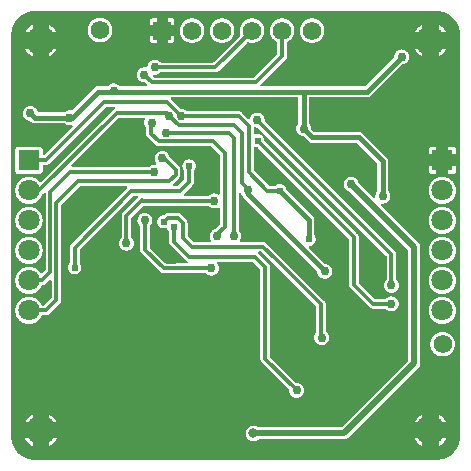
<source format=gbl>
G04 Layer: BottomLayer*
G04 EasyEDA v6.3.22, 2020-01-22T11:07:26+01:00*
G04 fe9f39e87b364ab5b5230e9583c1109d,6ac03ef627a24f5ab7c901ca926ad83b,10*
G04 Gerber Generator version 0.2*
G04 Scale: 100 percent, Rotated: No, Reflected: No *
G04 Dimensions in millimeters *
G04 leading zeros omitted , absolute positions ,3 integer and 3 decimal *
%FSLAX33Y33*%
%MOMM*%
G90*
G71D02*

%ADD12C,0.399999*%
%ADD13C,0.350012*%
%ADD14C,0.299999*%
%ADD17C,0.799998*%
%ADD19C,0.499999*%
%ADD22C,0.750011*%
%ADD23C,0.610006*%
%ADD24C,0.900024*%
%ADD25C,0.609600*%
%ADD42C,1.574800*%
%ADD43C,2.499995*%
%ADD44R,1.574800X1.574800*%
%ADD45C,1.799996*%
%ADD46R,1.799996X1.799996*%

%LPD*%
G36*
G01X35999Y37997D02*
G01X1999Y37997D01*
G01X1935Y37996D01*
G01X1871Y37993D01*
G01X1807Y37988D01*
G01X1744Y37981D01*
G01X1680Y37972D01*
G01X1617Y37960D01*
G01X1555Y37947D01*
G01X1493Y37931D01*
G01X1431Y37914D01*
G01X1370Y37895D01*
G01X1310Y37874D01*
G01X1250Y37851D01*
G01X1191Y37826D01*
G01X1133Y37799D01*
G01X1075Y37770D01*
G01X1019Y37740D01*
G01X964Y37707D01*
G01X910Y37673D01*
G01X856Y37638D01*
G01X805Y37600D01*
G01X754Y37561D01*
G01X705Y37520D01*
G01X657Y37478D01*
G01X610Y37435D01*
G01X564Y37389D01*
G01X521Y37342D01*
G01X479Y37294D01*
G01X438Y37245D01*
G01X399Y37194D01*
G01X361Y37143D01*
G01X326Y37089D01*
G01X292Y37035D01*
G01X259Y36980D01*
G01X229Y36924D01*
G01X200Y36866D01*
G01X173Y36808D01*
G01X148Y36749D01*
G01X125Y36689D01*
G01X104Y36629D01*
G01X85Y36568D01*
G01X68Y36506D01*
G01X52Y36444D01*
G01X39Y36382D01*
G01X27Y36319D01*
G01X18Y36255D01*
G01X11Y36192D01*
G01X6Y36128D01*
G01X3Y36064D01*
G01X2Y36000D01*
G01X2Y2000D01*
G01X3Y1936D01*
G01X6Y1872D01*
G01X11Y1808D01*
G01X18Y1744D01*
G01X27Y1681D01*
G01X39Y1618D01*
G01X52Y1555D01*
G01X68Y1493D01*
G01X85Y1431D01*
G01X104Y1370D01*
G01X125Y1310D01*
G01X148Y1250D01*
G01X173Y1191D01*
G01X200Y1133D01*
G01X229Y1076D01*
G01X259Y1019D01*
G01X292Y964D01*
G01X326Y910D01*
G01X361Y857D01*
G01X399Y805D01*
G01X438Y754D01*
G01X479Y705D01*
G01X521Y656D01*
G01X564Y610D01*
G01X610Y564D01*
G01X657Y521D01*
G01X705Y479D01*
G01X754Y438D01*
G01X805Y399D01*
G01X856Y361D01*
G01X910Y325D01*
G01X964Y291D01*
G01X1019Y259D01*
G01X1075Y229D01*
G01X1133Y200D01*
G01X1191Y173D01*
G01X1250Y148D01*
G01X1310Y125D01*
G01X1370Y104D01*
G01X1431Y84D01*
G01X1493Y67D01*
G01X1555Y52D01*
G01X1617Y39D01*
G01X1680Y28D01*
G01X1744Y18D01*
G01X1807Y11D01*
G01X1871Y6D01*
G01X1935Y3D01*
G01X1999Y2D01*
G01X35999Y2D01*
G01X36063Y3D01*
G01X36127Y6D01*
G01X36191Y11D01*
G01X36255Y18D01*
G01X36318Y28D01*
G01X36381Y39D01*
G01X36444Y52D01*
G01X36506Y67D01*
G01X36568Y84D01*
G01X36629Y104D01*
G01X36689Y125D01*
G01X36749Y148D01*
G01X36808Y173D01*
G01X36866Y200D01*
G01X36923Y229D01*
G01X36980Y259D01*
G01X37035Y291D01*
G01X37089Y325D01*
G01X37142Y361D01*
G01X37194Y399D01*
G01X37245Y438D01*
G01X37294Y479D01*
G01X37343Y521D01*
G01X37389Y564D01*
G01X37435Y610D01*
G01X37478Y656D01*
G01X37520Y705D01*
G01X37561Y754D01*
G01X37600Y805D01*
G01X37638Y857D01*
G01X37674Y910D01*
G01X37708Y964D01*
G01X37740Y1019D01*
G01X37770Y1076D01*
G01X37799Y1133D01*
G01X37826Y1191D01*
G01X37851Y1250D01*
G01X37874Y1310D01*
G01X37895Y1370D01*
G01X37915Y1431D01*
G01X37932Y1493D01*
G01X37947Y1555D01*
G01X37960Y1618D01*
G01X37971Y1681D01*
G01X37981Y1744D01*
G01X37988Y1808D01*
G01X37993Y1872D01*
G01X37996Y1936D01*
G01X37997Y2000D01*
G01X37997Y36000D01*
G01X37996Y36064D01*
G01X37993Y36128D01*
G01X37988Y36192D01*
G01X37981Y36255D01*
G01X37971Y36319D01*
G01X37960Y36382D01*
G01X37947Y36444D01*
G01X37932Y36506D01*
G01X37915Y36568D01*
G01X37895Y36629D01*
G01X37874Y36689D01*
G01X37851Y36749D01*
G01X37826Y36808D01*
G01X37799Y36866D01*
G01X37770Y36924D01*
G01X37740Y36980D01*
G01X37708Y37035D01*
G01X37674Y37089D01*
G01X37638Y37143D01*
G01X37600Y37194D01*
G01X37561Y37245D01*
G01X37520Y37294D01*
G01X37478Y37342D01*
G01X37435Y37389D01*
G01X37389Y37435D01*
G01X37343Y37478D01*
G01X37294Y37520D01*
G01X37245Y37561D01*
G01X37194Y37600D01*
G01X37142Y37638D01*
G01X37089Y37673D01*
G01X37035Y37707D01*
G01X36980Y37740D01*
G01X36923Y37770D01*
G01X36866Y37799D01*
G01X36808Y37826D01*
G01X36749Y37851D01*
G01X36689Y37874D01*
G01X36629Y37895D01*
G01X36568Y37914D01*
G01X36506Y37931D01*
G01X36444Y37947D01*
G01X36381Y37960D01*
G01X36318Y37972D01*
G01X36255Y37981D01*
G01X36191Y37988D01*
G01X36127Y37993D01*
G01X36063Y37996D01*
G01X35999Y37997D01*
G37*

%LPC*%
G36*
G01X1811Y1811D02*
G01X1159Y1811D01*
G01X1187Y1759D01*
G01X1217Y1709D01*
G01X1249Y1660D01*
G01X1282Y1612D01*
G01X1318Y1565D01*
G01X1355Y1520D01*
G01X1393Y1476D01*
G01X1434Y1434D01*
G01X1476Y1394D01*
G01X1520Y1355D01*
G01X1565Y1317D01*
G01X1612Y1282D01*
G01X1660Y1249D01*
G01X1709Y1217D01*
G01X1760Y1187D01*
G01X1811Y1159D01*
G01X1811Y1811D01*
G37*
G36*
G01X3839Y1811D02*
G01X3188Y1811D01*
G01X3188Y1159D01*
G01X3240Y1187D01*
G01X3290Y1217D01*
G01X3339Y1249D01*
G01X3387Y1282D01*
G01X3434Y1317D01*
G01X3479Y1355D01*
G01X3522Y1394D01*
G01X3565Y1434D01*
G01X3605Y1476D01*
G01X3644Y1520D01*
G01X3681Y1565D01*
G01X3717Y1612D01*
G01X3751Y1660D01*
G01X3782Y1709D01*
G01X3812Y1759D01*
G01X3839Y1811D01*
G37*
G36*
G01X34811Y1811D02*
G01X34159Y1811D01*
G01X34187Y1759D01*
G01X34217Y1709D01*
G01X34249Y1660D01*
G01X34282Y1612D01*
G01X34317Y1565D01*
G01X34355Y1520D01*
G01X34394Y1476D01*
G01X34434Y1434D01*
G01X34476Y1394D01*
G01X34520Y1355D01*
G01X34565Y1318D01*
G01X34612Y1282D01*
G01X34660Y1249D01*
G01X34709Y1217D01*
G01X34759Y1187D01*
G01X34811Y1159D01*
G01X34811Y1811D01*
G37*
G36*
G01X36840Y1811D02*
G01X36188Y1811D01*
G01X36188Y1159D01*
G01X36240Y1187D01*
G01X36290Y1217D01*
G01X36339Y1249D01*
G01X36387Y1282D01*
G01X36434Y1318D01*
G01X36479Y1355D01*
G01X36523Y1394D01*
G01X36565Y1434D01*
G01X36605Y1476D01*
G01X36644Y1520D01*
G01X36682Y1565D01*
G01X36717Y1612D01*
G01X36750Y1660D01*
G01X36782Y1709D01*
G01X36812Y1759D01*
G01X36840Y1811D01*
G37*
G36*
G01X20447Y37382D02*
G01X20399Y37383D01*
G01X20353Y37382D01*
G01X20306Y37379D01*
G01X20260Y37374D01*
G01X20213Y37367D01*
G01X20167Y37357D01*
G01X20122Y37346D01*
G01X20077Y37332D01*
G01X20032Y37317D01*
G01X19989Y37299D01*
G01X19947Y37280D01*
G01X19905Y37259D01*
G01X19864Y37235D01*
G01X19824Y37211D01*
G01X19786Y37184D01*
G01X19749Y37156D01*
G01X19712Y37126D01*
G01X19678Y37094D01*
G01X19645Y37061D01*
G01X19613Y37026D01*
G01X19583Y36991D01*
G01X19555Y36953D01*
G01X19528Y36914D01*
G01X19503Y36875D01*
G01X19480Y36834D01*
G01X19459Y36792D01*
G01X19440Y36750D01*
G01X19422Y36706D01*
G01X19407Y36662D01*
G01X19393Y36617D01*
G01X19382Y36572D01*
G01X19372Y36526D01*
G01X19365Y36480D01*
G01X19360Y36433D01*
G01X19356Y36386D01*
G01X19355Y36339D01*
G01X19357Y36291D01*
G01X19360Y36242D01*
G01X19365Y36194D01*
G01X19374Y36146D01*
G01X19384Y36099D01*
G01X19396Y36052D01*
G01X19410Y36006D01*
G01X19414Y35989D01*
G01X19416Y35973D01*
G01X19415Y35957D01*
G01X19411Y35942D01*
G01X19405Y35927D01*
G01X19396Y35913D01*
G01X19386Y35901D01*
G01X17151Y33666D01*
G01X17138Y33655D01*
G01X17125Y33647D01*
G01X17110Y33641D01*
G01X17095Y33637D01*
G01X17079Y33636D01*
G01X12678Y33636D01*
G01X12662Y33637D01*
G01X12646Y33641D01*
G01X12631Y33647D01*
G01X12617Y33656D01*
G01X12605Y33667D01*
G01X12579Y33693D01*
G01X12552Y33717D01*
G01X12523Y33739D01*
G01X12493Y33759D01*
G01X12462Y33778D01*
G01X12430Y33795D01*
G01X12397Y33811D01*
G01X12363Y33824D01*
G01X12329Y33835D01*
G01X12294Y33844D01*
G01X12258Y33852D01*
G01X12222Y33857D01*
G01X12186Y33860D01*
G01X12150Y33861D01*
G01X12113Y33860D01*
G01X12076Y33857D01*
G01X12040Y33851D01*
G01X12004Y33844D01*
G01X11968Y33834D01*
G01X11933Y33823D01*
G01X11899Y33810D01*
G01X11866Y33794D01*
G01X11834Y33776D01*
G01X11802Y33757D01*
G01X11772Y33736D01*
G01X11743Y33713D01*
G01X11716Y33689D01*
G01X11690Y33663D01*
G01X11666Y33635D01*
G01X11643Y33606D01*
G01X11622Y33576D01*
G01X11603Y33545D01*
G01X11585Y33513D01*
G01X11570Y33479D01*
G01X11556Y33445D01*
G01X11545Y33411D01*
G01X11535Y33375D01*
G01X11528Y33339D01*
G01X11522Y33303D01*
G01X11519Y33288D01*
G01X11515Y33274D01*
G01X11508Y33261D01*
G01X11499Y33249D01*
G01X11489Y33239D01*
G01X11477Y33230D01*
G01X11465Y33222D01*
G01X11450Y33217D01*
G01X11436Y33214D01*
G01X11421Y33213D01*
G01X11399Y33216D01*
G01X11353Y33224D01*
G01X11307Y33229D01*
G01X11260Y33231D01*
G01X11223Y33230D01*
G01X11186Y33227D01*
G01X11150Y33221D01*
G01X11114Y33214D01*
G01X11078Y33204D01*
G01X11043Y33193D01*
G01X11009Y33180D01*
G01X10976Y33164D01*
G01X10944Y33147D01*
G01X10912Y33127D01*
G01X10882Y33106D01*
G01X10853Y33083D01*
G01X10826Y33059D01*
G01X10800Y33033D01*
G01X10776Y33005D01*
G01X10753Y32976D01*
G01X10732Y32946D01*
G01X10713Y32915D01*
G01X10695Y32883D01*
G01X10680Y32849D01*
G01X10666Y32815D01*
G01X10655Y32781D01*
G01X10645Y32745D01*
G01X10638Y32709D01*
G01X10632Y32673D01*
G01X10629Y32636D01*
G01X10628Y32599D01*
G01X10629Y32563D01*
G01X10632Y32526D01*
G01X10638Y32490D01*
G01X10645Y32454D01*
G01X10655Y32418D01*
G01X10666Y32384D01*
G01X10680Y32350D01*
G01X10695Y32316D01*
G01X10713Y32283D01*
G01X10732Y32252D01*
G01X10753Y32223D01*
G01X10776Y32194D01*
G01X10800Y32166D01*
G01X10826Y32140D01*
G01X10853Y32116D01*
G01X10882Y32093D01*
G01X10912Y32072D01*
G01X10944Y32052D01*
G01X10976Y32035D01*
G01X11009Y32019D01*
G01X11043Y32006D01*
G01X11078Y31994D01*
G01X11114Y31985D01*
G01X11150Y31978D01*
G01X11186Y31972D01*
G01X11223Y31969D01*
G01X11260Y31968D01*
G01X11274Y31968D01*
G01X11290Y31967D01*
G01X11306Y31963D01*
G01X11320Y31957D01*
G01X11333Y31949D01*
G01X11346Y31938D01*
G01X11495Y31790D01*
G01X11505Y31778D01*
G01X11513Y31764D01*
G01X11519Y31749D01*
G01X11523Y31733D01*
G01X11524Y31718D01*
G01X11523Y31703D01*
G01X11520Y31689D01*
G01X11515Y31675D01*
G01X11508Y31663D01*
G01X11500Y31651D01*
G01X11489Y31641D01*
G01X11478Y31632D01*
G01X11465Y31625D01*
G01X11451Y31620D01*
G01X11437Y31617D01*
G01X11423Y31616D01*
G01X9235Y31616D01*
G01X9221Y31617D01*
G01X9206Y31620D01*
G01X9193Y31625D01*
G01X9180Y31632D01*
G01X9168Y31641D01*
G01X9158Y31652D01*
G01X9134Y31678D01*
G01X9108Y31703D01*
G01X9081Y31727D01*
G01X9052Y31750D01*
G01X9022Y31770D01*
G01X8991Y31789D01*
G01X8959Y31806D01*
G01X8926Y31821D01*
G01X8893Y31834D01*
G01X8858Y31845D01*
G01X8823Y31855D01*
G01X8787Y31862D01*
G01X8752Y31867D01*
G01X8716Y31870D01*
G01X8680Y31871D01*
G01X8642Y31870D01*
G01X8603Y31866D01*
G01X8566Y31861D01*
G01X8529Y31853D01*
G01X8492Y31843D01*
G01X8456Y31830D01*
G01X8421Y31816D01*
G01X8387Y31799D01*
G01X8354Y31781D01*
G01X8322Y31760D01*
G01X8291Y31737D01*
G01X8262Y31713D01*
G01X8234Y31687D01*
G01X8208Y31659D01*
G01X8195Y31647D01*
G01X8181Y31638D01*
G01X8165Y31631D01*
G01X8149Y31627D01*
G01X8132Y31625D01*
G01X8130Y31625D01*
G01X7377Y31636D01*
G01X7371Y31636D01*
G01X7338Y31635D01*
G01X7306Y31632D01*
G01X7274Y31626D01*
G01X7242Y31617D01*
G01X7211Y31607D01*
G01X7181Y31595D01*
G01X7152Y31580D01*
G01X7124Y31564D01*
G01X7097Y31545D01*
G01X7071Y31525D01*
G01X5151Y29605D01*
G01X5138Y29595D01*
G01X5125Y29587D01*
G01X5110Y29580D01*
G01X5095Y29577D01*
G01X5079Y29575D01*
G01X5058Y29578D01*
G01X5015Y29585D01*
G01X4972Y29590D01*
G01X4930Y29591D01*
G01X4892Y29590D01*
G01X4855Y29587D01*
G01X4818Y29581D01*
G01X4782Y29573D01*
G01X4746Y29564D01*
G01X4711Y29552D01*
G01X4677Y29538D01*
G01X4643Y29523D01*
G01X4611Y29505D01*
G01X4579Y29485D01*
G01X4549Y29464D01*
G01X4520Y29440D01*
G01X4505Y29430D01*
G01X4489Y29422D01*
G01X4472Y29417D01*
G01X4454Y29416D01*
G01X2326Y29416D01*
G01X2311Y29417D01*
G01X2297Y29420D01*
G01X2283Y29425D01*
G01X2259Y29441D01*
G01X2249Y29452D01*
G01X2240Y29464D01*
G01X2233Y29476D01*
G01X2228Y29490D01*
G01X2217Y29526D01*
G01X2204Y29561D01*
G01X2189Y29595D01*
G01X2172Y29628D01*
G01X2152Y29660D01*
G01X2132Y29691D01*
G01X2109Y29720D01*
G01X2084Y29748D01*
G01X2058Y29775D01*
G01X2031Y29800D01*
G01X2002Y29823D01*
G01X1972Y29845D01*
G01X1940Y29865D01*
G01X1907Y29883D01*
G01X1874Y29899D01*
G01X1839Y29913D01*
G01X1804Y29924D01*
G01X1768Y29934D01*
G01X1731Y29942D01*
G01X1694Y29948D01*
G01X1657Y29951D01*
G01X1620Y29952D01*
G01X1583Y29951D01*
G01X1547Y29948D01*
G01X1510Y29942D01*
G01X1474Y29935D01*
G01X1439Y29925D01*
G01X1404Y29914D01*
G01X1370Y29900D01*
G01X1337Y29885D01*
G01X1304Y29867D01*
G01X1273Y29848D01*
G01X1243Y29827D01*
G01X1214Y29804D01*
G01X1187Y29780D01*
G01X1161Y29754D01*
G01X1136Y29726D01*
G01X1114Y29697D01*
G01X1092Y29667D01*
G01X1073Y29636D01*
G01X1056Y29604D01*
G01X1040Y29570D01*
G01X1027Y29536D01*
G01X1015Y29502D01*
G01X1005Y29466D01*
G01X998Y29430D01*
G01X993Y29393D01*
G01X990Y29357D01*
G01X989Y29320D01*
G01X990Y29284D01*
G01X993Y29248D01*
G01X998Y29212D01*
G01X1005Y29177D01*
G01X1014Y29142D01*
G01X1026Y29107D01*
G01X1039Y29073D01*
G01X1054Y29040D01*
G01X1071Y29009D01*
G01X1090Y28978D01*
G01X1110Y28948D01*
G01X1132Y28919D01*
G01X1156Y28892D01*
G01X1181Y28866D01*
G01X1208Y28842D01*
G01X1236Y28819D01*
G01X1265Y28798D01*
G01X1296Y28778D01*
G01X1327Y28761D01*
G01X1360Y28745D01*
G01X1393Y28731D01*
G01X1428Y28719D01*
G01X1463Y28709D01*
G01X1498Y28701D01*
G01X1534Y28694D01*
G01X1570Y28691D01*
G01X1587Y28688D01*
G01X1604Y28682D01*
G01X1620Y28673D01*
G01X1633Y28661D01*
G01X1658Y28637D01*
G01X1682Y28614D01*
G01X1707Y28594D01*
G01X1734Y28575D01*
G01X1762Y28559D01*
G01X1791Y28544D01*
G01X1821Y28531D01*
G01X1852Y28521D01*
G01X1884Y28513D01*
G01X1916Y28508D01*
G01X1948Y28504D01*
G01X1981Y28503D01*
G01X4454Y28503D01*
G01X4472Y28501D01*
G01X4489Y28496D01*
G01X4505Y28489D01*
G01X4520Y28479D01*
G01X4549Y28455D01*
G01X4579Y28434D01*
G01X4611Y28414D01*
G01X4643Y28396D01*
G01X4677Y28381D01*
G01X4711Y28367D01*
G01X4746Y28355D01*
G01X4782Y28345D01*
G01X4818Y28338D01*
G01X4855Y28332D01*
G01X4892Y28329D01*
G01X4930Y28328D01*
G01X4968Y28329D01*
G01X5007Y28333D01*
G01X5046Y28339D01*
G01X5084Y28347D01*
G01X5109Y28350D01*
G01X5124Y28349D01*
G01X5138Y28346D01*
G01X5151Y28341D01*
G01X5164Y28334D01*
G01X5176Y28325D01*
G01X5186Y28315D01*
G01X5194Y28303D01*
G01X5201Y28291D01*
G01X5207Y28277D01*
G01X5210Y28263D01*
G01X5211Y28248D01*
G01X5210Y28233D01*
G01X5205Y28217D01*
G01X5199Y28203D01*
G01X5191Y28189D01*
G01X5181Y28177D01*
G01X2830Y25824D01*
G01X2817Y25814D01*
G01X2804Y25805D01*
G01X2789Y25799D01*
G01X2774Y25796D01*
G01X2757Y25794D01*
G01X2743Y25795D01*
G01X2729Y25798D01*
G01X2715Y25803D01*
G01X2691Y25819D01*
G01X2681Y25829D01*
G01X2672Y25841D01*
G01X2665Y25854D01*
G01X2660Y25867D01*
G01X2657Y25882D01*
G01X2656Y25896D01*
G01X2656Y26249D01*
G01X2655Y26273D01*
G01X2652Y26297D01*
G01X2646Y26320D01*
G01X2639Y26342D01*
G01X2629Y26364D01*
G01X2618Y26385D01*
G01X2604Y26404D01*
G01X2589Y26422D01*
G01X2573Y26439D01*
G01X2554Y26454D01*
G01X2534Y26467D01*
G01X2514Y26479D01*
G01X2492Y26489D01*
G01X2470Y26496D01*
G01X2447Y26502D01*
G01X2423Y26505D01*
G01X2399Y26506D01*
G01X599Y26506D01*
G01X576Y26505D01*
G01X552Y26502D01*
G01X529Y26496D01*
G01X507Y26489D01*
G01X485Y26479D01*
G01X464Y26467D01*
G01X445Y26454D01*
G01X427Y26439D01*
G01X410Y26422D01*
G01X395Y26404D01*
G01X382Y26385D01*
G01X370Y26364D01*
G01X360Y26342D01*
G01X353Y26320D01*
G01X347Y26297D01*
G01X344Y26273D01*
G01X343Y26249D01*
G01X343Y24450D01*
G01X344Y24426D01*
G01X347Y24402D01*
G01X353Y24380D01*
G01X360Y24357D01*
G01X370Y24335D01*
G01X382Y24314D01*
G01X395Y24295D01*
G01X410Y24277D01*
G01X427Y24260D01*
G01X445Y24245D01*
G01X464Y24231D01*
G01X485Y24220D01*
G01X507Y24210D01*
G01X529Y24203D01*
G01X552Y24197D01*
G01X576Y24194D01*
G01X599Y24193D01*
G01X2399Y24193D01*
G01X2423Y24194D01*
G01X2447Y24197D01*
G01X2470Y24203D01*
G01X2492Y24210D01*
G01X2514Y24220D01*
G01X2534Y24231D01*
G01X2554Y24245D01*
G01X2573Y24260D01*
G01X2589Y24277D01*
G01X2604Y24295D01*
G01X2618Y24314D01*
G01X2629Y24335D01*
G01X2639Y24357D01*
G01X2646Y24380D01*
G01X2652Y24402D01*
G01X2655Y24426D01*
G01X2656Y24450D01*
G01X2656Y24842D01*
G01X2657Y24857D01*
G01X2660Y24871D01*
G01X2665Y24884D01*
G01X2672Y24897D01*
G01X2681Y24909D01*
G01X2691Y24919D01*
G01X2703Y24928D01*
G01X2715Y24935D01*
G01X2729Y24940D01*
G01X2743Y24943D01*
G01X2757Y24944D01*
G01X2931Y24944D01*
G01X2960Y24945D01*
G01X2989Y24948D01*
G01X3017Y24953D01*
G01X3045Y24960D01*
G01X3073Y24969D01*
G01X3100Y24980D01*
G01X3126Y24994D01*
G01X3151Y25008D01*
G01X3175Y25025D01*
G01X3197Y25043D01*
G01X3218Y25063D01*
G01X8007Y29854D01*
G01X8019Y29864D01*
G01X8033Y29873D01*
G01X8048Y29879D01*
G01X8063Y29883D01*
G01X8079Y29884D01*
G01X8663Y29884D01*
G01X8678Y29883D01*
G01X8692Y29880D01*
G01X8706Y29875D01*
G01X8718Y29868D01*
G01X8730Y29859D01*
G01X8740Y29849D01*
G01X8749Y29837D01*
G01X8756Y29825D01*
G01X8761Y29811D01*
G01X8764Y29797D01*
G01X8765Y29783D01*
G01X8764Y29768D01*
G01X8761Y29753D01*
G01X8755Y29739D01*
G01X8748Y29727D01*
G01X8739Y29715D01*
G01X8728Y29704D01*
G01X8717Y29696D01*
G01X8690Y29678D01*
G01X8665Y29659D01*
G01X8642Y29637D01*
G01X2543Y23537D01*
G01X2530Y23527D01*
G01X2517Y23519D01*
G01X2502Y23513D01*
G01X2487Y23509D01*
G01X2471Y23508D01*
G01X2456Y23509D01*
G01X2441Y23512D01*
G01X2427Y23517D01*
G01X2415Y23525D01*
G01X2402Y23534D01*
G01X2392Y23545D01*
G01X2361Y23581D01*
G01X2328Y23617D01*
G01X2293Y23651D01*
G01X2257Y23684D01*
G01X2219Y23715D01*
G01X2181Y23744D01*
G01X2141Y23772D01*
G01X2100Y23798D01*
G01X2058Y23822D01*
G01X2015Y23845D01*
G01X1971Y23865D01*
G01X1926Y23884D01*
G01X1881Y23901D01*
G01X1834Y23916D01*
G01X1788Y23929D01*
G01X1740Y23941D01*
G01X1693Y23950D01*
G01X1645Y23957D01*
G01X1597Y23962D01*
G01X1548Y23965D01*
G01X1500Y23966D01*
G01X1450Y23965D01*
G01X1402Y23962D01*
G01X1353Y23957D01*
G01X1304Y23949D01*
G01X1256Y23940D01*
G01X1208Y23929D01*
G01X1161Y23915D01*
G01X1114Y23900D01*
G01X1068Y23883D01*
G01X1023Y23863D01*
G01X979Y23842D01*
G01X935Y23819D01*
G01X893Y23794D01*
G01X852Y23768D01*
G01X812Y23739D01*
G01X773Y23709D01*
G01X736Y23677D01*
G01X699Y23644D01*
G01X664Y23610D01*
G01X631Y23574D01*
G01X599Y23536D01*
G01X569Y23497D01*
G01X542Y23457D01*
G01X515Y23416D01*
G01X490Y23374D01*
G01X467Y23330D01*
G01X446Y23286D01*
G01X426Y23241D01*
G01X409Y23195D01*
G01X394Y23148D01*
G01X381Y23101D01*
G01X369Y23053D01*
G01X360Y23005D01*
G01X353Y22957D01*
G01X347Y22908D01*
G01X344Y22859D01*
G01X343Y22809D01*
G01X344Y22761D01*
G01X347Y22711D01*
G01X353Y22662D01*
G01X360Y22614D01*
G01X369Y22566D01*
G01X381Y22518D01*
G01X394Y22471D01*
G01X409Y22424D01*
G01X426Y22379D01*
G01X446Y22333D01*
G01X467Y22289D01*
G01X490Y22245D01*
G01X515Y22203D01*
G01X542Y22162D01*
G01X569Y22122D01*
G01X599Y22083D01*
G01X631Y22045D01*
G01X664Y22009D01*
G01X699Y21975D01*
G01X736Y21941D01*
G01X773Y21910D01*
G01X812Y21880D01*
G01X852Y21851D01*
G01X893Y21825D01*
G01X935Y21800D01*
G01X979Y21777D01*
G01X1023Y21756D01*
G01X1068Y21736D01*
G01X1114Y21719D01*
G01X1161Y21704D01*
G01X1208Y21690D01*
G01X1256Y21679D01*
G01X1304Y21670D01*
G01X1353Y21662D01*
G01X1402Y21657D01*
G01X1450Y21654D01*
G01X1500Y21653D01*
G01X1549Y21654D01*
G01X1598Y21657D01*
G01X1647Y21662D01*
G01X1696Y21670D01*
G01X1744Y21679D01*
G01X1793Y21691D01*
G01X1840Y21704D01*
G01X1887Y21720D01*
G01X1933Y21737D01*
G01X1979Y21757D01*
G01X2023Y21778D01*
G01X2067Y21801D01*
G01X2109Y21827D01*
G01X2150Y21854D01*
G01X2191Y21882D01*
G01X2230Y21913D01*
G01X2267Y21945D01*
G01X2303Y21978D01*
G01X2338Y22013D01*
G01X2371Y22050D01*
G01X2403Y22087D01*
G01X2433Y22127D01*
G01X2461Y22167D01*
G01X2488Y22209D01*
G01X2513Y22252D01*
G01X2535Y22295D01*
G01X2556Y22340D01*
G01X2576Y22386D01*
G01X2593Y22432D01*
G01X2599Y22446D01*
G01X2607Y22459D01*
G01X2617Y22471D01*
G01X2629Y22481D01*
G01X2654Y22500D01*
G01X2677Y22522D01*
G01X2739Y22584D01*
G01X2751Y22595D01*
G01X2765Y22603D01*
G01X2780Y22609D01*
G01X2795Y22613D01*
G01X2811Y22614D01*
G01X2826Y22613D01*
G01X2840Y22610D01*
G01X2853Y22605D01*
G01X2866Y22598D01*
G01X2878Y22589D01*
G01X2888Y22579D01*
G01X2897Y22567D01*
G01X2904Y22555D01*
G01X2909Y22541D01*
G01X2912Y22527D01*
G01X2913Y22513D01*
G01X2913Y16091D01*
G01X2911Y16076D01*
G01X2908Y16060D01*
G01X2902Y16045D01*
G01X2894Y16032D01*
G01X2883Y16020D01*
G01X2642Y15779D01*
G01X2630Y15768D01*
G01X2616Y15760D01*
G01X2601Y15754D01*
G01X2586Y15750D01*
G01X2570Y15749D01*
G01X2555Y15750D01*
G01X2541Y15753D01*
G01X2527Y15758D01*
G01X2514Y15765D01*
G01X2502Y15775D01*
G01X2492Y15785D01*
G01X2484Y15797D01*
G01X2457Y15839D01*
G01X2429Y15878D01*
G01X2399Y15917D01*
G01X2367Y15954D01*
G01X2334Y15990D01*
G01X2299Y16025D01*
G01X2263Y16058D01*
G01X2226Y16090D01*
G01X2186Y16120D01*
G01X2146Y16148D01*
G01X2105Y16175D01*
G01X2063Y16200D01*
G01X2020Y16223D01*
G01X1930Y16263D01*
G01X1884Y16280D01*
G01X1838Y16296D01*
G01X1791Y16309D01*
G01X1743Y16320D01*
G01X1695Y16329D01*
G01X1646Y16337D01*
G01X1598Y16342D01*
G01X1548Y16345D01*
G01X1500Y16346D01*
G01X1450Y16345D01*
G01X1402Y16342D01*
G01X1353Y16337D01*
G01X1304Y16329D01*
G01X1256Y16320D01*
G01X1208Y16309D01*
G01X1161Y16295D01*
G01X1114Y16280D01*
G01X1068Y16263D01*
G01X1023Y16243D01*
G01X979Y16222D01*
G01X935Y16199D01*
G01X893Y16174D01*
G01X852Y16148D01*
G01X812Y16119D01*
G01X773Y16089D01*
G01X736Y16057D01*
G01X699Y16024D01*
G01X664Y15990D01*
G01X631Y15954D01*
G01X599Y15916D01*
G01X569Y15877D01*
G01X542Y15837D01*
G01X515Y15796D01*
G01X490Y15754D01*
G01X467Y15710D01*
G01X446Y15666D01*
G01X426Y15621D01*
G01X409Y15575D01*
G01X394Y15528D01*
G01X381Y15481D01*
G01X369Y15433D01*
G01X360Y15385D01*
G01X353Y15337D01*
G01X347Y15288D01*
G01X344Y15239D01*
G01X343Y15189D01*
G01X344Y15141D01*
G01X347Y15091D01*
G01X353Y15042D01*
G01X360Y14994D01*
G01X369Y14946D01*
G01X381Y14898D01*
G01X394Y14851D01*
G01X409Y14804D01*
G01X426Y14759D01*
G01X446Y14713D01*
G01X467Y14669D01*
G01X490Y14625D01*
G01X515Y14583D01*
G01X542Y14542D01*
G01X569Y14502D01*
G01X599Y14463D01*
G01X631Y14425D01*
G01X664Y14389D01*
G01X699Y14355D01*
G01X736Y14321D01*
G01X773Y14290D01*
G01X812Y14260D01*
G01X852Y14231D01*
G01X893Y14205D01*
G01X935Y14180D01*
G01X979Y14157D01*
G01X1023Y14136D01*
G01X1068Y14116D01*
G01X1114Y14099D01*
G01X1161Y14084D01*
G01X1208Y14070D01*
G01X1256Y14059D01*
G01X1304Y14050D01*
G01X1353Y14042D01*
G01X1402Y14037D01*
G01X1450Y14034D01*
G01X1500Y14033D01*
G01X1549Y14034D01*
G01X1598Y14037D01*
G01X1647Y14043D01*
G01X1697Y14050D01*
G01X1745Y14059D01*
G01X1793Y14071D01*
G01X1841Y14084D01*
G01X1888Y14100D01*
G01X1934Y14118D01*
G01X1980Y14137D01*
G01X2024Y14159D01*
G01X2068Y14182D01*
G01X2111Y14208D01*
G01X2152Y14235D01*
G01X2193Y14264D01*
G01X2231Y14294D01*
G01X2269Y14326D01*
G01X2305Y14360D01*
G01X2340Y14395D01*
G01X2373Y14432D01*
G01X2405Y14470D01*
G01X2435Y14509D01*
G01X2463Y14550D01*
G01X2490Y14592D01*
G01X2514Y14635D01*
G01X2537Y14679D01*
G01X2558Y14723D01*
G01X2566Y14738D01*
G01X2576Y14750D01*
G01X2587Y14762D01*
G01X2600Y14771D01*
G01X2615Y14778D01*
G01X2630Y14782D01*
G01X2647Y14784D01*
G01X2677Y14786D01*
G01X2706Y14792D01*
G01X2736Y14798D01*
G01X2765Y14807D01*
G01X2792Y14818D01*
G01X2819Y14832D01*
G01X2845Y14846D01*
G01X2870Y14864D01*
G01X2894Y14882D01*
G01X2916Y14903D01*
G01X3240Y15226D01*
G01X3252Y15237D01*
G01X3265Y15245D01*
G01X3280Y15251D01*
G01X3295Y15255D01*
G01X3312Y15256D01*
G01X3326Y15255D01*
G01X3340Y15252D01*
G01X3354Y15247D01*
G01X3367Y15240D01*
G01X3378Y15231D01*
G01X3388Y15221D01*
G01X3397Y15210D01*
G01X3404Y15197D01*
G01X3409Y15183D01*
G01X3412Y15169D01*
G01X3413Y15155D01*
G01X3413Y13730D01*
G01X3412Y13714D01*
G01X3408Y13698D01*
G01X3402Y13684D01*
G01X3393Y13670D01*
G01X3383Y13658D01*
G01X2810Y13087D01*
G01X2798Y13076D01*
G01X2784Y13068D01*
G01X2770Y13062D01*
G01X2754Y13058D01*
G01X2739Y13057D01*
G01X2650Y13057D01*
G01X2636Y13058D01*
G01X2621Y13061D01*
G01X2608Y13066D01*
G01X2595Y13073D01*
G01X2583Y13082D01*
G01X2573Y13093D01*
G01X2564Y13104D01*
G01X2557Y13117D01*
G01X2536Y13162D01*
G01X2514Y13206D01*
G01X2489Y13249D01*
G01X2462Y13290D01*
G01X2434Y13331D01*
G01X2404Y13371D01*
G01X2372Y13408D01*
G01X2339Y13445D01*
G01X2304Y13480D01*
G01X2268Y13514D01*
G01X2230Y13546D01*
G01X2192Y13576D01*
G01X2151Y13605D01*
G01X2110Y13632D01*
G01X2067Y13657D01*
G01X2023Y13681D01*
G01X1979Y13702D01*
G01X1933Y13722D01*
G01X1887Y13739D01*
G01X1840Y13755D01*
G01X1793Y13768D01*
G01X1745Y13780D01*
G01X1696Y13789D01*
G01X1647Y13796D01*
G01X1598Y13802D01*
G01X1549Y13805D01*
G01X1500Y13806D01*
G01X1450Y13805D01*
G01X1402Y13802D01*
G01X1353Y13797D01*
G01X1304Y13789D01*
G01X1256Y13780D01*
G01X1208Y13769D01*
G01X1161Y13755D01*
G01X1114Y13740D01*
G01X1068Y13723D01*
G01X1023Y13703D01*
G01X979Y13682D01*
G01X935Y13659D01*
G01X893Y13634D01*
G01X852Y13608D01*
G01X812Y13579D01*
G01X773Y13549D01*
G01X736Y13517D01*
G01X699Y13484D01*
G01X664Y13450D01*
G01X631Y13414D01*
G01X599Y13376D01*
G01X569Y13337D01*
G01X542Y13297D01*
G01X515Y13256D01*
G01X490Y13214D01*
G01X467Y13170D01*
G01X446Y13126D01*
G01X426Y13081D01*
G01X409Y13035D01*
G01X394Y12988D01*
G01X381Y12941D01*
G01X369Y12893D01*
G01X360Y12845D01*
G01X353Y12797D01*
G01X347Y12748D01*
G01X344Y12699D01*
G01X343Y12649D01*
G01X344Y12601D01*
G01X347Y12551D01*
G01X353Y12502D01*
G01X360Y12454D01*
G01X369Y12406D01*
G01X381Y12358D01*
G01X394Y12311D01*
G01X409Y12264D01*
G01X426Y12219D01*
G01X446Y12173D01*
G01X467Y12129D01*
G01X490Y12085D01*
G01X515Y12043D01*
G01X542Y12002D01*
G01X569Y11962D01*
G01X599Y11923D01*
G01X631Y11885D01*
G01X664Y11849D01*
G01X699Y11815D01*
G01X736Y11781D01*
G01X773Y11750D01*
G01X812Y11720D01*
G01X852Y11691D01*
G01X893Y11665D01*
G01X935Y11640D01*
G01X979Y11617D01*
G01X1023Y11596D01*
G01X1068Y11576D01*
G01X1114Y11559D01*
G01X1161Y11544D01*
G01X1208Y11530D01*
G01X1256Y11519D01*
G01X1304Y11510D01*
G01X1353Y11502D01*
G01X1402Y11497D01*
G01X1450Y11494D01*
G01X1500Y11493D01*
G01X1549Y11494D01*
G01X1598Y11497D01*
G01X1647Y11503D01*
G01X1697Y11510D01*
G01X1745Y11519D01*
G01X1793Y11531D01*
G01X1841Y11544D01*
G01X1888Y11560D01*
G01X1934Y11578D01*
G01X1980Y11597D01*
G01X2024Y11619D01*
G01X2068Y11642D01*
G01X2110Y11667D01*
G01X2152Y11695D01*
G01X2192Y11723D01*
G01X2231Y11754D01*
G01X2269Y11786D01*
G01X2305Y11820D01*
G01X2340Y11855D01*
G01X2373Y11891D01*
G01X2405Y11929D01*
G01X2435Y11969D01*
G01X2463Y12010D01*
G01X2489Y12051D01*
G01X2514Y12095D01*
G01X2537Y12138D01*
G01X2558Y12183D01*
G01X2565Y12196D01*
G01X2574Y12208D01*
G01X2584Y12219D01*
G01X2595Y12227D01*
G01X2608Y12234D01*
G01X2622Y12239D01*
G01X2636Y12243D01*
G01X2651Y12244D01*
G01X2948Y12244D01*
G01X2977Y12245D01*
G01X3006Y12248D01*
G01X3035Y12253D01*
G01X3063Y12260D01*
G01X3090Y12269D01*
G01X3117Y12280D01*
G01X3143Y12293D01*
G01X3168Y12308D01*
G01X3192Y12325D01*
G01X3214Y12343D01*
G01X3235Y12362D01*
G01X4107Y13231D01*
G01X4126Y13252D01*
G01X4145Y13275D01*
G01X4162Y13299D01*
G01X4176Y13324D01*
G01X4189Y13350D01*
G01X4201Y13377D01*
G01X4210Y13404D01*
G01X4217Y13433D01*
G01X4222Y13461D01*
G01X4225Y13490D01*
G01X4226Y13519D01*
G01X4226Y21528D01*
G01X4228Y21544D01*
G01X4231Y21560D01*
G01X4237Y21574D01*
G01X4245Y21588D01*
G01X4256Y21600D01*
G01X5828Y23174D01*
G01X5840Y23185D01*
G01X5854Y23193D01*
G01X5868Y23199D01*
G01X5884Y23202D01*
G01X5900Y23204D01*
G01X9748Y23204D01*
G01X9763Y23203D01*
G01X9777Y23200D01*
G01X9791Y23195D01*
G01X9803Y23188D01*
G01X9815Y23179D01*
G01X9825Y23169D01*
G01X9834Y23157D01*
G01X9840Y23145D01*
G01X9846Y23131D01*
G01X9849Y23117D01*
G01X9850Y23102D01*
G01X9849Y23086D01*
G01X9845Y23071D01*
G01X9839Y23056D01*
G01X9830Y23042D01*
G01X9820Y23030D01*
G01X5064Y18275D01*
G01X5043Y18252D01*
G01X5024Y18228D01*
G01X5006Y18203D01*
G01X4991Y18176D01*
G01X4977Y18149D01*
G01X4965Y18120D01*
G01X4956Y18091D01*
G01X4948Y18062D01*
G01X4942Y18031D01*
G01X4939Y18001D01*
G01X4938Y17970D01*
G01X4938Y16653D01*
G01X4937Y16638D01*
G01X4933Y16622D01*
G01X4927Y16607D01*
G01X4918Y16593D01*
G01X4898Y16564D01*
G01X4879Y16533D01*
G01X4863Y16501D01*
G01X4849Y16469D01*
G01X4836Y16435D01*
G01X4827Y16401D01*
G01X4818Y16366D01*
G01X4813Y16331D01*
G01X4809Y16295D01*
G01X4808Y16260D01*
G01X4809Y16226D01*
G01X4812Y16192D01*
G01X4817Y16159D01*
G01X4824Y16126D01*
G01X4834Y16093D01*
G01X4845Y16061D01*
G01X4858Y16029D01*
G01X4873Y15999D01*
G01X4889Y15969D01*
G01X4908Y15941D01*
G01X4928Y15914D01*
G01X4949Y15887D01*
G01X4973Y15863D01*
G01X4997Y15840D01*
G01X5024Y15818D01*
G01X5051Y15798D01*
G01X5079Y15779D01*
G01X5108Y15763D01*
G01X5139Y15748D01*
G01X5170Y15735D01*
G01X5202Y15724D01*
G01X5235Y15715D01*
G01X5268Y15707D01*
G01X5302Y15702D01*
G01X5336Y15699D01*
G01X5370Y15698D01*
G01X5404Y15699D01*
G01X5437Y15702D01*
G01X5471Y15707D01*
G01X5504Y15715D01*
G01X5537Y15724D01*
G01X5569Y15735D01*
G01X5600Y15748D01*
G01X5631Y15763D01*
G01X5660Y15779D01*
G01X5689Y15798D01*
G01X5716Y15818D01*
G01X5742Y15840D01*
G01X5766Y15863D01*
G01X5790Y15887D01*
G01X5812Y15914D01*
G01X5831Y15941D01*
G01X5850Y15969D01*
G01X5882Y16029D01*
G01X5906Y16093D01*
G01X5915Y16126D01*
G01X5922Y16159D01*
G01X5927Y16192D01*
G01X5930Y16226D01*
G01X5931Y16260D01*
G01X5930Y16295D01*
G01X5926Y16331D01*
G01X5921Y16366D01*
G01X5913Y16401D01*
G01X5902Y16435D01*
G01X5890Y16469D01*
G01X5876Y16501D01*
G01X5860Y16533D01*
G01X5842Y16564D01*
G01X5821Y16593D01*
G01X5813Y16607D01*
G01X5806Y16622D01*
G01X5802Y16638D01*
G01X5801Y16654D01*
G01X5801Y17749D01*
G01X5802Y17765D01*
G01X5806Y17780D01*
G01X5812Y17795D01*
G01X5821Y17809D01*
G01X5831Y17821D01*
G01X10319Y22308D01*
G01X10331Y22319D01*
G01X10344Y22327D01*
G01X10359Y22333D01*
G01X10374Y22337D01*
G01X10390Y22338D01*
G01X10618Y22338D01*
G01X10632Y22337D01*
G01X10646Y22334D01*
G01X10660Y22329D01*
G01X10673Y22322D01*
G01X10684Y22313D01*
G01X10694Y22303D01*
G01X10703Y22291D01*
G01X10710Y22278D01*
G01X10715Y22265D01*
G01X10718Y22251D01*
G01X10719Y22236D01*
G01X10718Y22221D01*
G01X10714Y22205D01*
G01X10708Y22190D01*
G01X10700Y22177D01*
G01X10689Y22165D01*
G01X9472Y20947D01*
G01X9452Y20926D01*
G01X9434Y20903D01*
G01X9417Y20879D01*
G01X9403Y20855D01*
G01X9390Y20829D01*
G01X9379Y20802D01*
G01X9370Y20774D01*
G01X9362Y20746D01*
G01X9357Y20717D01*
G01X9354Y20688D01*
G01X9353Y20659D01*
G01X9353Y18868D01*
G01X9352Y18852D01*
G01X9348Y18836D01*
G01X9341Y18821D01*
G01X9332Y18807D01*
G01X9322Y18795D01*
G01X9296Y18769D01*
G01X9273Y18742D01*
G01X9250Y18713D01*
G01X9229Y18683D01*
G01X9211Y18652D01*
G01X9194Y18620D01*
G01X9179Y18587D01*
G01X9165Y18553D01*
G01X9154Y18519D01*
G01X9145Y18484D01*
G01X9137Y18448D01*
G01X9132Y18412D01*
G01X9129Y18376D01*
G01X9128Y18339D01*
G01X9129Y18303D01*
G01X9132Y18266D01*
G01X9137Y18230D01*
G01X9145Y18194D01*
G01X9155Y18159D01*
G01X9166Y18123D01*
G01X9180Y18089D01*
G01X9195Y18056D01*
G01X9213Y18024D01*
G01X9232Y17992D01*
G01X9253Y17962D01*
G01X9276Y17934D01*
G01X9300Y17906D01*
G01X9326Y17880D01*
G01X9353Y17856D01*
G01X9382Y17833D01*
G01X9412Y17812D01*
G01X9444Y17793D01*
G01X9476Y17776D01*
G01X9509Y17760D01*
G01X9543Y17746D01*
G01X9578Y17735D01*
G01X9614Y17725D01*
G01X9650Y17718D01*
G01X9686Y17713D01*
G01X9723Y17709D01*
G01X9760Y17708D01*
G01X9796Y17709D01*
G01X9833Y17713D01*
G01X9869Y17718D01*
G01X9905Y17725D01*
G01X9941Y17735D01*
G01X9976Y17746D01*
G01X10010Y17760D01*
G01X10043Y17776D01*
G01X10075Y17793D01*
G01X10107Y17812D01*
G01X10137Y17833D01*
G01X10166Y17856D01*
G01X10193Y17880D01*
G01X10219Y17906D01*
G01X10243Y17934D01*
G01X10266Y17962D01*
G01X10287Y17992D01*
G01X10306Y18024D01*
G01X10324Y18056D01*
G01X10339Y18089D01*
G01X10353Y18123D01*
G01X10364Y18159D01*
G01X10374Y18194D01*
G01X10381Y18230D01*
G01X10387Y18266D01*
G01X10390Y18303D01*
G01X10391Y18339D01*
G01X10390Y18376D01*
G01X10387Y18412D01*
G01X10381Y18448D01*
G01X10374Y18484D01*
G01X10365Y18519D01*
G01X10354Y18553D01*
G01X10340Y18587D01*
G01X10325Y18620D01*
G01X10308Y18652D01*
G01X10290Y18683D01*
G01X10269Y18713D01*
G01X10246Y18742D01*
G01X10222Y18769D01*
G01X10197Y18795D01*
G01X10186Y18807D01*
G01X10178Y18821D01*
G01X10171Y18836D01*
G01X10167Y18852D01*
G01X10166Y18868D01*
G01X10166Y20449D01*
G01X10167Y20465D01*
G01X10171Y20481D01*
G01X10177Y20495D01*
G01X10185Y20509D01*
G01X10196Y20521D01*
G01X11158Y21483D01*
G01X11170Y21494D01*
G01X11184Y21502D01*
G01X11198Y21508D01*
G01X11214Y21512D01*
G01X11230Y21513D01*
G01X16661Y21513D01*
G01X16677Y21512D01*
G01X16693Y21508D01*
G01X16708Y21501D01*
G01X16722Y21493D01*
G01X16734Y21482D01*
G01X16760Y21456D01*
G01X16787Y21433D01*
G01X16816Y21410D01*
G01X16846Y21389D01*
G01X16877Y21371D01*
G01X16909Y21354D01*
G01X16942Y21339D01*
G01X16976Y21325D01*
G01X17010Y21314D01*
G01X17045Y21305D01*
G01X17081Y21297D01*
G01X17117Y21292D01*
G01X17153Y21289D01*
G01X17190Y21288D01*
G01X17229Y21289D01*
G01X17269Y21293D01*
G01X17309Y21300D01*
G01X17348Y21308D01*
G01X17387Y21319D01*
G01X17424Y21333D01*
G01X17461Y21349D01*
G01X17497Y21368D01*
G01X17512Y21375D01*
G01X17529Y21379D01*
G01X17546Y21381D01*
G01X17561Y21380D01*
G01X17575Y21376D01*
G01X17588Y21371D01*
G01X17601Y21365D01*
G01X17612Y21356D01*
G01X17623Y21346D01*
G01X17632Y21334D01*
G01X17638Y21321D01*
G01X17643Y21308D01*
G01X17646Y21293D01*
G01X17648Y21279D01*
G01X17648Y19950D01*
G01X17646Y19934D01*
G01X17643Y19919D01*
G01X17637Y19904D01*
G01X17628Y19890D01*
G01X17618Y19878D01*
G01X17313Y19574D01*
G01X17300Y19563D01*
G01X17285Y19554D01*
G01X17269Y19548D01*
G01X17233Y19537D01*
G01X17198Y19524D01*
G01X17164Y19508D01*
G01X17131Y19491D01*
G01X17099Y19472D01*
G01X17069Y19451D01*
G01X17039Y19428D01*
G01X17011Y19404D01*
G01X16984Y19378D01*
G01X16960Y19350D01*
G01X16936Y19321D01*
G01X16914Y19291D01*
G01X16895Y19259D01*
G01X16877Y19227D01*
G01X16861Y19193D01*
G01X16847Y19158D01*
G01X16835Y19123D01*
G01X16825Y19087D01*
G01X16818Y19051D01*
G01X16812Y19014D01*
G01X16809Y18977D01*
G01X16808Y18940D01*
G01X16809Y18901D01*
G01X16812Y18863D01*
G01X16818Y18825D01*
G01X16826Y18787D01*
G01X16837Y18751D01*
G01X16849Y18714D01*
G01X16864Y18679D01*
G01X16881Y18645D01*
G01X16900Y18611D01*
G01X16908Y18595D01*
G01X16913Y18577D01*
G01X16915Y18558D01*
G01X16914Y18544D01*
G01X16911Y18530D01*
G01X16906Y18516D01*
G01X16899Y18503D01*
G01X16890Y18492D01*
G01X16880Y18482D01*
G01X16868Y18473D01*
G01X16855Y18466D01*
G01X16842Y18461D01*
G01X16828Y18458D01*
G01X16813Y18457D01*
G01X15490Y18457D01*
G01X15475Y18458D01*
G01X15459Y18462D01*
G01X15445Y18468D01*
G01X15431Y18476D01*
G01X15419Y18487D01*
G01X14957Y18948D01*
G01X14946Y18961D01*
G01X14938Y18974D01*
G01X14932Y18989D01*
G01X14929Y19004D01*
G01X14927Y19020D01*
G01X14927Y20067D01*
G01X14926Y20096D01*
G01X14923Y20125D01*
G01X14918Y20153D01*
G01X14911Y20181D01*
G01X14902Y20209D01*
G01X14891Y20235D01*
G01X14878Y20261D01*
G01X14863Y20286D01*
G01X14847Y20310D01*
G01X14829Y20332D01*
G01X14809Y20354D01*
G01X14380Y20785D01*
G01X14359Y20805D01*
G01X14336Y20824D01*
G01X14312Y20840D01*
G01X14287Y20856D01*
G01X14261Y20868D01*
G01X14234Y20879D01*
G01X14206Y20889D01*
G01X14178Y20896D01*
G01X14149Y20901D01*
G01X14120Y20904D01*
G01X14091Y20905D01*
G01X13279Y20905D01*
G01X13250Y20904D01*
G01X13221Y20901D01*
G01X13192Y20896D01*
G01X13164Y20889D01*
G01X13136Y20879D01*
G01X13109Y20868D01*
G01X13083Y20855D01*
G01X13058Y20840D01*
G01X13034Y20824D01*
G01X13011Y20805D01*
G01X12990Y20785D01*
G01X12943Y20739D01*
G01X12930Y20727D01*
G01X12914Y20718D01*
G01X12898Y20712D01*
G01X12880Y20709D01*
G01X12846Y20705D01*
G01X12812Y20699D01*
G01X12778Y20690D01*
G01X12745Y20680D01*
G01X12713Y20668D01*
G01X12681Y20653D01*
G01X12650Y20637D01*
G01X12621Y20618D01*
G01X12592Y20598D01*
G01X12565Y20577D01*
G01X12539Y20554D01*
G01X12515Y20529D01*
G01X12493Y20502D01*
G01X12472Y20475D01*
G01X12453Y20446D01*
G01X12435Y20416D01*
G01X12420Y20385D01*
G01X12406Y20353D01*
G01X12394Y20320D01*
G01X12385Y20287D01*
G01X12377Y20253D01*
G01X12372Y20218D01*
G01X12369Y20184D01*
G01X12368Y20149D01*
G01X12369Y20115D01*
G01X12372Y20082D01*
G01X12377Y20048D01*
G01X12384Y20015D01*
G01X12393Y19982D01*
G01X12404Y19950D01*
G01X12417Y19919D01*
G01X12432Y19888D01*
G01X12449Y19859D01*
G01X12467Y19830D01*
G01X12487Y19803D01*
G01X12509Y19777D01*
G01X12532Y19752D01*
G01X12557Y19729D01*
G01X12583Y19707D01*
G01X12611Y19687D01*
G01X12639Y19669D01*
G01X12669Y19652D01*
G01X12699Y19637D01*
G01X12730Y19624D01*
G01X12762Y19613D01*
G01X12795Y19604D01*
G01X12828Y19597D01*
G01X12862Y19592D01*
G01X12896Y19589D01*
G01X12930Y19588D01*
G01X12971Y19590D01*
G01X13012Y19594D01*
G01X13053Y19602D01*
G01X13093Y19612D01*
G01X13107Y19615D01*
G01X13123Y19617D01*
G01X13137Y19615D01*
G01X13151Y19612D01*
G01X13165Y19607D01*
G01X13178Y19600D01*
G01X13189Y19592D01*
G01X13199Y19581D01*
G01X13208Y19570D01*
G01X13215Y19557D01*
G01X13220Y19543D01*
G01X13231Y19508D01*
G01X13245Y19474D01*
G01X13261Y19441D01*
G01X13279Y19408D01*
G01X13299Y19377D01*
G01X13322Y19348D01*
G01X13346Y19320D01*
G01X13355Y19308D01*
G01X13362Y19295D01*
G01X13368Y19281D01*
G01X13372Y19266D01*
G01X13373Y19251D01*
G01X13373Y18459D01*
G01X13374Y18430D01*
G01X13377Y18400D01*
G01X13382Y18371D01*
G01X13390Y18342D01*
G01X13400Y18314D01*
G01X13411Y18287D01*
G01X13424Y18260D01*
G01X13440Y18235D01*
G01X13457Y18211D01*
G01X13476Y18188D01*
G01X13497Y18167D01*
G01X13519Y18147D01*
G01X13543Y18129D01*
G01X13555Y18117D01*
G01X14760Y16903D01*
G01X14782Y16883D01*
G01X14805Y16864D01*
G01X14829Y16847D01*
G01X14854Y16832D01*
G01X14881Y16819D01*
G01X14894Y16812D01*
G01X14905Y16804D01*
G01X14915Y16794D01*
G01X14924Y16782D01*
G01X14931Y16769D01*
G01X14936Y16755D01*
G01X14939Y16741D01*
G01X14940Y16726D01*
G01X14939Y16712D01*
G01X14936Y16698D01*
G01X14931Y16685D01*
G01X14924Y16672D01*
G01X14915Y16660D01*
G01X14905Y16650D01*
G01X14894Y16642D01*
G01X14881Y16635D01*
G01X14868Y16629D01*
G01X14853Y16626D01*
G01X14839Y16625D01*
G01X13110Y16616D01*
G01X13109Y16616D01*
G01X13094Y16618D01*
G01X13078Y16621D01*
G01X13063Y16627D01*
G01X13050Y16636D01*
G01X13038Y16646D01*
G01X11756Y17928D01*
G01X11745Y17940D01*
G01X11737Y17954D01*
G01X11731Y17969D01*
G01X11727Y17984D01*
G01X11726Y18000D01*
G01X11726Y19741D01*
G01X11727Y19757D01*
G01X11731Y19773D01*
G01X11738Y19788D01*
G01X11746Y19802D01*
G01X11757Y19814D01*
G01X11783Y19840D01*
G01X11806Y19867D01*
G01X11829Y19896D01*
G01X11850Y19926D01*
G01X11868Y19957D01*
G01X11885Y19989D01*
G01X11900Y20022D01*
G01X11914Y20056D01*
G01X11925Y20090D01*
G01X11934Y20126D01*
G01X11942Y20161D01*
G01X11947Y20197D01*
G01X11950Y20233D01*
G01X11951Y20269D01*
G01X11950Y20306D01*
G01X11947Y20343D01*
G01X11942Y20379D01*
G01X11934Y20415D01*
G01X11924Y20451D01*
G01X11913Y20486D01*
G01X11899Y20520D01*
G01X11884Y20553D01*
G01X11866Y20585D01*
G01X11847Y20617D01*
G01X11826Y20647D01*
G01X11803Y20676D01*
G01X11779Y20703D01*
G01X11753Y20729D01*
G01X11726Y20753D01*
G01X11697Y20776D01*
G01X11667Y20797D01*
G01X11635Y20816D01*
G01X11603Y20834D01*
G01X11570Y20849D01*
G01X11536Y20863D01*
G01X11501Y20874D01*
G01X11465Y20884D01*
G01X11429Y20892D01*
G01X11393Y20897D01*
G01X11356Y20900D01*
G01X11320Y20901D01*
G01X11283Y20900D01*
G01X11246Y20897D01*
G01X11210Y20892D01*
G01X11174Y20884D01*
G01X11138Y20874D01*
G01X11103Y20863D01*
G01X11069Y20849D01*
G01X11036Y20834D01*
G01X11004Y20816D01*
G01X10972Y20797D01*
G01X10942Y20776D01*
G01X10913Y20753D01*
G01X10886Y20729D01*
G01X10860Y20703D01*
G01X10836Y20676D01*
G01X10813Y20647D01*
G01X10792Y20617D01*
G01X10773Y20585D01*
G01X10755Y20553D01*
G01X10740Y20520D01*
G01X10726Y20486D01*
G01X10715Y20451D01*
G01X10705Y20415D01*
G01X10697Y20379D01*
G01X10692Y20343D01*
G01X10689Y20306D01*
G01X10688Y20270D01*
G01X10689Y20233D01*
G01X10692Y20197D01*
G01X10697Y20161D01*
G01X10705Y20126D01*
G01X10714Y20090D01*
G01X10725Y20056D01*
G01X10739Y20022D01*
G01X10754Y19989D01*
G01X10771Y19957D01*
G01X10789Y19926D01*
G01X10810Y19896D01*
G01X10833Y19867D01*
G01X10856Y19840D01*
G01X10882Y19814D01*
G01X10893Y19802D01*
G01X10901Y19788D01*
G01X10908Y19773D01*
G01X10912Y19757D01*
G01X10913Y19741D01*
G01X10913Y17789D01*
G01X10914Y17760D01*
G01X10917Y17732D01*
G01X10923Y17703D01*
G01X10930Y17675D01*
G01X10939Y17647D01*
G01X10950Y17621D01*
G01X10963Y17595D01*
G01X10977Y17570D01*
G01X10994Y17546D01*
G01X11012Y17523D01*
G01X11032Y17502D01*
G01X12613Y15921D01*
G01X12634Y15902D01*
G01X12656Y15883D01*
G01X12680Y15867D01*
G01X12705Y15852D01*
G01X12732Y15839D01*
G01X12758Y15828D01*
G01X12786Y15819D01*
G01X12814Y15812D01*
G01X12842Y15807D01*
G01X12871Y15803D01*
G01X12900Y15802D01*
G01X12902Y15802D01*
G01X16424Y15820D01*
G01X16440Y15819D01*
G01X16456Y15815D01*
G01X16471Y15809D01*
G01X16485Y15800D01*
G01X16497Y15789D01*
G01X16523Y15764D01*
G01X16550Y15740D01*
G01X16608Y15698D01*
G01X16639Y15680D01*
G01X16671Y15663D01*
G01X16704Y15648D01*
G01X16738Y15635D01*
G01X16772Y15624D01*
G01X16807Y15614D01*
G01X16842Y15607D01*
G01X16877Y15602D01*
G01X16913Y15599D01*
G01X16949Y15598D01*
G01X16986Y15599D01*
G01X17023Y15602D01*
G01X17059Y15608D01*
G01X17095Y15615D01*
G01X17131Y15625D01*
G01X17165Y15636D01*
G01X17199Y15650D01*
G01X17233Y15665D01*
G01X17265Y15683D01*
G01X17296Y15702D01*
G01X17326Y15723D01*
G01X17355Y15746D01*
G01X17383Y15770D01*
G01X17409Y15796D01*
G01X17433Y15824D01*
G01X17456Y15853D01*
G01X17477Y15883D01*
G01X17497Y15914D01*
G01X17514Y15946D01*
G01X17530Y15980D01*
G01X17543Y16014D01*
G01X17554Y16048D01*
G01X17564Y16084D01*
G01X17571Y16120D01*
G01X17577Y16157D01*
G01X17580Y16193D01*
G01X17581Y16230D01*
G01X17580Y16268D01*
G01X17576Y16306D01*
G01X17571Y16343D01*
G01X17563Y16381D01*
G01X17552Y16417D01*
G01X17540Y16453D01*
G01X17526Y16488D01*
G01X17509Y16523D01*
G01X17490Y16556D01*
G01X17470Y16588D01*
G01X17447Y16619D01*
G01X17438Y16633D01*
G01X17431Y16648D01*
G01X17427Y16665D01*
G01X17425Y16681D01*
G01X17426Y16696D01*
G01X17429Y16710D01*
G01X17435Y16723D01*
G01X17442Y16736D01*
G01X17450Y16748D01*
G01X17460Y16758D01*
G01X17472Y16767D01*
G01X17485Y16774D01*
G01X17499Y16779D01*
G01X17513Y16782D01*
G01X17527Y16783D01*
G01X20429Y16783D01*
G01X20445Y16781D01*
G01X20460Y16778D01*
G01X20475Y16772D01*
G01X20489Y16764D01*
G01X20501Y16753D01*
G01X21072Y16182D01*
G01X21083Y16170D01*
G01X21091Y16156D01*
G01X21097Y16141D01*
G01X21100Y16126D01*
G01X21102Y16110D01*
G01X21102Y8520D01*
G01X21103Y8491D01*
G01X21106Y8462D01*
G01X21111Y8434D01*
G01X21118Y8406D01*
G01X21127Y8378D01*
G01X21138Y8352D01*
G01X21152Y8325D01*
G01X21166Y8300D01*
G01X21183Y8276D01*
G01X21201Y8254D01*
G01X21221Y8233D01*
G01X23498Y5955D01*
G01X23509Y5943D01*
G01X23517Y5929D01*
G01X23523Y5915D01*
G01X23527Y5899D01*
G01X23528Y5883D01*
G01X23528Y5870D01*
G01X23529Y5833D01*
G01X23532Y5796D01*
G01X23538Y5760D01*
G01X23545Y5724D01*
G01X23554Y5688D01*
G01X23566Y5654D01*
G01X23579Y5620D01*
G01X23595Y5586D01*
G01X23612Y5554D01*
G01X23632Y5523D01*
G01X23653Y5493D01*
G01X23676Y5464D01*
G01X23700Y5436D01*
G01X23726Y5410D01*
G01X23754Y5386D01*
G01X23783Y5363D01*
G01X23813Y5342D01*
G01X23843Y5322D01*
G01X23876Y5305D01*
G01X23910Y5289D01*
G01X23944Y5276D01*
G01X23978Y5264D01*
G01X24014Y5255D01*
G01X24050Y5248D01*
G01X24086Y5242D01*
G01X24123Y5239D01*
G01X24159Y5238D01*
G01X24196Y5239D01*
G01X24233Y5242D01*
G01X24269Y5248D01*
G01X24305Y5255D01*
G01X24341Y5264D01*
G01X24375Y5276D01*
G01X24409Y5289D01*
G01X24443Y5305D01*
G01X24475Y5322D01*
G01X24506Y5342D01*
G01X24536Y5363D01*
G01X24565Y5386D01*
G01X24593Y5410D01*
G01X24619Y5436D01*
G01X24643Y5464D01*
G01X24666Y5493D01*
G01X24687Y5523D01*
G01X24707Y5554D01*
G01X24724Y5586D01*
G01X24740Y5620D01*
G01X24753Y5654D01*
G01X24765Y5688D01*
G01X24774Y5724D01*
G01X24781Y5760D01*
G01X24787Y5796D01*
G01X24790Y5833D01*
G01X24791Y5870D01*
G01X24790Y5906D01*
G01X24787Y5943D01*
G01X24781Y5979D01*
G01X24774Y6015D01*
G01X24765Y6051D01*
G01X24753Y6085D01*
G01X24740Y6119D01*
G01X24724Y6153D01*
G01X24707Y6185D01*
G01X24687Y6216D01*
G01X24666Y6246D01*
G01X24643Y6275D01*
G01X24619Y6303D01*
G01X24593Y6329D01*
G01X24565Y6353D01*
G01X24536Y6376D01*
G01X24506Y6397D01*
G01X24475Y6417D01*
G01X24443Y6434D01*
G01X24409Y6450D01*
G01X24375Y6463D01*
G01X24341Y6475D01*
G01X24305Y6484D01*
G01X24269Y6491D01*
G01X24233Y6497D01*
G01X24196Y6500D01*
G01X24159Y6501D01*
G01X24145Y6501D01*
G01X24128Y6502D01*
G01X24113Y6506D01*
G01X24099Y6512D01*
G01X24085Y6520D01*
G01X24073Y6530D01*
G01X21945Y8659D01*
G01X21934Y8671D01*
G01X21926Y8685D01*
G01X21920Y8700D01*
G01X21916Y8715D01*
G01X21915Y8731D01*
G01X21915Y16321D01*
G01X21914Y16350D01*
G01X21911Y16379D01*
G01X21905Y16407D01*
G01X21898Y16435D01*
G01X21889Y16463D01*
G01X21878Y16489D01*
G01X21865Y16516D01*
G01X21850Y16541D01*
G01X21834Y16564D01*
G01X21816Y16587D01*
G01X21796Y16608D01*
G01X20933Y17470D01*
G01X20923Y17482D01*
G01X20915Y17496D01*
G01X20909Y17511D01*
G01X20905Y17526D01*
G01X20904Y17542D01*
G01X20905Y17557D01*
G01X20908Y17571D01*
G01X20913Y17585D01*
G01X20920Y17597D01*
G01X20929Y17609D01*
G01X20939Y17619D01*
G01X20950Y17628D01*
G01X20963Y17635D01*
G01X20977Y17640D01*
G01X20991Y17643D01*
G01X21005Y17644D01*
G01X21118Y17644D01*
G01X21133Y17642D01*
G01X21149Y17639D01*
G01X21163Y17633D01*
G01X21177Y17625D01*
G01X21189Y17614D01*
G01X22006Y16797D01*
G01X22008Y16796D01*
G01X22012Y16791D01*
G01X25793Y13010D01*
G01X25804Y12998D01*
G01X25812Y12984D01*
G01X25818Y12969D01*
G01X25822Y12954D01*
G01X25823Y12938D01*
G01X25823Y10826D01*
G01X25822Y10811D01*
G01X25819Y10798D01*
G01X25814Y10784D01*
G01X25807Y10771D01*
G01X25799Y10760D01*
G01X25775Y10731D01*
G01X25754Y10701D01*
G01X25734Y10669D01*
G01X25716Y10636D01*
G01X25700Y10603D01*
G01X25686Y10568D01*
G01X25674Y10532D01*
G01X25664Y10497D01*
G01X25657Y10460D01*
G01X25651Y10423D01*
G01X25648Y10386D01*
G01X25647Y10349D01*
G01X25648Y10312D01*
G01X25651Y10276D01*
G01X25657Y10239D01*
G01X25664Y10203D01*
G01X25673Y10168D01*
G01X25685Y10133D01*
G01X25698Y10099D01*
G01X25714Y10066D01*
G01X25731Y10033D01*
G01X25751Y10002D01*
G01X25772Y9972D01*
G01X25795Y9943D01*
G01X25819Y9916D01*
G01X25845Y9890D01*
G01X25872Y9865D01*
G01X25901Y9843D01*
G01X25931Y9821D01*
G01X25962Y9802D01*
G01X25995Y9785D01*
G01X26028Y9769D01*
G01X26062Y9756D01*
G01X26097Y9744D01*
G01X26133Y9734D01*
G01X26169Y9727D01*
G01X26205Y9722D01*
G01X26242Y9719D01*
G01X26278Y9718D01*
G01X26315Y9719D01*
G01X26351Y9722D01*
G01X26388Y9727D01*
G01X26424Y9734D01*
G01X26460Y9744D01*
G01X26494Y9756D01*
G01X26528Y9769D01*
G01X26562Y9785D01*
G01X26594Y9802D01*
G01X26625Y9821D01*
G01X26655Y9843D01*
G01X26684Y9865D01*
G01X26712Y9890D01*
G01X26738Y9916D01*
G01X26762Y9943D01*
G01X26785Y9972D01*
G01X26806Y10002D01*
G01X26825Y10033D01*
G01X26843Y10066D01*
G01X26858Y10099D01*
G01X26872Y10133D01*
G01X26883Y10168D01*
G01X26893Y10203D01*
G01X26900Y10239D01*
G01X26906Y10276D01*
G01X26909Y10312D01*
G01X26910Y10349D01*
G01X26909Y10387D01*
G01X26905Y10424D01*
G01X26900Y10461D01*
G01X26892Y10498D01*
G01X26882Y10534D01*
G01X26870Y10570D01*
G01X26856Y10605D01*
G01X26840Y10639D01*
G01X26821Y10672D01*
G01X26801Y10704D01*
G01X26779Y10734D01*
G01X26755Y10763D01*
G01X26730Y10791D01*
G01X26703Y10817D01*
G01X26674Y10841D01*
G01X26663Y10851D01*
G01X26654Y10864D01*
G01X26646Y10876D01*
G01X26641Y10891D01*
G01X26637Y10905D01*
G01X26636Y10921D01*
G01X26636Y13149D01*
G01X26635Y13178D01*
G01X26632Y13207D01*
G01X26627Y13235D01*
G01X26620Y13263D01*
G01X26611Y13291D01*
G01X26599Y13317D01*
G01X26586Y13343D01*
G01X26571Y13369D01*
G01X26555Y13392D01*
G01X26537Y13415D01*
G01X26517Y13436D01*
G01X21615Y18338D01*
G01X21594Y18358D01*
G01X21572Y18376D01*
G01X21548Y18392D01*
G01X21523Y18407D01*
G01X21497Y18420D01*
G01X21470Y18431D01*
G01X21442Y18440D01*
G01X21414Y18448D01*
G01X21386Y18453D01*
G01X21357Y18456D01*
G01X21328Y18457D01*
G01X19459Y18457D01*
G01X19445Y18458D01*
G01X19431Y18461D01*
G01X19417Y18466D01*
G01X19405Y18473D01*
G01X19393Y18482D01*
G01X19383Y18492D01*
G01X19374Y18503D01*
G01X19367Y18516D01*
G01X19362Y18530D01*
G01X19359Y18544D01*
G01X19358Y18558D01*
G01X19360Y18578D01*
G01X19365Y18596D01*
G01X19374Y18613D01*
G01X19393Y18647D01*
G01X19412Y18682D01*
G01X19427Y18718D01*
G01X19440Y18755D01*
G01X19451Y18793D01*
G01X19460Y18832D01*
G01X19466Y18871D01*
G01X19470Y18910D01*
G01X19471Y18950D01*
G01X19470Y18986D01*
G01X19467Y19023D01*
G01X19461Y19059D01*
G01X19454Y19095D01*
G01X19444Y19131D01*
G01X19433Y19166D01*
G01X19419Y19200D01*
G01X19404Y19233D01*
G01X19386Y19266D01*
G01X19366Y19297D01*
G01X19346Y19327D01*
G01X19323Y19356D01*
G01X19298Y19384D01*
G01X19288Y19396D01*
G01X19281Y19409D01*
G01X19275Y19423D01*
G01X19271Y19438D01*
G01X19270Y19453D01*
G01X19270Y22487D01*
G01X19271Y22502D01*
G01X19275Y22516D01*
G01X19280Y22530D01*
G01X19286Y22543D01*
G01X19295Y22554D01*
G01X19305Y22564D01*
G01X19317Y22573D01*
G01X19329Y22580D01*
G01X19343Y22585D01*
G01X19357Y22588D01*
G01X19372Y22589D01*
G01X19387Y22588D01*
G01X19402Y22584D01*
G01X19416Y22579D01*
G01X19429Y22571D01*
G01X19441Y22561D01*
G01X19452Y22550D01*
G01X19460Y22538D01*
G01X19485Y22498D01*
G01X19512Y22460D01*
G01X19543Y22424D01*
G01X19553Y22411D01*
G01X19561Y22396D01*
G01X19566Y22380D01*
G01X19575Y22350D01*
G01X19585Y22321D01*
G01X19598Y22293D01*
G01X19612Y22265D01*
G01X19628Y22239D01*
G01X19646Y22213D01*
G01X19666Y22189D01*
G01X19687Y22167D01*
G01X25881Y15973D01*
G01X25892Y15959D01*
G01X25901Y15944D01*
G01X25907Y15926D01*
G01X25910Y15909D01*
G01X25914Y15873D01*
G01X25920Y15837D01*
G01X25928Y15802D01*
G01X25938Y15767D01*
G01X25950Y15733D01*
G01X25964Y15700D01*
G01X25980Y15667D01*
G01X25997Y15635D01*
G01X26017Y15605D01*
G01X26038Y15575D01*
G01X26061Y15547D01*
G01X26085Y15521D01*
G01X26111Y15496D01*
G01X26138Y15472D01*
G01X26167Y15449D01*
G01X26197Y15429D01*
G01X26228Y15410D01*
G01X26260Y15393D01*
G01X26293Y15378D01*
G01X26327Y15365D01*
G01X26361Y15354D01*
G01X26396Y15344D01*
G01X26431Y15337D01*
G01X26467Y15332D01*
G01X26503Y15329D01*
G01X26539Y15328D01*
G01X26576Y15329D01*
G01X26613Y15332D01*
G01X26649Y15338D01*
G01X26685Y15345D01*
G01X26721Y15354D01*
G01X26755Y15366D01*
G01X26789Y15379D01*
G01X26823Y15395D01*
G01X26855Y15412D01*
G01X26886Y15432D01*
G01X26916Y15453D01*
G01X26945Y15476D01*
G01X26973Y15500D01*
G01X26999Y15526D01*
G01X27023Y15554D01*
G01X27046Y15582D01*
G01X27067Y15612D01*
G01X27087Y15643D01*
G01X27104Y15676D01*
G01X27120Y15709D01*
G01X27133Y15744D01*
G01X27144Y15778D01*
G01X27154Y15814D01*
G01X27161Y15850D01*
G01X27167Y15886D01*
G01X27170Y15923D01*
G01X27171Y15959D01*
G01X27170Y15995D01*
G01X27167Y16032D01*
G01X27162Y16068D01*
G01X27155Y16103D01*
G01X27145Y16138D01*
G01X27134Y16172D01*
G01X27121Y16206D01*
G01X27106Y16239D01*
G01X27089Y16271D01*
G01X27070Y16302D01*
G01X27049Y16332D01*
G01X27027Y16361D01*
G01X27003Y16388D01*
G01X26978Y16414D01*
G01X26951Y16438D01*
G01X26924Y16461D01*
G01X26894Y16482D01*
G01X26864Y16501D01*
G01X26832Y16519D01*
G01X26799Y16535D01*
G01X26766Y16549D01*
G01X26731Y16561D01*
G01X26697Y16571D01*
G01X26661Y16579D01*
G01X26626Y16585D01*
G01X26590Y16589D01*
G01X26572Y16592D01*
G01X26555Y16598D01*
G01X26540Y16607D01*
G01X26526Y16618D01*
G01X25207Y17937D01*
G01X25197Y17949D01*
G01X25189Y17963D01*
G01X25183Y17978D01*
G01X25179Y17993D01*
G01X25178Y18009D01*
G01X25179Y18024D01*
G01X25182Y18039D01*
G01X25187Y18053D01*
G01X25195Y18066D01*
G01X25204Y18078D01*
G01X25215Y18088D01*
G01X25227Y18097D01*
G01X25241Y18103D01*
G01X25255Y18108D01*
G01X25270Y18110D01*
G01X25305Y18114D01*
G01X25339Y18121D01*
G01X25372Y18129D01*
G01X25405Y18140D01*
G01X25437Y18152D01*
G01X25469Y18167D01*
G01X25500Y18183D01*
G01X25529Y18201D01*
G01X25557Y18221D01*
G01X25584Y18243D01*
G01X25610Y18266D01*
G01X25634Y18291D01*
G01X25657Y18317D01*
G01X25677Y18344D01*
G01X25697Y18373D01*
G01X25714Y18403D01*
G01X25729Y18434D01*
G01X25743Y18466D01*
G01X25755Y18499D01*
G01X25764Y18532D01*
G01X25771Y18566D01*
G01X25776Y18601D01*
G01X25780Y18635D01*
G01X25781Y18670D01*
G01X25780Y18705D01*
G01X25776Y18741D01*
G01X25771Y18776D01*
G01X25763Y18810D01*
G01X25753Y18844D01*
G01X25741Y18878D01*
G01X25727Y18910D01*
G01X25710Y18942D01*
G01X25692Y18973D01*
G01X25685Y18986D01*
G01X25680Y18999D01*
G01X25677Y19013D01*
G01X25676Y19028D01*
G01X25676Y20309D01*
G01X25675Y20342D01*
G01X25671Y20374D01*
G01X25666Y20406D01*
G01X25658Y20438D01*
G01X25647Y20469D01*
G01X25635Y20499D01*
G01X25620Y20528D01*
G01X25604Y20556D01*
G01X25585Y20583D01*
G01X25565Y20609D01*
G01X25542Y20633D01*
G01X23315Y22859D01*
G01X23306Y22870D01*
G01X23298Y22882D01*
G01X23292Y22896D01*
G01X23288Y22909D01*
G01X23280Y22943D01*
G01X23269Y22976D01*
G01X23257Y23008D01*
G01X23242Y23039D01*
G01X23226Y23070D01*
G01X23188Y23128D01*
G01X23166Y23155D01*
G01X23118Y23205D01*
G01X23092Y23227D01*
G01X23064Y23248D01*
G01X23035Y23267D01*
G01X23005Y23284D01*
G01X22974Y23300D01*
G01X22942Y23313D01*
G01X22910Y23324D01*
G01X22876Y23334D01*
G01X22843Y23342D01*
G01X22808Y23347D01*
G01X22774Y23350D01*
G01X22740Y23351D01*
G01X22704Y23350D01*
G01X22668Y23347D01*
G01X22633Y23341D01*
G01X22598Y23333D01*
G01X22564Y23323D01*
G01X22531Y23311D01*
G01X22498Y23297D01*
G01X22467Y23281D01*
G01X22436Y23262D01*
G01X22407Y23242D01*
G01X22379Y23220D01*
G01X22365Y23210D01*
G01X22348Y23202D01*
G01X22332Y23198D01*
G01X22314Y23196D01*
G01X21871Y23196D01*
G01X21855Y23198D01*
G01X21839Y23201D01*
G01X21825Y23208D01*
G01X21811Y23216D01*
G01X21799Y23226D01*
G01X20555Y24468D01*
G01X20545Y24480D01*
G01X20536Y24494D01*
G01X20530Y24509D01*
G01X20527Y24524D01*
G01X20525Y24540D01*
G01X20525Y26408D01*
G01X20526Y26423D01*
G01X20529Y26437D01*
G01X20534Y26451D01*
G01X20541Y26463D01*
G01X20550Y26475D01*
G01X20560Y26485D01*
G01X20572Y26494D01*
G01X20585Y26501D01*
G01X20598Y26506D01*
G01X20613Y26509D01*
G01X20627Y26510D01*
G01X20645Y26509D01*
G01X20662Y26503D01*
G01X20698Y26491D01*
G01X20736Y26482D01*
G01X20773Y26475D01*
G01X20810Y26470D01*
G01X20828Y26467D01*
G01X20844Y26461D01*
G01X20860Y26452D01*
G01X20873Y26441D01*
G01X28583Y18731D01*
G01X28593Y18719D01*
G01X28602Y18705D01*
G01X28608Y18690D01*
G01X28612Y18675D01*
G01X28613Y18659D01*
G01X28613Y14830D01*
G01X28614Y14801D01*
G01X28617Y14772D01*
G01X28622Y14743D01*
G01X28629Y14715D01*
G01X28639Y14687D01*
G01X28650Y14660D01*
G01X28662Y14635D01*
G01X28678Y14610D01*
G01X28694Y14586D01*
G01X28712Y14563D01*
G01X28732Y14542D01*
G01X30362Y12912D01*
G01X30383Y12892D01*
G01X30406Y12874D01*
G01X30430Y12858D01*
G01X30455Y12843D01*
G01X30481Y12830D01*
G01X30507Y12818D01*
G01X30535Y12809D01*
G01X30563Y12802D01*
G01X30592Y12797D01*
G01X30621Y12794D01*
G01X30650Y12793D01*
G01X31651Y12793D01*
G01X31667Y12792D01*
G01X31683Y12787D01*
G01X31698Y12781D01*
G01X31712Y12773D01*
G01X31724Y12762D01*
G01X31750Y12736D01*
G01X31777Y12712D01*
G01X31806Y12690D01*
G01X31836Y12670D01*
G01X31867Y12651D01*
G01X31899Y12634D01*
G01X31932Y12618D01*
G01X31966Y12605D01*
G01X32000Y12594D01*
G01X32036Y12585D01*
G01X32071Y12577D01*
G01X32107Y12572D01*
G01X32143Y12569D01*
G01X32180Y12568D01*
G01X32216Y12569D01*
G01X32253Y12572D01*
G01X32289Y12578D01*
G01X32325Y12585D01*
G01X32361Y12594D01*
G01X32396Y12606D01*
G01X32430Y12619D01*
G01X32463Y12635D01*
G01X32495Y12652D01*
G01X32527Y12672D01*
G01X32557Y12693D01*
G01X32586Y12716D01*
G01X32613Y12740D01*
G01X32639Y12766D01*
G01X32663Y12794D01*
G01X32686Y12823D01*
G01X32707Y12852D01*
G01X32726Y12883D01*
G01X32744Y12916D01*
G01X32759Y12950D01*
G01X32773Y12984D01*
G01X32784Y13018D01*
G01X32794Y13054D01*
G01X32802Y13090D01*
G01X32807Y13126D01*
G01X32810Y13163D01*
G01X32811Y13199D01*
G01X32810Y13236D01*
G01X32807Y13273D01*
G01X32802Y13309D01*
G01X32794Y13345D01*
G01X32784Y13381D01*
G01X32773Y13415D01*
G01X32759Y13449D01*
G01X32744Y13483D01*
G01X32726Y13515D01*
G01X32707Y13546D01*
G01X32686Y13576D01*
G01X32663Y13605D01*
G01X32639Y13633D01*
G01X32613Y13659D01*
G01X32586Y13683D01*
G01X32557Y13706D01*
G01X32527Y13727D01*
G01X32495Y13747D01*
G01X32463Y13764D01*
G01X32430Y13780D01*
G01X32396Y13793D01*
G01X32361Y13804D01*
G01X32325Y13814D01*
G01X32289Y13821D01*
G01X32253Y13827D01*
G01X32216Y13830D01*
G01X32180Y13831D01*
G01X32143Y13830D01*
G01X32107Y13827D01*
G01X32071Y13822D01*
G01X32036Y13814D01*
G01X32000Y13805D01*
G01X31966Y13794D01*
G01X31932Y13781D01*
G01X31899Y13765D01*
G01X31867Y13748D01*
G01X31836Y13729D01*
G01X31806Y13709D01*
G01X31777Y13687D01*
G01X31750Y13663D01*
G01X31724Y13637D01*
G01X31712Y13626D01*
G01X31698Y13618D01*
G01X31683Y13611D01*
G01X31667Y13607D01*
G01X31651Y13606D01*
G01X30860Y13606D01*
G01X30844Y13607D01*
G01X30828Y13611D01*
G01X30814Y13617D01*
G01X30800Y13625D01*
G01X30788Y13636D01*
G01X29456Y14968D01*
G01X29445Y14980D01*
G01X29437Y14994D01*
G01X29431Y15008D01*
G01X29427Y15024D01*
G01X29426Y15040D01*
G01X29426Y18870D01*
G01X29425Y18899D01*
G01X29422Y18928D01*
G01X29417Y18956D01*
G01X29410Y18984D01*
G01X29401Y19011D01*
G01X29389Y19038D01*
G01X29376Y19064D01*
G01X29361Y19089D01*
G01X29345Y19113D01*
G01X29327Y19136D01*
G01X29307Y19157D01*
G01X21448Y27016D01*
G01X21437Y27029D01*
G01X21428Y27044D01*
G01X21422Y27061D01*
G01X21419Y27079D01*
G01X21415Y27113D01*
G01X21409Y27147D01*
G01X21400Y27181D01*
G01X21390Y27214D01*
G01X21378Y27246D01*
G01X21363Y27278D01*
G01X21347Y27309D01*
G01X21309Y27367D01*
G01X21287Y27393D01*
G01X21264Y27419D01*
G01X21239Y27444D01*
G01X21213Y27466D01*
G01X21185Y27487D01*
G01X21156Y27506D01*
G01X21126Y27524D01*
G01X21095Y27539D01*
G01X21063Y27553D01*
G01X21030Y27565D01*
G01X20997Y27574D01*
G01X20963Y27581D01*
G01X20929Y27587D01*
G01X20894Y27590D01*
G01X20860Y27591D01*
G01X20819Y27590D01*
G01X20779Y27586D01*
G01X20740Y27578D01*
G01X20701Y27568D01*
G01X20662Y27556D01*
G01X20645Y27550D01*
G01X20627Y27549D01*
G01X20613Y27550D01*
G01X20598Y27553D01*
G01X20585Y27558D01*
G01X20572Y27565D01*
G01X20560Y27574D01*
G01X20550Y27584D01*
G01X20541Y27596D01*
G01X20534Y27608D01*
G01X20529Y27622D01*
G01X20526Y27636D01*
G01X20525Y27651D01*
G01X20525Y28055D01*
G01X20526Y28069D01*
G01X20529Y28083D01*
G01X20534Y28097D01*
G01X20541Y28110D01*
G01X20550Y28121D01*
G01X20560Y28132D01*
G01X20572Y28140D01*
G01X20585Y28147D01*
G01X20598Y28152D01*
G01X20613Y28155D01*
G01X20627Y28156D01*
G01X20655Y28152D01*
G01X20698Y28142D01*
G01X20742Y28134D01*
G01X20785Y28130D01*
G01X20830Y28128D01*
G01X20844Y28128D01*
G01X20860Y28127D01*
G01X20875Y28123D01*
G01X20890Y28117D01*
G01X20904Y28109D01*
G01X20916Y28098D01*
G01X31753Y17261D01*
G01X31764Y17249D01*
G01X31772Y17235D01*
G01X31778Y17220D01*
G01X31782Y17205D01*
G01X31783Y17189D01*
G01X31783Y15288D01*
G01X31782Y15272D01*
G01X31777Y15256D01*
G01X31771Y15241D01*
G01X31763Y15227D01*
G01X31752Y15215D01*
G01X31726Y15189D01*
G01X31702Y15161D01*
G01X31680Y15133D01*
G01X31660Y15103D01*
G01X31641Y15072D01*
G01X31624Y15040D01*
G01X31608Y15007D01*
G01X31595Y14973D01*
G01X31584Y14939D01*
G01X31575Y14903D01*
G01X31567Y14868D01*
G01X31562Y14832D01*
G01X31559Y14796D01*
G01X31558Y14760D01*
G01X31559Y14723D01*
G01X31562Y14686D01*
G01X31568Y14650D01*
G01X31575Y14614D01*
G01X31584Y14578D01*
G01X31596Y14544D01*
G01X31609Y14510D01*
G01X31625Y14476D01*
G01X31642Y14444D01*
G01X31662Y14413D01*
G01X31683Y14383D01*
G01X31706Y14354D01*
G01X31730Y14326D01*
G01X31756Y14300D01*
G01X31784Y14276D01*
G01X31812Y14253D01*
G01X31842Y14232D01*
G01X31873Y14212D01*
G01X31906Y14195D01*
G01X31939Y14179D01*
G01X31974Y14166D01*
G01X32008Y14154D01*
G01X32044Y14145D01*
G01X32080Y14138D01*
G01X32116Y14132D01*
G01X32153Y14129D01*
G01X32189Y14128D01*
G01X32226Y14129D01*
G01X32263Y14132D01*
G01X32299Y14138D01*
G01X32335Y14145D01*
G01X32371Y14154D01*
G01X32405Y14166D01*
G01X32439Y14179D01*
G01X32473Y14195D01*
G01X32505Y14212D01*
G01X32536Y14232D01*
G01X32566Y14253D01*
G01X32595Y14276D01*
G01X32623Y14300D01*
G01X32649Y14326D01*
G01X32673Y14354D01*
G01X32696Y14383D01*
G01X32717Y14413D01*
G01X32737Y14444D01*
G01X32754Y14476D01*
G01X32770Y14510D01*
G01X32783Y14544D01*
G01X32794Y14578D01*
G01X32804Y14614D01*
G01X32811Y14650D01*
G01X32817Y14686D01*
G01X32820Y14723D01*
G01X32821Y14760D01*
G01X32820Y14796D01*
G01X32817Y14832D01*
G01X32812Y14868D01*
G01X32804Y14903D01*
G01X32795Y14939D01*
G01X32784Y14973D01*
G01X32771Y15007D01*
G01X32755Y15040D01*
G01X32738Y15072D01*
G01X32719Y15103D01*
G01X32699Y15133D01*
G01X32677Y15161D01*
G01X32653Y15189D01*
G01X32627Y15215D01*
G01X32616Y15227D01*
G01X32608Y15241D01*
G01X32601Y15256D01*
G01X32597Y15272D01*
G01X32596Y15288D01*
G01X32596Y17400D01*
G01X32595Y17429D01*
G01X32592Y17458D01*
G01X32587Y17486D01*
G01X32580Y17514D01*
G01X32570Y17542D01*
G01X32559Y17568D01*
G01X32546Y17594D01*
G01X32531Y17620D01*
G01X32515Y17643D01*
G01X32497Y17666D01*
G01X32477Y17687D01*
G01X21491Y28673D01*
G01X21480Y28685D01*
G01X21472Y28699D01*
G01X21466Y28714D01*
G01X21462Y28729D01*
G01X21461Y28745D01*
G01X21461Y28759D01*
G01X21460Y28796D01*
G01X21457Y28833D01*
G01X21451Y28869D01*
G01X21444Y28905D01*
G01X21435Y28941D01*
G01X21423Y28975D01*
G01X21410Y29009D01*
G01X21394Y29043D01*
G01X21377Y29075D01*
G01X21357Y29106D01*
G01X21336Y29136D01*
G01X21313Y29165D01*
G01X21289Y29193D01*
G01X21263Y29219D01*
G01X21235Y29243D01*
G01X21206Y29266D01*
G01X21176Y29287D01*
G01X21146Y29307D01*
G01X21113Y29324D01*
G01X21079Y29340D01*
G01X21045Y29353D01*
G01X21011Y29365D01*
G01X20975Y29374D01*
G01X20939Y29381D01*
G01X20903Y29387D01*
G01X20866Y29390D01*
G01X20830Y29391D01*
G01X20792Y29390D01*
G01X20755Y29387D01*
G01X20719Y29381D01*
G01X20683Y29374D01*
G01X20647Y29364D01*
G01X20612Y29352D01*
G01X20577Y29339D01*
G01X20511Y29305D01*
G01X20480Y29285D01*
G01X20450Y29264D01*
G01X20421Y29241D01*
G01X20393Y29216D01*
G01X20367Y29189D01*
G01X20342Y29161D01*
G01X20320Y29132D01*
G01X20299Y29101D01*
G01X20279Y29070D01*
G01X20262Y29037D01*
G01X20247Y29003D01*
G01X20234Y28969D01*
G01X20222Y28933D01*
G01X20217Y28920D01*
G01X20210Y28907D01*
G01X20202Y28895D01*
G01X20191Y28884D01*
G01X20180Y28876D01*
G01X20167Y28869D01*
G01X20153Y28864D01*
G01X20139Y28861D01*
G01X20125Y28860D01*
G01X20109Y28861D01*
G01X20093Y28865D01*
G01X20079Y28871D01*
G01X20065Y28879D01*
G01X20053Y28890D01*
G01X19565Y29377D01*
G01X19544Y29397D01*
G01X19521Y29415D01*
G01X19498Y29432D01*
G01X19473Y29446D01*
G01X19447Y29459D01*
G01X19420Y29470D01*
G01X19392Y29479D01*
G01X19364Y29486D01*
G01X19336Y29492D01*
G01X19307Y29495D01*
G01X19278Y29496D01*
G01X14928Y29496D01*
G01X14912Y29497D01*
G01X14896Y29501D01*
G01X14881Y29508D01*
G01X14867Y29516D01*
G01X14855Y29527D01*
G01X14829Y29552D01*
G01X14802Y29576D01*
G01X14773Y29599D01*
G01X14743Y29620D01*
G01X14712Y29638D01*
G01X14680Y29655D01*
G01X14647Y29670D01*
G01X14613Y29684D01*
G01X14579Y29695D01*
G01X14544Y29704D01*
G01X14508Y29711D01*
G01X14472Y29717D01*
G01X14436Y29720D01*
G01X14399Y29721D01*
G01X14385Y29721D01*
G01X14369Y29722D01*
G01X14354Y29726D01*
G01X14339Y29732D01*
G01X14326Y29740D01*
G01X14313Y29751D01*
G01X13534Y30529D01*
G01X13524Y30542D01*
G01X13516Y30555D01*
G01X13510Y30570D01*
G01X13506Y30585D01*
G01X13505Y30601D01*
G01X13506Y30616D01*
G01X13509Y30630D01*
G01X13514Y30644D01*
G01X13521Y30656D01*
G01X13530Y30668D01*
G01X13540Y30678D01*
G01X13551Y30687D01*
G01X13564Y30694D01*
G01X13578Y30699D01*
G01X13592Y30702D01*
G01X13606Y30703D01*
G01X24197Y30703D01*
G01X24212Y30702D01*
G01X24226Y30699D01*
G01X24239Y30694D01*
G01X24252Y30687D01*
G01X24264Y30678D01*
G01X24274Y30668D01*
G01X24290Y30644D01*
G01X24295Y30630D01*
G01X24298Y30616D01*
G01X24299Y30601D01*
G01X24299Y28510D01*
G01X24297Y28492D01*
G01X24293Y28475D01*
G01X24285Y28459D01*
G01X24275Y28445D01*
G01X24252Y28416D01*
G01X24232Y28386D01*
G01X24212Y28355D01*
G01X24195Y28322D01*
G01X24179Y28289D01*
G01X24166Y28255D01*
G01X24154Y28220D01*
G01X24145Y28185D01*
G01X24138Y28149D01*
G01X24132Y28113D01*
G01X24129Y28076D01*
G01X24128Y28040D01*
G01X24129Y28003D01*
G01X24132Y27967D01*
G01X24137Y27931D01*
G01X24144Y27896D01*
G01X24154Y27861D01*
G01X24165Y27826D01*
G01X24178Y27793D01*
G01X24193Y27760D01*
G01X24210Y27728D01*
G01X24229Y27697D01*
G01X24249Y27667D01*
G01X24272Y27638D01*
G01X24296Y27611D01*
G01X24321Y27585D01*
G01X24347Y27561D01*
G01X24375Y27538D01*
G01X24405Y27517D01*
G01X24435Y27497D01*
G01X24467Y27479D01*
G01X24500Y27464D01*
G01X24533Y27450D01*
G01X24567Y27438D01*
G01X24602Y27428D01*
G01X24638Y27420D01*
G01X24673Y27414D01*
G01X24709Y27410D01*
G01X24727Y27407D01*
G01X24744Y27401D01*
G01X24759Y27392D01*
G01X24773Y27380D01*
G01X25176Y26977D01*
G01X25200Y26955D01*
G01X25226Y26934D01*
G01X25253Y26915D01*
G01X25281Y26899D01*
G01X25310Y26884D01*
G01X25340Y26872D01*
G01X25371Y26862D01*
G01X25403Y26853D01*
G01X25435Y26847D01*
G01X25467Y26844D01*
G01X25500Y26843D01*
G01X29208Y26843D01*
G01X29224Y26842D01*
G01X29239Y26838D01*
G01X29254Y26832D01*
G01X29268Y26824D01*
G01X29280Y26813D01*
G01X30983Y25110D01*
G01X30994Y25098D01*
G01X31002Y25085D01*
G01X31008Y25070D01*
G01X31012Y25054D01*
G01X31013Y25038D01*
G01X31013Y22805D01*
G01X31011Y22787D01*
G01X31007Y22770D01*
G01X30999Y22754D01*
G01X30989Y22739D01*
G01X30965Y22710D01*
G01X30944Y22680D01*
G01X30924Y22648D01*
G01X30906Y22616D01*
G01X30890Y22582D01*
G01X30877Y22548D01*
G01X30865Y22513D01*
G01X30855Y22477D01*
G01X30848Y22440D01*
G01X30842Y22403D01*
G01X30839Y22367D01*
G01X30838Y22329D01*
G01X30839Y22290D01*
G01X30843Y22250D01*
G01X30844Y22237D01*
G01X30843Y22223D01*
G01X30840Y22208D01*
G01X30835Y22195D01*
G01X30827Y22182D01*
G01X30819Y22170D01*
G01X30809Y22160D01*
G01X30797Y22151D01*
G01X30784Y22144D01*
G01X30771Y22139D01*
G01X30756Y22136D01*
G01X30742Y22135D01*
G01X30726Y22137D01*
G01X30711Y22140D01*
G01X30696Y22146D01*
G01X30682Y22155D01*
G01X30670Y22165D01*
G01X29437Y23398D01*
G01X29427Y23410D01*
G01X29419Y23422D01*
G01X29413Y23436D01*
G01X29409Y23450D01*
G01X29401Y23486D01*
G01X29391Y23521D01*
G01X29379Y23555D01*
G01X29365Y23589D01*
G01X29350Y23621D01*
G01X29332Y23653D01*
G01X29313Y23684D01*
G01X29291Y23713D01*
G01X29268Y23741D01*
G01X29244Y23768D01*
G01X29218Y23793D01*
G01X29191Y23817D01*
G01X29162Y23839D01*
G01X29132Y23860D01*
G01X29101Y23879D01*
G01X29069Y23895D01*
G01X29036Y23911D01*
G01X29003Y23924D01*
G01X28968Y23935D01*
G01X28933Y23945D01*
G01X28898Y23952D01*
G01X28862Y23957D01*
G01X28825Y23960D01*
G01X28789Y23961D01*
G01X28753Y23960D01*
G01X28716Y23957D01*
G01X28680Y23951D01*
G01X28644Y23944D01*
G01X28608Y23935D01*
G01X28573Y23923D01*
G01X28539Y23910D01*
G01X28506Y23894D01*
G01X28473Y23877D01*
G01X28442Y23857D01*
G01X28412Y23836D01*
G01X28383Y23813D01*
G01X28356Y23789D01*
G01X28330Y23763D01*
G01X28306Y23735D01*
G01X28283Y23706D01*
G01X28262Y23676D01*
G01X28242Y23645D01*
G01X28225Y23613D01*
G01X28209Y23579D01*
G01X28196Y23545D01*
G01X28184Y23511D01*
G01X28175Y23475D01*
G01X28168Y23439D01*
G01X28162Y23403D01*
G01X28159Y23366D01*
G01X28158Y23329D01*
G01X28159Y23293D01*
G01X28162Y23257D01*
G01X28167Y23221D01*
G01X28174Y23186D01*
G01X28184Y23151D01*
G01X28195Y23116D01*
G01X28208Y23083D01*
G01X28223Y23050D01*
G01X28240Y23018D01*
G01X28259Y22987D01*
G01X28280Y22957D01*
G01X28302Y22928D01*
G01X28326Y22901D01*
G01X28351Y22875D01*
G01X28378Y22850D01*
G01X28406Y22828D01*
G01X28436Y22806D01*
G01X28466Y22787D01*
G01X28498Y22769D01*
G01X28530Y22753D01*
G01X28598Y22727D01*
G01X28633Y22717D01*
G01X28668Y22710D01*
G01X28683Y22706D01*
G01X28697Y22700D01*
G01X28710Y22691D01*
G01X28721Y22682D01*
G01X33603Y17799D01*
G01X33613Y17787D01*
G01X33622Y17774D01*
G01X33628Y17759D01*
G01X33632Y17744D01*
G01X33633Y17728D01*
G01X33633Y8431D01*
G01X33632Y8416D01*
G01X33628Y8400D01*
G01X33622Y8385D01*
G01X33613Y8372D01*
G01X33603Y8360D01*
G01X28009Y2766D01*
G01X27997Y2755D01*
G01X27984Y2747D01*
G01X27969Y2741D01*
G01X27953Y2737D01*
G01X27937Y2736D01*
G01X20962Y2736D01*
G01X20946Y2737D01*
G01X20930Y2741D01*
G01X20915Y2747D01*
G01X20902Y2756D01*
G01X20870Y2778D01*
G01X20838Y2798D01*
G01X20804Y2816D01*
G01X20770Y2832D01*
G01X20734Y2846D01*
G01X20698Y2859D01*
G01X20661Y2868D01*
G01X20623Y2876D01*
G01X20586Y2881D01*
G01X20548Y2885D01*
G01X20509Y2886D01*
G01X20473Y2885D01*
G01X20436Y2882D01*
G01X20400Y2877D01*
G01X20363Y2869D01*
G01X20328Y2860D01*
G01X20293Y2849D01*
G01X20258Y2836D01*
G01X20225Y2821D01*
G01X20192Y2804D01*
G01X20160Y2785D01*
G01X20130Y2765D01*
G01X20100Y2743D01*
G01X20072Y2719D01*
G01X20045Y2694D01*
G01X20020Y2667D01*
G01X19996Y2639D01*
G01X19974Y2609D01*
G01X19954Y2579D01*
G01X19935Y2547D01*
G01X19918Y2514D01*
G01X19903Y2481D01*
G01X19890Y2446D01*
G01X19879Y2411D01*
G01X19869Y2375D01*
G01X19862Y2339D01*
G01X19857Y2303D01*
G01X19854Y2266D01*
G01X19853Y2229D01*
G01X19854Y2193D01*
G01X19857Y2156D01*
G01X19862Y2119D01*
G01X19869Y2083D01*
G01X19879Y2048D01*
G01X19890Y2013D01*
G01X19903Y1978D01*
G01X19918Y1945D01*
G01X19935Y1912D01*
G01X19954Y1880D01*
G01X19974Y1850D01*
G01X19996Y1820D01*
G01X20020Y1792D01*
G01X20045Y1765D01*
G01X20072Y1740D01*
G01X20100Y1716D01*
G01X20130Y1694D01*
G01X20160Y1673D01*
G01X20192Y1655D01*
G01X20225Y1638D01*
G01X20258Y1623D01*
G01X20293Y1610D01*
G01X20328Y1599D01*
G01X20363Y1590D01*
G01X20400Y1582D01*
G01X20436Y1577D01*
G01X20473Y1574D01*
G01X20509Y1573D01*
G01X20548Y1574D01*
G01X20586Y1577D01*
G01X20623Y1583D01*
G01X20661Y1591D01*
G01X20698Y1600D01*
G01X20734Y1612D01*
G01X20770Y1627D01*
G01X20804Y1643D01*
G01X20838Y1661D01*
G01X20870Y1681D01*
G01X20902Y1703D01*
G01X20915Y1712D01*
G01X20930Y1718D01*
G01X20946Y1722D01*
G01X20962Y1723D01*
G01X28189Y1723D01*
G01X28222Y1724D01*
G01X28255Y1727D01*
G01X28288Y1733D01*
G01X28321Y1740D01*
G01X28352Y1750D01*
G01X28383Y1761D01*
G01X28413Y1775D01*
G01X28442Y1791D01*
G01X28471Y1808D01*
G01X28498Y1827D01*
G01X28548Y1871D01*
G01X34498Y7821D01*
G01X34520Y7846D01*
G01X34541Y7871D01*
G01X34561Y7898D01*
G01X34578Y7926D01*
G01X34594Y7955D01*
G01X34608Y7986D01*
G01X34619Y8017D01*
G01X34629Y8048D01*
G01X34636Y8081D01*
G01X34642Y8113D01*
G01X34645Y8146D01*
G01X34646Y8179D01*
G01X34646Y17980D01*
G01X34645Y18013D01*
G01X34642Y18046D01*
G01X34636Y18078D01*
G01X34629Y18111D01*
G01X34619Y18142D01*
G01X34608Y18173D01*
G01X34594Y18204D01*
G01X34578Y18233D01*
G01X34561Y18261D01*
G01X34541Y18288D01*
G01X34520Y18313D01*
G01X34498Y18338D01*
G01X31305Y21530D01*
G01X31295Y21542D01*
G01X31286Y21556D01*
G01X31280Y21571D01*
G01X31277Y21587D01*
G01X31275Y21602D01*
G01X31276Y21617D01*
G01X31279Y21631D01*
G01X31284Y21644D01*
G01X31291Y21657D01*
G01X31300Y21669D01*
G01X31310Y21679D01*
G01X31322Y21688D01*
G01X31334Y21695D01*
G01X31348Y21700D01*
G01X31362Y21703D01*
G01X31377Y21704D01*
G01X31390Y21703D01*
G01X31429Y21699D01*
G01X31470Y21698D01*
G01X31506Y21699D01*
G01X31543Y21702D01*
G01X31579Y21707D01*
G01X31615Y21715D01*
G01X31650Y21725D01*
G01X31685Y21736D01*
G01X31720Y21750D01*
G01X31753Y21765D01*
G01X31785Y21783D01*
G01X31817Y21802D01*
G01X31847Y21823D01*
G01X31875Y21846D01*
G01X31903Y21870D01*
G01X31929Y21896D01*
G01X31953Y21923D01*
G01X31976Y21952D01*
G01X31997Y21982D01*
G01X32016Y22014D01*
G01X32033Y22046D01*
G01X32049Y22079D01*
G01X32063Y22113D01*
G01X32074Y22148D01*
G01X32084Y22184D01*
G01X32091Y22220D01*
G01X32096Y22256D01*
G01X32100Y22293D01*
G01X32101Y22330D01*
G01X32100Y22367D01*
G01X32096Y22403D01*
G01X32091Y22440D01*
G01X32084Y22477D01*
G01X32074Y22513D01*
G01X32062Y22548D01*
G01X32048Y22582D01*
G01X32032Y22616D01*
G01X32015Y22648D01*
G01X31995Y22680D01*
G01X31974Y22710D01*
G01X31950Y22739D01*
G01X31940Y22753D01*
G01X31932Y22770D01*
G01X31928Y22787D01*
G01X31926Y22805D01*
G01X31926Y25270D01*
G01X31925Y25302D01*
G01X31921Y25335D01*
G01X31916Y25367D01*
G01X31907Y25398D01*
G01X31897Y25429D01*
G01X31885Y25459D01*
G01X31870Y25488D01*
G01X31854Y25516D01*
G01X31835Y25543D01*
G01X31815Y25569D01*
G01X31792Y25592D01*
G01X29762Y27623D01*
G01X29738Y27644D01*
G01X29713Y27665D01*
G01X29687Y27684D01*
G01X29658Y27700D01*
G01X29629Y27715D01*
G01X29599Y27727D01*
G01X29568Y27737D01*
G01X29537Y27746D01*
G01X29505Y27752D01*
G01X29472Y27755D01*
G01X29440Y27756D01*
G01X25731Y27756D01*
G01X25715Y27757D01*
G01X25699Y27761D01*
G01X25684Y27767D01*
G01X25671Y27775D01*
G01X25659Y27786D01*
G01X25418Y28026D01*
G01X25407Y28040D01*
G01X25398Y28055D01*
G01X25392Y28072D01*
G01X25389Y28090D01*
G01X25385Y28126D01*
G01X25379Y28162D01*
G01X25371Y28198D01*
G01X25361Y28233D01*
G01X25349Y28267D01*
G01X25319Y28333D01*
G01X25301Y28365D01*
G01X25281Y28395D01*
G01X25260Y28425D01*
G01X25236Y28453D01*
G01X25228Y28465D01*
G01X25221Y28478D01*
G01X25216Y28491D01*
G01X25213Y28505D01*
G01X25212Y28520D01*
G01X25212Y30601D01*
G01X25213Y30616D01*
G01X25216Y30630D01*
G01X25221Y30644D01*
G01X25228Y30656D01*
G01X25236Y30668D01*
G01X25247Y30678D01*
G01X25258Y30687D01*
G01X25271Y30694D01*
G01X25285Y30699D01*
G01X25299Y30702D01*
G01X25314Y30703D01*
G01X30100Y30703D01*
G01X30132Y30704D01*
G01X30165Y30708D01*
G01X30197Y30713D01*
G01X30228Y30721D01*
G01X30259Y30732D01*
G01X30289Y30744D01*
G01X30318Y30759D01*
G01X30346Y30775D01*
G01X30373Y30794D01*
G01X30398Y30814D01*
G01X30422Y30837D01*
G01X33036Y33450D01*
G01X33050Y33462D01*
G01X33065Y33471D01*
G01X33082Y33477D01*
G01X33100Y33480D01*
G01X33136Y33484D01*
G01X33171Y33490D01*
G01X33207Y33498D01*
G01X33241Y33508D01*
G01X33276Y33520D01*
G01X33309Y33534D01*
G01X33342Y33550D01*
G01X33374Y33567D01*
G01X33404Y33587D01*
G01X33434Y33608D01*
G01X33461Y33631D01*
G01X33488Y33655D01*
G01X33514Y33681D01*
G01X33537Y33708D01*
G01X33560Y33737D01*
G01X33580Y33767D01*
G01X33599Y33798D01*
G01X33616Y33830D01*
G01X33631Y33863D01*
G01X33644Y33896D01*
G01X33655Y33931D01*
G01X33665Y33966D01*
G01X33672Y34002D01*
G01X33677Y34037D01*
G01X33680Y34073D01*
G01X33681Y34110D01*
G01X33680Y34146D01*
G01X33677Y34183D01*
G01X33671Y34219D01*
G01X33664Y34255D01*
G01X33655Y34291D01*
G01X33643Y34326D01*
G01X33630Y34360D01*
G01X33614Y34393D01*
G01X33597Y34425D01*
G01X33577Y34457D01*
G01X33556Y34487D01*
G01X33533Y34516D01*
G01X33509Y34543D01*
G01X33483Y34569D01*
G01X33455Y34593D01*
G01X33426Y34616D01*
G01X33396Y34637D01*
G01X33365Y34656D01*
G01X33333Y34674D01*
G01X33299Y34689D01*
G01X33265Y34703D01*
G01X33231Y34714D01*
G01X33195Y34724D01*
G01X33159Y34732D01*
G01X33123Y34737D01*
G01X33086Y34740D01*
G01X33049Y34741D01*
G01X33013Y34740D01*
G01X32977Y34737D01*
G01X32941Y34732D01*
G01X32906Y34724D01*
G01X32871Y34715D01*
G01X32837Y34704D01*
G01X32803Y34691D01*
G01X32770Y34676D01*
G01X32738Y34659D01*
G01X32707Y34640D01*
G01X32677Y34619D01*
G01X32648Y34597D01*
G01X32621Y34574D01*
G01X32595Y34548D01*
G01X32571Y34521D01*
G01X32548Y34493D01*
G01X32527Y34464D01*
G01X32507Y34433D01*
G01X32490Y34402D01*
G01X32474Y34369D01*
G01X32460Y34336D01*
G01X32448Y34302D01*
G01X32438Y34267D01*
G01X32430Y34232D01*
G01X32424Y34196D01*
G01X32420Y34160D01*
G01X32417Y34142D01*
G01X32411Y34125D01*
G01X32402Y34110D01*
G01X32391Y34096D01*
G01X29940Y31646D01*
G01X29928Y31635D01*
G01X29915Y31627D01*
G01X29900Y31621D01*
G01X29884Y31617D01*
G01X29868Y31616D01*
G01X21206Y31616D01*
G01X21192Y31617D01*
G01X21178Y31620D01*
G01X21164Y31625D01*
G01X21151Y31632D01*
G01X21139Y31641D01*
G01X21129Y31651D01*
G01X21121Y31663D01*
G01X21114Y31675D01*
G01X21109Y31689D01*
G01X21105Y31703D01*
G01X21104Y31718D01*
G01X21106Y31733D01*
G01X21109Y31749D01*
G01X21116Y31764D01*
G01X21124Y31778D01*
G01X21134Y31790D01*
G01X23227Y33882D01*
G01X23247Y33903D01*
G01X23265Y33926D01*
G01X23282Y33950D01*
G01X23296Y33975D01*
G01X23309Y34001D01*
G01X23320Y34027D01*
G01X23329Y34055D01*
G01X23337Y34083D01*
G01X23342Y34112D01*
G01X23345Y34141D01*
G01X23346Y34170D01*
G01X23346Y35313D01*
G01X23347Y35329D01*
G01X23351Y35345D01*
G01X23357Y35359D01*
G01X23366Y35373D01*
G01X23376Y35385D01*
G01X23389Y35395D01*
G01X23403Y35404D01*
G01X23444Y35425D01*
G01X23484Y35449D01*
G01X23523Y35474D01*
G01X23561Y35501D01*
G01X23597Y35529D01*
G01X23633Y35559D01*
G01X23667Y35591D01*
G01X23699Y35624D01*
G01X23730Y35658D01*
G01X23760Y35694D01*
G01X23788Y35731D01*
G01X23814Y35769D01*
G01X23838Y35808D01*
G01X23861Y35849D01*
G01X23882Y35891D01*
G01X23901Y35933D01*
G01X23918Y35976D01*
G01X23933Y36020D01*
G01X23947Y36065D01*
G01X23958Y36109D01*
G01X23967Y36155D01*
G01X23974Y36201D01*
G01X23979Y36247D01*
G01X23982Y36293D01*
G01X23983Y36339D01*
G01X23982Y36386D01*
G01X23979Y36433D01*
G01X23974Y36480D01*
G01X23966Y36526D01*
G01X23957Y36572D01*
G01X23946Y36617D01*
G01X23932Y36662D01*
G01X23917Y36706D01*
G01X23899Y36750D01*
G01X23880Y36792D01*
G01X23859Y36834D01*
G01X23836Y36875D01*
G01X23784Y36953D01*
G01X23756Y36991D01*
G01X23726Y37026D01*
G01X23694Y37061D01*
G01X23661Y37094D01*
G01X23626Y37126D01*
G01X23591Y37156D01*
G01X23553Y37184D01*
G01X23514Y37211D01*
G01X23475Y37235D01*
G01X23434Y37259D01*
G01X23392Y37280D01*
G01X23350Y37299D01*
G01X23306Y37317D01*
G01X23262Y37332D01*
G01X23217Y37346D01*
G01X23172Y37357D01*
G01X23126Y37367D01*
G01X23079Y37374D01*
G01X23033Y37379D01*
G01X22987Y37382D01*
G01X22939Y37383D01*
G01X22893Y37382D01*
G01X22846Y37379D01*
G01X22800Y37374D01*
G01X22753Y37367D01*
G01X22707Y37357D01*
G01X22662Y37346D01*
G01X22617Y37332D01*
G01X22572Y37317D01*
G01X22529Y37299D01*
G01X22487Y37280D01*
G01X22445Y37259D01*
G01X22404Y37235D01*
G01X22364Y37211D01*
G01X22326Y37184D01*
G01X22289Y37156D01*
G01X22252Y37126D01*
G01X22218Y37094D01*
G01X22185Y37061D01*
G01X22153Y37026D01*
G01X22123Y36991D01*
G01X22095Y36953D01*
G01X22068Y36914D01*
G01X22043Y36875D01*
G01X22020Y36834D01*
G01X21999Y36792D01*
G01X21980Y36750D01*
G01X21962Y36706D01*
G01X21947Y36662D01*
G01X21933Y36617D01*
G01X21922Y36572D01*
G01X21912Y36526D01*
G01X21905Y36480D01*
G01X21900Y36433D01*
G01X21896Y36386D01*
G01X21895Y36339D01*
G01X21896Y36293D01*
G01X21900Y36247D01*
G01X21905Y36201D01*
G01X21912Y36155D01*
G01X21921Y36109D01*
G01X21932Y36065D01*
G01X21946Y36020D01*
G01X21961Y35976D01*
G01X21978Y35933D01*
G01X21997Y35891D01*
G01X22018Y35849D01*
G01X22041Y35808D01*
G01X22065Y35769D01*
G01X22091Y35731D01*
G01X22119Y35694D01*
G01X22149Y35658D01*
G01X22180Y35624D01*
G01X22212Y35591D01*
G01X22246Y35559D01*
G01X22281Y35529D01*
G01X22318Y35501D01*
G01X22356Y35474D01*
G01X22395Y35449D01*
G01X22435Y35425D01*
G01X22476Y35404D01*
G01X22490Y35395D01*
G01X22502Y35385D01*
G01X22513Y35373D01*
G01X22522Y35359D01*
G01X22528Y35345D01*
G01X22532Y35329D01*
G01X22533Y35313D01*
G01X22533Y34380D01*
G01X22532Y34364D01*
G01X22528Y34349D01*
G01X22522Y34334D01*
G01X22514Y34320D01*
G01X22503Y34308D01*
G01X20591Y32396D01*
G01X20579Y32386D01*
G01X20565Y32377D01*
G01X20550Y32371D01*
G01X20535Y32367D01*
G01X20519Y32366D01*
G01X12110Y32366D01*
G01X12094Y32367D01*
G01X12079Y32371D01*
G01X12064Y32377D01*
G01X12050Y32386D01*
G01X12038Y32396D01*
G01X12006Y32428D01*
G01X11996Y32440D01*
G01X11987Y32454D01*
G01X11981Y32468D01*
G01X11978Y32484D01*
G01X11976Y32500D01*
G01X11977Y32514D01*
G01X11980Y32528D01*
G01X11985Y32542D01*
G01X11992Y32555D01*
G01X12001Y32566D01*
G01X12011Y32577D01*
G01X12023Y32585D01*
G01X12036Y32592D01*
G01X12049Y32597D01*
G01X12063Y32600D01*
G01X12078Y32601D01*
G01X12088Y32601D01*
G01X12150Y32598D01*
G01X12186Y32599D01*
G01X12222Y32602D01*
G01X12258Y32607D01*
G01X12294Y32615D01*
G01X12329Y32624D01*
G01X12363Y32635D01*
G01X12397Y32648D01*
G01X12430Y32663D01*
G01X12462Y32681D01*
G01X12493Y32700D01*
G01X12523Y32720D01*
G01X12552Y32742D01*
G01X12579Y32766D01*
G01X12605Y32791D01*
G01X12617Y32803D01*
G01X12631Y32811D01*
G01X12646Y32817D01*
G01X12662Y32821D01*
G01X12678Y32823D01*
G01X17289Y32823D01*
G01X17318Y32824D01*
G01X17347Y32827D01*
G01X17376Y32832D01*
G01X17404Y32839D01*
G01X17432Y32848D01*
G01X17458Y32860D01*
G01X17484Y32873D01*
G01X17509Y32887D01*
G01X17533Y32904D01*
G01X17555Y32922D01*
G01X17577Y32942D01*
G01X19961Y35326D01*
G01X19973Y35337D01*
G01X19987Y35345D01*
G01X20001Y35351D01*
G01X20017Y35354D01*
G01X20033Y35356D01*
G01X20049Y35354D01*
G01X20066Y35350D01*
G01X20112Y35336D01*
G01X20158Y35324D01*
G01X20206Y35314D01*
G01X20254Y35306D01*
G01X20302Y35300D01*
G01X20351Y35297D01*
G01X20399Y35295D01*
G01X20447Y35296D01*
G01X20493Y35300D01*
G01X20539Y35305D01*
G01X20586Y35312D01*
G01X20632Y35322D01*
G01X20677Y35333D01*
G01X20722Y35347D01*
G01X20766Y35362D01*
G01X20810Y35380D01*
G01X20852Y35399D01*
G01X20894Y35420D01*
G01X20935Y35443D01*
G01X20974Y35468D01*
G01X21013Y35495D01*
G01X21051Y35524D01*
G01X21086Y35553D01*
G01X21121Y35585D01*
G01X21154Y35618D01*
G01X21186Y35653D01*
G01X21216Y35689D01*
G01X21244Y35726D01*
G01X21270Y35764D01*
G01X21296Y35804D01*
G01X21319Y35845D01*
G01X21340Y35887D01*
G01X21359Y35929D01*
G01X21377Y35973D01*
G01X21392Y36017D01*
G01X21406Y36062D01*
G01X21417Y36107D01*
G01X21426Y36153D01*
G01X21434Y36199D01*
G01X21439Y36246D01*
G01X21442Y36293D01*
G01X21443Y36339D01*
G01X21442Y36386D01*
G01X21439Y36433D01*
G01X21434Y36480D01*
G01X21426Y36526D01*
G01X21417Y36572D01*
G01X21406Y36617D01*
G01X21392Y36662D01*
G01X21377Y36706D01*
G01X21359Y36750D01*
G01X21340Y36792D01*
G01X21319Y36834D01*
G01X21296Y36875D01*
G01X21244Y36953D01*
G01X21216Y36991D01*
G01X21186Y37026D01*
G01X21154Y37061D01*
G01X21121Y37094D01*
G01X21086Y37126D01*
G01X21051Y37156D01*
G01X21013Y37184D01*
G01X20974Y37211D01*
G01X20935Y37235D01*
G01X20894Y37259D01*
G01X20852Y37280D01*
G01X20810Y37299D01*
G01X20766Y37317D01*
G01X20722Y37332D01*
G01X20677Y37346D01*
G01X20632Y37357D01*
G01X20586Y37367D01*
G01X20539Y37374D01*
G01X20493Y37379D01*
G01X20447Y37382D01*
G37*
G36*
G01X3240Y3812D02*
G01X3188Y3840D01*
G01X3188Y3188D01*
G01X3839Y3188D01*
G01X3812Y3240D01*
G01X3782Y3290D01*
G01X3751Y3339D01*
G01X3717Y3387D01*
G01X3681Y3434D01*
G01X3644Y3479D01*
G01X3605Y3523D01*
G01X3565Y3565D01*
G01X3522Y3605D01*
G01X3479Y3644D01*
G01X3434Y3682D01*
G01X3387Y3717D01*
G01X3339Y3750D01*
G01X3290Y3782D01*
G01X3240Y3812D01*
G37*
G36*
G01X1811Y3188D02*
G01X1811Y3840D01*
G01X1760Y3812D01*
G01X1709Y3782D01*
G01X1660Y3750D01*
G01X1612Y3717D01*
G01X1565Y3682D01*
G01X1520Y3644D01*
G01X1476Y3605D01*
G01X1434Y3565D01*
G01X1393Y3523D01*
G01X1355Y3479D01*
G01X1318Y3434D01*
G01X1282Y3387D01*
G01X1249Y3339D01*
G01X1217Y3290D01*
G01X1187Y3240D01*
G01X1159Y3188D01*
G01X1811Y3188D01*
G37*
G36*
G01X36240Y3812D02*
G01X36188Y3840D01*
G01X36188Y3188D01*
G01X36840Y3188D01*
G01X36812Y3240D01*
G01X36782Y3290D01*
G01X36750Y3339D01*
G01X36717Y3387D01*
G01X36682Y3434D01*
G01X36644Y3479D01*
G01X36605Y3523D01*
G01X36565Y3565D01*
G01X36523Y3605D01*
G01X36479Y3644D01*
G01X36434Y3682D01*
G01X36387Y3717D01*
G01X36339Y3750D01*
G01X36290Y3782D01*
G01X36240Y3812D01*
G37*
G36*
G01X34811Y3188D02*
G01X34811Y3840D01*
G01X34759Y3812D01*
G01X34709Y3782D01*
G01X34660Y3750D01*
G01X34612Y3717D01*
G01X34565Y3682D01*
G01X34520Y3644D01*
G01X34476Y3605D01*
G01X34434Y3565D01*
G01X34394Y3523D01*
G01X34355Y3479D01*
G01X34317Y3434D01*
G01X34282Y3387D01*
G01X34249Y3339D01*
G01X34217Y3290D01*
G01X34187Y3240D01*
G01X34159Y3188D01*
G01X34811Y3188D01*
G37*
G36*
G01X36566Y10833D02*
G01X36519Y10834D01*
G01X36472Y10833D01*
G01X36426Y10829D01*
G01X36379Y10824D01*
G01X36333Y10817D01*
G01X36287Y10807D01*
G01X36241Y10796D01*
G01X36197Y10782D01*
G01X36152Y10767D01*
G01X36109Y10749D01*
G01X36066Y10730D01*
G01X36024Y10709D01*
G01X35984Y10686D01*
G01X35944Y10661D01*
G01X35905Y10634D01*
G01X35868Y10606D01*
G01X35832Y10576D01*
G01X35798Y10544D01*
G01X35765Y10511D01*
G01X35733Y10477D01*
G01X35703Y10441D01*
G01X35675Y10403D01*
G01X35648Y10365D01*
G01X35623Y10325D01*
G01X35600Y10284D01*
G01X35579Y10242D01*
G01X35560Y10200D01*
G01X35542Y10157D01*
G01X35526Y10112D01*
G01X35513Y10067D01*
G01X35502Y10022D01*
G01X35492Y9976D01*
G01X35485Y9929D01*
G01X35479Y9883D01*
G01X35476Y9836D01*
G01X35475Y9790D01*
G01X35476Y9743D01*
G01X35479Y9696D01*
G01X35485Y9650D01*
G01X35492Y9603D01*
G01X35502Y9557D01*
G01X35513Y9512D01*
G01X35526Y9467D01*
G01X35542Y9423D01*
G01X35560Y9379D01*
G01X35579Y9337D01*
G01X35600Y9295D01*
G01X35623Y9254D01*
G01X35648Y9215D01*
G01X35675Y9176D01*
G01X35703Y9138D01*
G01X35733Y9103D01*
G01X35765Y9068D01*
G01X35798Y9035D01*
G01X35832Y9003D01*
G01X35868Y8973D01*
G01X35905Y8945D01*
G01X35944Y8919D01*
G01X35984Y8893D01*
G01X36024Y8870D01*
G01X36066Y8849D01*
G01X36109Y8830D01*
G01X36152Y8812D01*
G01X36197Y8797D01*
G01X36241Y8783D01*
G01X36287Y8772D01*
G01X36333Y8763D01*
G01X36379Y8755D01*
G01X36426Y8750D01*
G01X36472Y8747D01*
G01X36519Y8746D01*
G01X36566Y8747D01*
G01X36613Y8750D01*
G01X36659Y8755D01*
G01X36706Y8763D01*
G01X36751Y8772D01*
G01X36797Y8783D01*
G01X36842Y8797D01*
G01X36886Y8812D01*
G01X36930Y8830D01*
G01X36972Y8849D01*
G01X37014Y8870D01*
G01X37055Y8893D01*
G01X37133Y8945D01*
G01X37170Y8973D01*
G01X37206Y9003D01*
G01X37240Y9035D01*
G01X37273Y9068D01*
G01X37305Y9103D01*
G01X37335Y9138D01*
G01X37364Y9176D01*
G01X37390Y9215D01*
G01X37415Y9254D01*
G01X37439Y9295D01*
G01X37460Y9337D01*
G01X37479Y9379D01*
G01X37497Y9423D01*
G01X37512Y9467D01*
G01X37525Y9512D01*
G01X37537Y9557D01*
G01X37546Y9603D01*
G01X37554Y9650D01*
G01X37559Y9696D01*
G01X37562Y9743D01*
G01X37563Y9790D01*
G01X37562Y9836D01*
G01X37559Y9883D01*
G01X37554Y9929D01*
G01X37546Y9976D01*
G01X37537Y10022D01*
G01X37525Y10067D01*
G01X37512Y10112D01*
G01X37497Y10157D01*
G01X37479Y10200D01*
G01X37460Y10242D01*
G01X37439Y10284D01*
G01X37415Y10325D01*
G01X37390Y10365D01*
G01X37364Y10403D01*
G01X37335Y10441D01*
G01X37305Y10477D01*
G01X37273Y10511D01*
G01X37240Y10544D01*
G01X37206Y10576D01*
G01X37170Y10606D01*
G01X37133Y10634D01*
G01X37094Y10661D01*
G01X37055Y10686D01*
G01X37014Y10709D01*
G01X36972Y10730D01*
G01X36930Y10749D01*
G01X36886Y10767D01*
G01X36842Y10782D01*
G01X36797Y10796D01*
G01X36751Y10807D01*
G01X36706Y10817D01*
G01X36659Y10824D01*
G01X36613Y10829D01*
G01X36566Y10833D01*
G37*
G36*
G01X36549Y13805D02*
G01X36499Y13806D01*
G01X36451Y13805D01*
G01X36401Y13802D01*
G01X36352Y13797D01*
G01X36304Y13789D01*
G01X36256Y13780D01*
G01X36208Y13769D01*
G01X36161Y13755D01*
G01X36114Y13740D01*
G01X36069Y13723D01*
G01X36023Y13703D01*
G01X35979Y13682D01*
G01X35935Y13659D01*
G01X35893Y13634D01*
G01X35852Y13608D01*
G01X35812Y13579D01*
G01X35773Y13549D01*
G01X35735Y13517D01*
G01X35699Y13484D01*
G01X35665Y13450D01*
G01X35631Y13414D01*
G01X35600Y13376D01*
G01X35570Y13337D01*
G01X35541Y13297D01*
G01X35515Y13256D01*
G01X35490Y13214D01*
G01X35467Y13170D01*
G01X35446Y13126D01*
G01X35426Y13081D01*
G01X35409Y13035D01*
G01X35394Y12988D01*
G01X35380Y12941D01*
G01X35369Y12893D01*
G01X35359Y12845D01*
G01X35352Y12797D01*
G01X35347Y12748D01*
G01X35344Y12699D01*
G01X35343Y12649D01*
G01X35344Y12601D01*
G01X35347Y12551D01*
G01X35352Y12502D01*
G01X35359Y12454D01*
G01X35369Y12406D01*
G01X35380Y12358D01*
G01X35394Y12311D01*
G01X35409Y12264D01*
G01X35426Y12219D01*
G01X35446Y12173D01*
G01X35467Y12129D01*
G01X35490Y12085D01*
G01X35515Y12043D01*
G01X35541Y12002D01*
G01X35570Y11962D01*
G01X35600Y11923D01*
G01X35631Y11885D01*
G01X35665Y11849D01*
G01X35699Y11815D01*
G01X35735Y11781D01*
G01X35773Y11750D01*
G01X35812Y11720D01*
G01X35852Y11691D01*
G01X35893Y11665D01*
G01X35935Y11640D01*
G01X35979Y11617D01*
G01X36023Y11596D01*
G01X36069Y11576D01*
G01X36114Y11559D01*
G01X36161Y11544D01*
G01X36208Y11530D01*
G01X36256Y11519D01*
G01X36304Y11510D01*
G01X36352Y11502D01*
G01X36401Y11497D01*
G01X36451Y11494D01*
G01X36499Y11493D01*
G01X36549Y11494D01*
G01X36597Y11497D01*
G01X36647Y11502D01*
G01X36695Y11510D01*
G01X36743Y11519D01*
G01X36791Y11530D01*
G01X36838Y11544D01*
G01X36885Y11559D01*
G01X36931Y11576D01*
G01X36976Y11596D01*
G01X37020Y11617D01*
G01X37064Y11640D01*
G01X37106Y11665D01*
G01X37147Y11691D01*
G01X37187Y11720D01*
G01X37226Y11750D01*
G01X37264Y11781D01*
G01X37300Y11815D01*
G01X37334Y11849D01*
G01X37367Y11885D01*
G01X37399Y11923D01*
G01X37429Y11962D01*
G01X37458Y12002D01*
G01X37484Y12043D01*
G01X37509Y12085D01*
G01X37532Y12129D01*
G01X37553Y12173D01*
G01X37573Y12219D01*
G01X37590Y12264D01*
G01X37605Y12311D01*
G01X37619Y12358D01*
G01X37630Y12406D01*
G01X37639Y12454D01*
G01X37647Y12502D01*
G01X37652Y12551D01*
G01X37655Y12601D01*
G01X37656Y12649D01*
G01X37655Y12699D01*
G01X37652Y12748D01*
G01X37647Y12797D01*
G01X37639Y12845D01*
G01X37630Y12893D01*
G01X37619Y12941D01*
G01X37605Y12988D01*
G01X37590Y13035D01*
G01X37573Y13081D01*
G01X37553Y13126D01*
G01X37532Y13170D01*
G01X37509Y13214D01*
G01X37484Y13256D01*
G01X37458Y13297D01*
G01X37429Y13337D01*
G01X37399Y13376D01*
G01X37367Y13414D01*
G01X37334Y13450D01*
G01X37300Y13484D01*
G01X37264Y13517D01*
G01X37226Y13549D01*
G01X37187Y13579D01*
G01X37147Y13608D01*
G01X37106Y13634D01*
G01X37064Y13659D01*
G01X37020Y13682D01*
G01X36976Y13703D01*
G01X36931Y13723D01*
G01X36885Y13740D01*
G01X36838Y13755D01*
G01X36791Y13769D01*
G01X36743Y13780D01*
G01X36695Y13789D01*
G01X36647Y13797D01*
G01X36597Y13802D01*
G01X36549Y13805D01*
G37*
G36*
G01X36549Y16345D02*
G01X36499Y16346D01*
G01X36451Y16345D01*
G01X36401Y16342D01*
G01X36352Y16337D01*
G01X36304Y16329D01*
G01X36256Y16320D01*
G01X36208Y16309D01*
G01X36161Y16295D01*
G01X36114Y16280D01*
G01X36069Y16263D01*
G01X36023Y16243D01*
G01X35979Y16222D01*
G01X35935Y16199D01*
G01X35893Y16174D01*
G01X35852Y16148D01*
G01X35812Y16119D01*
G01X35773Y16089D01*
G01X35735Y16057D01*
G01X35699Y16024D01*
G01X35665Y15990D01*
G01X35631Y15954D01*
G01X35600Y15916D01*
G01X35570Y15877D01*
G01X35541Y15837D01*
G01X35515Y15796D01*
G01X35490Y15754D01*
G01X35467Y15710D01*
G01X35446Y15666D01*
G01X35426Y15621D01*
G01X35409Y15575D01*
G01X35394Y15528D01*
G01X35380Y15481D01*
G01X35369Y15433D01*
G01X35359Y15385D01*
G01X35352Y15337D01*
G01X35347Y15288D01*
G01X35344Y15239D01*
G01X35343Y15189D01*
G01X35344Y15141D01*
G01X35347Y15091D01*
G01X35352Y15042D01*
G01X35359Y14994D01*
G01X35369Y14946D01*
G01X35380Y14898D01*
G01X35394Y14851D01*
G01X35409Y14804D01*
G01X35426Y14759D01*
G01X35446Y14713D01*
G01X35467Y14669D01*
G01X35490Y14625D01*
G01X35515Y14583D01*
G01X35541Y14542D01*
G01X35570Y14502D01*
G01X35600Y14463D01*
G01X35631Y14425D01*
G01X35665Y14389D01*
G01X35699Y14355D01*
G01X35735Y14321D01*
G01X35773Y14290D01*
G01X35812Y14260D01*
G01X35852Y14231D01*
G01X35893Y14205D01*
G01X35935Y14180D01*
G01X35979Y14157D01*
G01X36023Y14136D01*
G01X36069Y14116D01*
G01X36114Y14099D01*
G01X36161Y14084D01*
G01X36208Y14070D01*
G01X36256Y14059D01*
G01X36304Y14050D01*
G01X36352Y14042D01*
G01X36401Y14037D01*
G01X36451Y14034D01*
G01X36499Y14033D01*
G01X36549Y14034D01*
G01X36597Y14037D01*
G01X36647Y14042D01*
G01X36695Y14050D01*
G01X36743Y14059D01*
G01X36791Y14070D01*
G01X36838Y14084D01*
G01X36885Y14099D01*
G01X36931Y14116D01*
G01X36976Y14136D01*
G01X37020Y14157D01*
G01X37064Y14180D01*
G01X37106Y14205D01*
G01X37147Y14231D01*
G01X37187Y14260D01*
G01X37226Y14290D01*
G01X37264Y14321D01*
G01X37300Y14355D01*
G01X37334Y14389D01*
G01X37367Y14425D01*
G01X37399Y14463D01*
G01X37429Y14502D01*
G01X37458Y14542D01*
G01X37484Y14583D01*
G01X37509Y14625D01*
G01X37532Y14669D01*
G01X37553Y14713D01*
G01X37573Y14759D01*
G01X37590Y14804D01*
G01X37605Y14851D01*
G01X37619Y14898D01*
G01X37630Y14946D01*
G01X37639Y14994D01*
G01X37647Y15042D01*
G01X37652Y15091D01*
G01X37655Y15141D01*
G01X37656Y15189D01*
G01X37655Y15239D01*
G01X37652Y15288D01*
G01X37647Y15337D01*
G01X37639Y15385D01*
G01X37630Y15433D01*
G01X37619Y15481D01*
G01X37605Y15528D01*
G01X37590Y15575D01*
G01X37573Y15621D01*
G01X37553Y15666D01*
G01X37532Y15710D01*
G01X37509Y15754D01*
G01X37484Y15796D01*
G01X37458Y15837D01*
G01X37429Y15877D01*
G01X37399Y15916D01*
G01X37367Y15954D01*
G01X37334Y15990D01*
G01X37300Y16024D01*
G01X37264Y16057D01*
G01X37226Y16089D01*
G01X37187Y16119D01*
G01X37147Y16148D01*
G01X37106Y16174D01*
G01X37064Y16199D01*
G01X37020Y16222D01*
G01X36976Y16243D01*
G01X36931Y16263D01*
G01X36885Y16280D01*
G01X36838Y16295D01*
G01X36791Y16309D01*
G01X36743Y16320D01*
G01X36695Y16329D01*
G01X36647Y16337D01*
G01X36597Y16342D01*
G01X36549Y16345D01*
G37*
G36*
G01X36549Y18885D02*
G01X36499Y18886D01*
G01X36451Y18885D01*
G01X36401Y18882D01*
G01X36352Y18877D01*
G01X36304Y18869D01*
G01X36256Y18860D01*
G01X36208Y18849D01*
G01X36161Y18835D01*
G01X36114Y18820D01*
G01X36069Y18803D01*
G01X36023Y18783D01*
G01X35979Y18762D01*
G01X35935Y18739D01*
G01X35893Y18714D01*
G01X35852Y18688D01*
G01X35812Y18659D01*
G01X35773Y18629D01*
G01X35735Y18597D01*
G01X35699Y18564D01*
G01X35665Y18530D01*
G01X35631Y18494D01*
G01X35600Y18456D01*
G01X35570Y18417D01*
G01X35541Y18377D01*
G01X35515Y18336D01*
G01X35490Y18294D01*
G01X35467Y18250D01*
G01X35446Y18206D01*
G01X35426Y18161D01*
G01X35409Y18115D01*
G01X35394Y18068D01*
G01X35380Y18021D01*
G01X35369Y17973D01*
G01X35359Y17925D01*
G01X35352Y17877D01*
G01X35347Y17828D01*
G01X35344Y17779D01*
G01X35343Y17729D01*
G01X35344Y17681D01*
G01X35347Y17631D01*
G01X35352Y17582D01*
G01X35359Y17534D01*
G01X35369Y17486D01*
G01X35380Y17438D01*
G01X35394Y17391D01*
G01X35409Y17344D01*
G01X35426Y17299D01*
G01X35446Y17253D01*
G01X35467Y17209D01*
G01X35490Y17165D01*
G01X35515Y17123D01*
G01X35541Y17082D01*
G01X35570Y17042D01*
G01X35600Y17003D01*
G01X35631Y16965D01*
G01X35665Y16929D01*
G01X35699Y16895D01*
G01X35735Y16861D01*
G01X35773Y16830D01*
G01X35812Y16800D01*
G01X35852Y16771D01*
G01X35893Y16745D01*
G01X35935Y16720D01*
G01X35979Y16697D01*
G01X36023Y16676D01*
G01X36069Y16656D01*
G01X36114Y16639D01*
G01X36161Y16624D01*
G01X36208Y16610D01*
G01X36256Y16599D01*
G01X36304Y16590D01*
G01X36352Y16582D01*
G01X36401Y16577D01*
G01X36451Y16574D01*
G01X36499Y16573D01*
G01X36549Y16574D01*
G01X36597Y16577D01*
G01X36647Y16582D01*
G01X36695Y16590D01*
G01X36743Y16599D01*
G01X36791Y16610D01*
G01X36838Y16624D01*
G01X36885Y16639D01*
G01X36931Y16656D01*
G01X36976Y16676D01*
G01X37020Y16697D01*
G01X37064Y16720D01*
G01X37106Y16745D01*
G01X37147Y16771D01*
G01X37187Y16800D01*
G01X37226Y16830D01*
G01X37264Y16861D01*
G01X37300Y16895D01*
G01X37334Y16929D01*
G01X37367Y16965D01*
G01X37399Y17003D01*
G01X37429Y17042D01*
G01X37458Y17082D01*
G01X37484Y17123D01*
G01X37509Y17165D01*
G01X37532Y17209D01*
G01X37553Y17253D01*
G01X37573Y17299D01*
G01X37590Y17344D01*
G01X37605Y17391D01*
G01X37619Y17438D01*
G01X37630Y17486D01*
G01X37639Y17534D01*
G01X37647Y17582D01*
G01X37652Y17631D01*
G01X37655Y17681D01*
G01X37656Y17729D01*
G01X37655Y17779D01*
G01X37652Y17828D01*
G01X37647Y17877D01*
G01X37639Y17925D01*
G01X37630Y17973D01*
G01X37619Y18021D01*
G01X37605Y18068D01*
G01X37590Y18115D01*
G01X37573Y18161D01*
G01X37553Y18206D01*
G01X37532Y18250D01*
G01X37509Y18294D01*
G01X37484Y18336D01*
G01X37458Y18377D01*
G01X37429Y18417D01*
G01X37399Y18456D01*
G01X37367Y18494D01*
G01X37334Y18530D01*
G01X37300Y18564D01*
G01X37264Y18597D01*
G01X37226Y18629D01*
G01X37187Y18659D01*
G01X37147Y18688D01*
G01X37106Y18714D01*
G01X37064Y18739D01*
G01X37020Y18762D01*
G01X36976Y18783D01*
G01X36931Y18803D01*
G01X36885Y18820D01*
G01X36838Y18835D01*
G01X36791Y18849D01*
G01X36743Y18860D01*
G01X36695Y18869D01*
G01X36647Y18877D01*
G01X36597Y18882D01*
G01X36549Y18885D01*
G37*
G36*
G01X1548Y18885D02*
G01X1500Y18886D01*
G01X1450Y18885D01*
G01X1402Y18882D01*
G01X1353Y18877D01*
G01X1304Y18869D01*
G01X1256Y18860D01*
G01X1208Y18849D01*
G01X1161Y18835D01*
G01X1114Y18820D01*
G01X1068Y18803D01*
G01X1023Y18783D01*
G01X979Y18762D01*
G01X935Y18739D01*
G01X893Y18714D01*
G01X852Y18688D01*
G01X812Y18659D01*
G01X773Y18629D01*
G01X736Y18597D01*
G01X699Y18564D01*
G01X664Y18530D01*
G01X631Y18494D01*
G01X599Y18456D01*
G01X569Y18417D01*
G01X542Y18377D01*
G01X515Y18336D01*
G01X490Y18294D01*
G01X467Y18250D01*
G01X446Y18206D01*
G01X426Y18161D01*
G01X409Y18115D01*
G01X394Y18068D01*
G01X381Y18021D01*
G01X369Y17973D01*
G01X360Y17925D01*
G01X353Y17877D01*
G01X347Y17828D01*
G01X344Y17779D01*
G01X343Y17729D01*
G01X344Y17681D01*
G01X347Y17631D01*
G01X353Y17582D01*
G01X360Y17534D01*
G01X369Y17486D01*
G01X381Y17438D01*
G01X394Y17391D01*
G01X409Y17344D01*
G01X426Y17299D01*
G01X446Y17253D01*
G01X467Y17209D01*
G01X490Y17165D01*
G01X515Y17123D01*
G01X542Y17082D01*
G01X569Y17042D01*
G01X599Y17003D01*
G01X631Y16965D01*
G01X664Y16929D01*
G01X699Y16895D01*
G01X736Y16861D01*
G01X773Y16830D01*
G01X812Y16800D01*
G01X852Y16771D01*
G01X893Y16745D01*
G01X935Y16720D01*
G01X979Y16697D01*
G01X1023Y16676D01*
G01X1068Y16656D01*
G01X1114Y16639D01*
G01X1161Y16624D01*
G01X1208Y16610D01*
G01X1256Y16599D01*
G01X1304Y16590D01*
G01X1353Y16582D01*
G01X1402Y16577D01*
G01X1450Y16574D01*
G01X1500Y16573D01*
G01X1548Y16574D01*
G01X1598Y16577D01*
G01X1646Y16582D01*
G01X1695Y16590D01*
G01X1743Y16599D01*
G01X1791Y16610D01*
G01X1838Y16624D01*
G01X1885Y16639D01*
G01X1931Y16656D01*
G01X1976Y16676D01*
G01X2020Y16697D01*
G01X2064Y16720D01*
G01X2106Y16745D01*
G01X2147Y16771D01*
G01X2187Y16800D01*
G01X2226Y16830D01*
G01X2264Y16861D01*
G01X2300Y16895D01*
G01X2334Y16929D01*
G01X2368Y16965D01*
G01X2399Y17003D01*
G01X2429Y17042D01*
G01X2458Y17082D01*
G01X2484Y17123D01*
G01X2509Y17165D01*
G01X2532Y17209D01*
G01X2553Y17253D01*
G01X2573Y17299D01*
G01X2590Y17344D01*
G01X2606Y17391D01*
G01X2619Y17438D01*
G01X2630Y17486D01*
G01X2640Y17534D01*
G01X2647Y17582D01*
G01X2652Y17631D01*
G01X2655Y17681D01*
G01X2656Y17729D01*
G01X2655Y17779D01*
G01X2652Y17828D01*
G01X2647Y17877D01*
G01X2640Y17925D01*
G01X2630Y17973D01*
G01X2619Y18021D01*
G01X2606Y18068D01*
G01X2590Y18115D01*
G01X2573Y18161D01*
G01X2553Y18206D01*
G01X2532Y18250D01*
G01X2509Y18294D01*
G01X2484Y18336D01*
G01X2458Y18377D01*
G01X2429Y18417D01*
G01X2399Y18456D01*
G01X2368Y18494D01*
G01X2334Y18530D01*
G01X2300Y18564D01*
G01X2264Y18597D01*
G01X2226Y18629D01*
G01X2187Y18659D01*
G01X2147Y18688D01*
G01X2106Y18714D01*
G01X2064Y18739D01*
G01X2020Y18762D01*
G01X1976Y18783D01*
G01X1931Y18803D01*
G01X1885Y18820D01*
G01X1838Y18835D01*
G01X1791Y18849D01*
G01X1743Y18860D01*
G01X1695Y18869D01*
G01X1646Y18877D01*
G01X1598Y18882D01*
G01X1548Y18885D01*
G37*
G36*
G01X36549Y21425D02*
G01X36499Y21426D01*
G01X36451Y21425D01*
G01X36401Y21422D01*
G01X36352Y21417D01*
G01X36304Y21409D01*
G01X36256Y21400D01*
G01X36208Y21389D01*
G01X36161Y21375D01*
G01X36114Y21360D01*
G01X36069Y21343D01*
G01X36023Y21323D01*
G01X35979Y21302D01*
G01X35935Y21279D01*
G01X35893Y21254D01*
G01X35852Y21228D01*
G01X35812Y21199D01*
G01X35773Y21169D01*
G01X35735Y21137D01*
G01X35699Y21104D01*
G01X35665Y21070D01*
G01X35631Y21034D01*
G01X35600Y20996D01*
G01X35570Y20957D01*
G01X35541Y20917D01*
G01X35515Y20876D01*
G01X35490Y20834D01*
G01X35467Y20790D01*
G01X35446Y20746D01*
G01X35426Y20701D01*
G01X35409Y20655D01*
G01X35394Y20608D01*
G01X35380Y20561D01*
G01X35369Y20513D01*
G01X35359Y20465D01*
G01X35352Y20417D01*
G01X35347Y20368D01*
G01X35344Y20319D01*
G01X35343Y20269D01*
G01X35344Y20221D01*
G01X35347Y20171D01*
G01X35352Y20122D01*
G01X35359Y20074D01*
G01X35369Y20026D01*
G01X35380Y19978D01*
G01X35394Y19931D01*
G01X35409Y19884D01*
G01X35426Y19839D01*
G01X35446Y19793D01*
G01X35467Y19749D01*
G01X35490Y19705D01*
G01X35515Y19663D01*
G01X35541Y19622D01*
G01X35570Y19582D01*
G01X35600Y19543D01*
G01X35631Y19505D01*
G01X35665Y19469D01*
G01X35699Y19435D01*
G01X35735Y19401D01*
G01X35773Y19370D01*
G01X35812Y19340D01*
G01X35852Y19311D01*
G01X35893Y19285D01*
G01X35935Y19260D01*
G01X35979Y19237D01*
G01X36023Y19216D01*
G01X36069Y19196D01*
G01X36114Y19179D01*
G01X36161Y19164D01*
G01X36208Y19150D01*
G01X36256Y19139D01*
G01X36304Y19130D01*
G01X36352Y19122D01*
G01X36401Y19117D01*
G01X36451Y19114D01*
G01X36499Y19113D01*
G01X36549Y19114D01*
G01X36597Y19117D01*
G01X36647Y19122D01*
G01X36695Y19130D01*
G01X36743Y19139D01*
G01X36791Y19150D01*
G01X36838Y19164D01*
G01X36885Y19179D01*
G01X36931Y19196D01*
G01X36976Y19216D01*
G01X37020Y19237D01*
G01X37064Y19260D01*
G01X37106Y19285D01*
G01X37147Y19311D01*
G01X37187Y19340D01*
G01X37226Y19370D01*
G01X37264Y19401D01*
G01X37300Y19435D01*
G01X37334Y19469D01*
G01X37367Y19505D01*
G01X37399Y19543D01*
G01X37429Y19582D01*
G01X37458Y19622D01*
G01X37484Y19663D01*
G01X37509Y19705D01*
G01X37532Y19749D01*
G01X37553Y19793D01*
G01X37573Y19839D01*
G01X37590Y19884D01*
G01X37605Y19931D01*
G01X37619Y19978D01*
G01X37630Y20026D01*
G01X37639Y20074D01*
G01X37647Y20122D01*
G01X37652Y20171D01*
G01X37655Y20221D01*
G01X37656Y20269D01*
G01X37655Y20319D01*
G01X37652Y20368D01*
G01X37647Y20417D01*
G01X37639Y20465D01*
G01X37630Y20513D01*
G01X37619Y20561D01*
G01X37605Y20608D01*
G01X37590Y20655D01*
G01X37573Y20701D01*
G01X37553Y20746D01*
G01X37532Y20790D01*
G01X37509Y20834D01*
G01X37484Y20876D01*
G01X37458Y20917D01*
G01X37429Y20957D01*
G01X37399Y20996D01*
G01X37367Y21034D01*
G01X37334Y21070D01*
G01X37300Y21104D01*
G01X37264Y21137D01*
G01X37226Y21169D01*
G01X37187Y21199D01*
G01X37147Y21228D01*
G01X37106Y21254D01*
G01X37064Y21279D01*
G01X37020Y21302D01*
G01X36976Y21323D01*
G01X36931Y21343D01*
G01X36885Y21360D01*
G01X36838Y21375D01*
G01X36791Y21389D01*
G01X36743Y21400D01*
G01X36695Y21409D01*
G01X36647Y21417D01*
G01X36597Y21422D01*
G01X36549Y21425D01*
G37*
G36*
G01X1548Y21425D02*
G01X1500Y21426D01*
G01X1450Y21425D01*
G01X1402Y21422D01*
G01X1353Y21417D01*
G01X1304Y21409D01*
G01X1256Y21400D01*
G01X1208Y21389D01*
G01X1161Y21375D01*
G01X1114Y21360D01*
G01X1068Y21343D01*
G01X1023Y21323D01*
G01X979Y21302D01*
G01X935Y21279D01*
G01X893Y21254D01*
G01X852Y21228D01*
G01X812Y21199D01*
G01X773Y21169D01*
G01X736Y21137D01*
G01X699Y21104D01*
G01X664Y21070D01*
G01X631Y21034D01*
G01X599Y20996D01*
G01X569Y20957D01*
G01X542Y20917D01*
G01X515Y20876D01*
G01X490Y20834D01*
G01X467Y20790D01*
G01X446Y20746D01*
G01X426Y20701D01*
G01X409Y20655D01*
G01X394Y20608D01*
G01X381Y20561D01*
G01X369Y20513D01*
G01X360Y20465D01*
G01X353Y20417D01*
G01X347Y20368D01*
G01X344Y20319D01*
G01X343Y20269D01*
G01X344Y20221D01*
G01X347Y20171D01*
G01X353Y20122D01*
G01X360Y20074D01*
G01X369Y20026D01*
G01X381Y19978D01*
G01X394Y19931D01*
G01X409Y19884D01*
G01X426Y19839D01*
G01X446Y19793D01*
G01X467Y19749D01*
G01X490Y19705D01*
G01X515Y19663D01*
G01X542Y19622D01*
G01X569Y19582D01*
G01X599Y19543D01*
G01X631Y19505D01*
G01X664Y19469D01*
G01X699Y19435D01*
G01X736Y19401D01*
G01X773Y19370D01*
G01X812Y19340D01*
G01X852Y19311D01*
G01X893Y19285D01*
G01X935Y19260D01*
G01X979Y19237D01*
G01X1023Y19216D01*
G01X1068Y19196D01*
G01X1114Y19179D01*
G01X1161Y19164D01*
G01X1208Y19150D01*
G01X1256Y19139D01*
G01X1304Y19130D01*
G01X1353Y19122D01*
G01X1402Y19117D01*
G01X1450Y19114D01*
G01X1500Y19113D01*
G01X1548Y19114D01*
G01X1598Y19117D01*
G01X1646Y19122D01*
G01X1695Y19130D01*
G01X1743Y19139D01*
G01X1791Y19150D01*
G01X1838Y19164D01*
G01X1885Y19179D01*
G01X1931Y19196D01*
G01X1976Y19216D01*
G01X2020Y19237D01*
G01X2064Y19260D01*
G01X2106Y19285D01*
G01X2147Y19311D01*
G01X2187Y19340D01*
G01X2226Y19370D01*
G01X2264Y19401D01*
G01X2300Y19435D01*
G01X2334Y19469D01*
G01X2368Y19505D01*
G01X2399Y19543D01*
G01X2429Y19582D01*
G01X2458Y19622D01*
G01X2484Y19663D01*
G01X2509Y19705D01*
G01X2532Y19749D01*
G01X2553Y19793D01*
G01X2573Y19839D01*
G01X2590Y19884D01*
G01X2606Y19931D01*
G01X2619Y19978D01*
G01X2630Y20026D01*
G01X2640Y20074D01*
G01X2647Y20122D01*
G01X2652Y20171D01*
G01X2655Y20221D01*
G01X2656Y20269D01*
G01X2655Y20319D01*
G01X2652Y20368D01*
G01X2647Y20417D01*
G01X2640Y20465D01*
G01X2630Y20513D01*
G01X2619Y20561D01*
G01X2606Y20608D01*
G01X2590Y20655D01*
G01X2573Y20701D01*
G01X2553Y20746D01*
G01X2532Y20790D01*
G01X2509Y20834D01*
G01X2484Y20876D01*
G01X2458Y20917D01*
G01X2429Y20957D01*
G01X2399Y20996D01*
G01X2368Y21034D01*
G01X2334Y21070D01*
G01X2300Y21104D01*
G01X2264Y21137D01*
G01X2226Y21169D01*
G01X2187Y21199D01*
G01X2147Y21228D01*
G01X2106Y21254D01*
G01X2064Y21279D01*
G01X2020Y21302D01*
G01X1976Y21323D01*
G01X1931Y21343D01*
G01X1885Y21360D01*
G01X1838Y21375D01*
G01X1791Y21389D01*
G01X1743Y21400D01*
G01X1695Y21409D01*
G01X1646Y21417D01*
G01X1598Y21422D01*
G01X1548Y21425D01*
G37*
G36*
G01X36549Y23965D02*
G01X36499Y23966D01*
G01X36451Y23965D01*
G01X36401Y23962D01*
G01X36352Y23957D01*
G01X36304Y23949D01*
G01X36256Y23940D01*
G01X36208Y23929D01*
G01X36161Y23915D01*
G01X36114Y23900D01*
G01X36069Y23883D01*
G01X36023Y23863D01*
G01X35979Y23842D01*
G01X35935Y23819D01*
G01X35893Y23794D01*
G01X35852Y23768D01*
G01X35812Y23739D01*
G01X35773Y23709D01*
G01X35735Y23677D01*
G01X35699Y23644D01*
G01X35665Y23610D01*
G01X35631Y23574D01*
G01X35600Y23536D01*
G01X35570Y23497D01*
G01X35541Y23457D01*
G01X35515Y23416D01*
G01X35490Y23374D01*
G01X35467Y23330D01*
G01X35446Y23286D01*
G01X35426Y23241D01*
G01X35409Y23195D01*
G01X35394Y23148D01*
G01X35380Y23101D01*
G01X35369Y23053D01*
G01X35359Y23005D01*
G01X35352Y22957D01*
G01X35347Y22908D01*
G01X35344Y22859D01*
G01X35343Y22809D01*
G01X35344Y22761D01*
G01X35347Y22711D01*
G01X35352Y22662D01*
G01X35359Y22614D01*
G01X35369Y22566D01*
G01X35380Y22518D01*
G01X35394Y22471D01*
G01X35409Y22424D01*
G01X35426Y22379D01*
G01X35446Y22333D01*
G01X35467Y22289D01*
G01X35490Y22245D01*
G01X35515Y22203D01*
G01X35541Y22162D01*
G01X35570Y22122D01*
G01X35600Y22083D01*
G01X35631Y22045D01*
G01X35665Y22009D01*
G01X35699Y21975D01*
G01X35735Y21941D01*
G01X35773Y21910D01*
G01X35812Y21880D01*
G01X35852Y21851D01*
G01X35893Y21825D01*
G01X35935Y21800D01*
G01X35979Y21777D01*
G01X36023Y21756D01*
G01X36069Y21736D01*
G01X36114Y21719D01*
G01X36161Y21704D01*
G01X36208Y21690D01*
G01X36256Y21679D01*
G01X36304Y21670D01*
G01X36352Y21662D01*
G01X36401Y21657D01*
G01X36451Y21654D01*
G01X36499Y21653D01*
G01X36549Y21654D01*
G01X36597Y21657D01*
G01X36647Y21662D01*
G01X36695Y21670D01*
G01X36743Y21679D01*
G01X36791Y21690D01*
G01X36838Y21704D01*
G01X36885Y21719D01*
G01X36931Y21736D01*
G01X36976Y21756D01*
G01X37020Y21777D01*
G01X37064Y21800D01*
G01X37106Y21825D01*
G01X37147Y21851D01*
G01X37187Y21880D01*
G01X37226Y21910D01*
G01X37264Y21941D01*
G01X37300Y21975D01*
G01X37334Y22009D01*
G01X37367Y22045D01*
G01X37399Y22083D01*
G01X37429Y22122D01*
G01X37458Y22162D01*
G01X37484Y22203D01*
G01X37509Y22245D01*
G01X37532Y22289D01*
G01X37553Y22333D01*
G01X37573Y22379D01*
G01X37590Y22424D01*
G01X37605Y22471D01*
G01X37619Y22518D01*
G01X37630Y22566D01*
G01X37639Y22614D01*
G01X37647Y22662D01*
G01X37652Y22711D01*
G01X37655Y22761D01*
G01X37656Y22809D01*
G01X37655Y22859D01*
G01X37652Y22908D01*
G01X37647Y22957D01*
G01X37639Y23005D01*
G01X37630Y23053D01*
G01X37619Y23101D01*
G01X37605Y23148D01*
G01X37590Y23195D01*
G01X37573Y23241D01*
G01X37553Y23286D01*
G01X37532Y23330D01*
G01X37509Y23374D01*
G01X37484Y23416D01*
G01X37458Y23457D01*
G01X37429Y23497D01*
G01X37399Y23536D01*
G01X37367Y23574D01*
G01X37334Y23610D01*
G01X37300Y23644D01*
G01X37264Y23677D01*
G01X37226Y23709D01*
G01X37187Y23739D01*
G01X37147Y23768D01*
G01X37106Y23794D01*
G01X37064Y23819D01*
G01X37020Y23842D01*
G01X36976Y23863D01*
G01X36931Y23883D01*
G01X36885Y23900D01*
G01X36838Y23915D01*
G01X36791Y23929D01*
G01X36743Y23940D01*
G01X36695Y23949D01*
G01X36647Y23957D01*
G01X36597Y23962D01*
G01X36549Y23965D01*
G37*
G36*
G01X37656Y24836D02*
G01X37013Y24836D01*
G01X37013Y24193D01*
G01X37399Y24193D01*
G01X37423Y24194D01*
G01X37447Y24197D01*
G01X37470Y24203D01*
G01X37492Y24210D01*
G01X37514Y24220D01*
G01X37535Y24231D01*
G01X37554Y24245D01*
G01X37572Y24260D01*
G01X37589Y24277D01*
G01X37604Y24295D01*
G01X37617Y24314D01*
G01X37629Y24335D01*
G01X37639Y24357D01*
G01X37646Y24380D01*
G01X37651Y24402D01*
G01X37655Y24426D01*
G01X37656Y24450D01*
G01X37656Y24836D01*
G37*
G36*
G01X35986Y24836D02*
G01X35343Y24836D01*
G01X35343Y24450D01*
G01X35344Y24426D01*
G01X35347Y24402D01*
G01X35353Y24380D01*
G01X35360Y24357D01*
G01X35370Y24335D01*
G01X35381Y24314D01*
G01X35395Y24295D01*
G01X35410Y24277D01*
G01X35427Y24260D01*
G01X35445Y24245D01*
G01X35465Y24231D01*
G01X35485Y24220D01*
G01X35507Y24210D01*
G01X35530Y24203D01*
G01X35552Y24197D01*
G01X35576Y24194D01*
G01X35600Y24193D01*
G01X35986Y24193D01*
G01X35986Y24836D01*
G37*
G36*
G01X37399Y26506D02*
G01X37013Y26506D01*
G01X37013Y25863D01*
G01X37656Y25863D01*
G01X37656Y26249D01*
G01X37655Y26273D01*
G01X37651Y26297D01*
G01X37646Y26320D01*
G01X37639Y26342D01*
G01X37629Y26364D01*
G01X37617Y26385D01*
G01X37604Y26404D01*
G01X37589Y26422D01*
G01X37572Y26439D01*
G01X37554Y26454D01*
G01X37535Y26467D01*
G01X37514Y26479D01*
G01X37492Y26489D01*
G01X37470Y26496D01*
G01X37447Y26502D01*
G01X37423Y26505D01*
G01X37399Y26506D01*
G37*
G36*
G01X35986Y26506D02*
G01X35600Y26506D01*
G01X35576Y26505D01*
G01X35552Y26502D01*
G01X35530Y26496D01*
G01X35507Y26489D01*
G01X35485Y26479D01*
G01X35465Y26467D01*
G01X35445Y26454D01*
G01X35427Y26439D01*
G01X35410Y26422D01*
G01X35395Y26404D01*
G01X35381Y26385D01*
G01X35370Y26364D01*
G01X35360Y26342D01*
G01X35353Y26320D01*
G01X35347Y26297D01*
G01X35344Y26273D01*
G01X35343Y26249D01*
G01X35343Y25863D01*
G01X35986Y25863D01*
G01X35986Y26506D01*
G37*
G36*
G01X3839Y34811D02*
G01X3188Y34811D01*
G01X3188Y34160D01*
G01X3240Y34187D01*
G01X3290Y34217D01*
G01X3339Y34248D01*
G01X3387Y34282D01*
G01X3434Y34318D01*
G01X3479Y34355D01*
G01X3522Y34394D01*
G01X3565Y34434D01*
G01X3605Y34477D01*
G01X3644Y34520D01*
G01X3681Y34565D01*
G01X3717Y34612D01*
G01X3751Y34660D01*
G01X3782Y34709D01*
G01X3812Y34759D01*
G01X3839Y34811D01*
G37*
G36*
G01X1811Y34811D02*
G01X1159Y34811D01*
G01X1187Y34759D01*
G01X1217Y34709D01*
G01X1249Y34660D01*
G01X1282Y34612D01*
G01X1318Y34565D01*
G01X1355Y34520D01*
G01X1393Y34477D01*
G01X1434Y34434D01*
G01X1476Y34394D01*
G01X1520Y34355D01*
G01X1565Y34318D01*
G01X1612Y34282D01*
G01X1660Y34248D01*
G01X1709Y34217D01*
G01X1760Y34187D01*
G01X1811Y34160D01*
G01X1811Y34811D01*
G37*
G36*
G01X34811Y34811D02*
G01X34159Y34811D01*
G01X34187Y34759D01*
G01X34217Y34709D01*
G01X34249Y34660D01*
G01X34282Y34612D01*
G01X34317Y34565D01*
G01X34355Y34520D01*
G01X34394Y34477D01*
G01X34434Y34434D01*
G01X34476Y34394D01*
G01X34520Y34355D01*
G01X34565Y34318D01*
G01X34612Y34282D01*
G01X34660Y34248D01*
G01X34709Y34217D01*
G01X34759Y34187D01*
G01X34811Y34160D01*
G01X34811Y34811D01*
G37*
G36*
G01X36840Y34811D02*
G01X36188Y34811D01*
G01X36188Y34160D01*
G01X36240Y34187D01*
G01X36290Y34217D01*
G01X36339Y34248D01*
G01X36387Y34282D01*
G01X36434Y34318D01*
G01X36479Y34355D01*
G01X36523Y34394D01*
G01X36565Y34434D01*
G01X36605Y34477D01*
G01X36644Y34520D01*
G01X36682Y34565D01*
G01X36717Y34612D01*
G01X36750Y34660D01*
G01X36782Y34709D01*
G01X36812Y34759D01*
G01X36840Y34811D01*
G37*
G36*
G01X12322Y35882D02*
G01X11735Y35882D01*
G01X11735Y35552D01*
G01X11737Y35529D01*
G01X11740Y35505D01*
G01X11745Y35482D01*
G01X11753Y35460D01*
G01X11762Y35438D01*
G01X11774Y35417D01*
G01X11787Y35398D01*
G01X11802Y35379D01*
G01X11819Y35362D01*
G01X11837Y35347D01*
G01X11857Y35334D01*
G01X11878Y35322D01*
G01X11899Y35313D01*
G01X11922Y35306D01*
G01X11945Y35300D01*
G01X11968Y35296D01*
G01X11992Y35295D01*
G01X12322Y35295D01*
G01X12322Y35882D01*
G37*
G36*
G01X13823Y35882D02*
G01X13236Y35882D01*
G01X13236Y35295D01*
G01X13567Y35295D01*
G01X13591Y35296D01*
G01X13614Y35300D01*
G01X13637Y35306D01*
G01X13660Y35313D01*
G01X13681Y35322D01*
G01X13702Y35334D01*
G01X13722Y35347D01*
G01X13740Y35362D01*
G01X13757Y35379D01*
G01X13785Y35417D01*
G01X13796Y35438D01*
G01X13806Y35460D01*
G01X13814Y35482D01*
G01X13819Y35505D01*
G01X13822Y35529D01*
G01X13823Y35552D01*
G01X13823Y35882D01*
G37*
G36*
G01X25527Y37382D02*
G01X25479Y37383D01*
G01X25433Y37382D01*
G01X25386Y37379D01*
G01X25340Y37374D01*
G01X25293Y37367D01*
G01X25247Y37357D01*
G01X25202Y37346D01*
G01X25157Y37332D01*
G01X25112Y37317D01*
G01X25069Y37299D01*
G01X25027Y37280D01*
G01X24985Y37259D01*
G01X24944Y37235D01*
G01X24904Y37211D01*
G01X24866Y37184D01*
G01X24829Y37156D01*
G01X24792Y37126D01*
G01X24758Y37094D01*
G01X24725Y37061D01*
G01X24693Y37026D01*
G01X24663Y36991D01*
G01X24635Y36953D01*
G01X24608Y36914D01*
G01X24583Y36875D01*
G01X24560Y36834D01*
G01X24539Y36792D01*
G01X24520Y36750D01*
G01X24502Y36706D01*
G01X24487Y36662D01*
G01X24473Y36617D01*
G01X24462Y36572D01*
G01X24452Y36526D01*
G01X24445Y36480D01*
G01X24440Y36433D01*
G01X24436Y36386D01*
G01X24435Y36339D01*
G01X24436Y36293D01*
G01X24440Y36246D01*
G01X24445Y36199D01*
G01X24452Y36153D01*
G01X24462Y36107D01*
G01X24473Y36062D01*
G01X24487Y36017D01*
G01X24502Y35973D01*
G01X24520Y35929D01*
G01X24539Y35887D01*
G01X24560Y35845D01*
G01X24583Y35804D01*
G01X24608Y35764D01*
G01X24635Y35726D01*
G01X24663Y35689D01*
G01X24693Y35653D01*
G01X24725Y35618D01*
G01X24758Y35585D01*
G01X24792Y35553D01*
G01X24866Y35495D01*
G01X24904Y35468D01*
G01X24944Y35443D01*
G01X24985Y35420D01*
G01X25027Y35399D01*
G01X25069Y35380D01*
G01X25112Y35362D01*
G01X25157Y35347D01*
G01X25202Y35333D01*
G01X25247Y35322D01*
G01X25293Y35312D01*
G01X25340Y35305D01*
G01X25386Y35300D01*
G01X25433Y35296D01*
G01X25479Y35295D01*
G01X25527Y35296D01*
G01X25573Y35300D01*
G01X25619Y35305D01*
G01X25666Y35312D01*
G01X25712Y35322D01*
G01X25757Y35333D01*
G01X25802Y35347D01*
G01X25846Y35362D01*
G01X25890Y35380D01*
G01X25932Y35399D01*
G01X25974Y35420D01*
G01X26015Y35443D01*
G01X26054Y35468D01*
G01X26093Y35495D01*
G01X26131Y35524D01*
G01X26166Y35553D01*
G01X26201Y35585D01*
G01X26234Y35618D01*
G01X26266Y35653D01*
G01X26296Y35689D01*
G01X26324Y35726D01*
G01X26350Y35764D01*
G01X26376Y35804D01*
G01X26399Y35845D01*
G01X26420Y35887D01*
G01X26439Y35929D01*
G01X26457Y35973D01*
G01X26472Y36017D01*
G01X26486Y36062D01*
G01X26497Y36107D01*
G01X26506Y36153D01*
G01X26514Y36199D01*
G01X26519Y36246D01*
G01X26522Y36293D01*
G01X26523Y36339D01*
G01X26522Y36386D01*
G01X26519Y36433D01*
G01X26514Y36480D01*
G01X26506Y36526D01*
G01X26497Y36572D01*
G01X26486Y36617D01*
G01X26472Y36662D01*
G01X26457Y36706D01*
G01X26439Y36750D01*
G01X26420Y36792D01*
G01X26399Y36834D01*
G01X26376Y36875D01*
G01X26324Y36953D01*
G01X26296Y36991D01*
G01X26266Y37026D01*
G01X26234Y37061D01*
G01X26201Y37094D01*
G01X26166Y37126D01*
G01X26131Y37156D01*
G01X26093Y37184D01*
G01X26054Y37211D01*
G01X26015Y37235D01*
G01X25974Y37259D01*
G01X25932Y37280D01*
G01X25890Y37299D01*
G01X25846Y37317D01*
G01X25802Y37332D01*
G01X25757Y37346D01*
G01X25712Y37357D01*
G01X25666Y37367D01*
G01X25619Y37374D01*
G01X25573Y37379D01*
G01X25527Y37382D01*
G37*
G36*
G01X17907Y37382D02*
G01X17859Y37383D01*
G01X17813Y37382D01*
G01X17766Y37379D01*
G01X17720Y37374D01*
G01X17673Y37367D01*
G01X17627Y37357D01*
G01X17582Y37346D01*
G01X17537Y37332D01*
G01X17492Y37317D01*
G01X17449Y37299D01*
G01X17407Y37280D01*
G01X17365Y37259D01*
G01X17324Y37235D01*
G01X17284Y37211D01*
G01X17246Y37184D01*
G01X17209Y37156D01*
G01X17172Y37126D01*
G01X17138Y37094D01*
G01X17105Y37061D01*
G01X17073Y37026D01*
G01X17043Y36991D01*
G01X17015Y36953D01*
G01X16988Y36914D01*
G01X16963Y36875D01*
G01X16940Y36834D01*
G01X16919Y36792D01*
G01X16900Y36750D01*
G01X16882Y36706D01*
G01X16867Y36662D01*
G01X16853Y36617D01*
G01X16842Y36572D01*
G01X16832Y36526D01*
G01X16825Y36480D01*
G01X16820Y36433D01*
G01X16816Y36386D01*
G01X16815Y36339D01*
G01X16816Y36293D01*
G01X16820Y36246D01*
G01X16825Y36199D01*
G01X16832Y36153D01*
G01X16842Y36107D01*
G01X16853Y36062D01*
G01X16867Y36017D01*
G01X16882Y35973D01*
G01X16900Y35929D01*
G01X16919Y35887D01*
G01X16940Y35845D01*
G01X16963Y35804D01*
G01X16988Y35764D01*
G01X17015Y35726D01*
G01X17043Y35689D01*
G01X17073Y35653D01*
G01X17105Y35618D01*
G01X17138Y35585D01*
G01X17172Y35553D01*
G01X17246Y35495D01*
G01X17284Y35468D01*
G01X17324Y35443D01*
G01X17365Y35420D01*
G01X17407Y35399D01*
G01X17449Y35380D01*
G01X17492Y35362D01*
G01X17537Y35347D01*
G01X17582Y35333D01*
G01X17627Y35322D01*
G01X17673Y35312D01*
G01X17720Y35305D01*
G01X17766Y35300D01*
G01X17813Y35296D01*
G01X17859Y35295D01*
G01X17907Y35296D01*
G01X17953Y35300D01*
G01X17999Y35305D01*
G01X18046Y35312D01*
G01X18092Y35322D01*
G01X18137Y35333D01*
G01X18182Y35347D01*
G01X18226Y35362D01*
G01X18270Y35380D01*
G01X18312Y35399D01*
G01X18354Y35420D01*
G01X18395Y35443D01*
G01X18434Y35468D01*
G01X18473Y35495D01*
G01X18511Y35524D01*
G01X18546Y35553D01*
G01X18581Y35585D01*
G01X18614Y35618D01*
G01X18646Y35653D01*
G01X18676Y35689D01*
G01X18704Y35726D01*
G01X18730Y35764D01*
G01X18756Y35804D01*
G01X18779Y35845D01*
G01X18800Y35887D01*
G01X18819Y35929D01*
G01X18837Y35973D01*
G01X18852Y36017D01*
G01X18866Y36062D01*
G01X18877Y36107D01*
G01X18886Y36153D01*
G01X18894Y36199D01*
G01X18899Y36246D01*
G01X18902Y36293D01*
G01X18903Y36339D01*
G01X18902Y36386D01*
G01X18899Y36433D01*
G01X18894Y36480D01*
G01X18886Y36526D01*
G01X18877Y36572D01*
G01X18866Y36617D01*
G01X18852Y36662D01*
G01X18837Y36706D01*
G01X18819Y36750D01*
G01X18800Y36792D01*
G01X18779Y36834D01*
G01X18756Y36875D01*
G01X18704Y36953D01*
G01X18676Y36991D01*
G01X18646Y37026D01*
G01X18614Y37061D01*
G01X18581Y37094D01*
G01X18546Y37126D01*
G01X18511Y37156D01*
G01X18473Y37184D01*
G01X18434Y37211D01*
G01X18395Y37235D01*
G01X18354Y37259D01*
G01X18312Y37280D01*
G01X18270Y37299D01*
G01X18226Y37317D01*
G01X18182Y37332D01*
G01X18137Y37346D01*
G01X18092Y37357D01*
G01X18046Y37367D01*
G01X17999Y37374D01*
G01X17953Y37379D01*
G01X17907Y37382D01*
G37*
G36*
G01X15367Y37382D02*
G01X15319Y37383D01*
G01X15273Y37382D01*
G01X15226Y37379D01*
G01X15180Y37374D01*
G01X15133Y37367D01*
G01X15087Y37357D01*
G01X15042Y37346D01*
G01X14997Y37332D01*
G01X14952Y37317D01*
G01X14909Y37299D01*
G01X14867Y37280D01*
G01X14825Y37259D01*
G01X14784Y37235D01*
G01X14744Y37211D01*
G01X14706Y37184D01*
G01X14669Y37156D01*
G01X14632Y37126D01*
G01X14598Y37094D01*
G01X14565Y37061D01*
G01X14533Y37026D01*
G01X14503Y36991D01*
G01X14475Y36953D01*
G01X14448Y36914D01*
G01X14423Y36875D01*
G01X14400Y36834D01*
G01X14379Y36792D01*
G01X14360Y36750D01*
G01X14342Y36706D01*
G01X14327Y36662D01*
G01X14313Y36617D01*
G01X14302Y36572D01*
G01X14292Y36526D01*
G01X14285Y36480D01*
G01X14280Y36433D01*
G01X14276Y36386D01*
G01X14275Y36339D01*
G01X14276Y36293D01*
G01X14280Y36246D01*
G01X14285Y36199D01*
G01X14292Y36153D01*
G01X14302Y36107D01*
G01X14313Y36062D01*
G01X14327Y36017D01*
G01X14342Y35973D01*
G01X14360Y35929D01*
G01X14379Y35887D01*
G01X14400Y35845D01*
G01X14423Y35804D01*
G01X14448Y35764D01*
G01X14475Y35726D01*
G01X14503Y35689D01*
G01X14533Y35653D01*
G01X14565Y35618D01*
G01X14598Y35585D01*
G01X14632Y35553D01*
G01X14706Y35495D01*
G01X14744Y35468D01*
G01X14784Y35443D01*
G01X14825Y35420D01*
G01X14867Y35399D01*
G01X14909Y35380D01*
G01X14952Y35362D01*
G01X14997Y35347D01*
G01X15042Y35333D01*
G01X15087Y35322D01*
G01X15133Y35312D01*
G01X15180Y35305D01*
G01X15226Y35300D01*
G01X15273Y35296D01*
G01X15319Y35295D01*
G01X15367Y35296D01*
G01X15413Y35300D01*
G01X15459Y35305D01*
G01X15506Y35312D01*
G01X15552Y35322D01*
G01X15597Y35333D01*
G01X15642Y35347D01*
G01X15686Y35362D01*
G01X15730Y35380D01*
G01X15772Y35399D01*
G01X15814Y35420D01*
G01X15855Y35443D01*
G01X15894Y35468D01*
G01X15933Y35495D01*
G01X15971Y35524D01*
G01X16006Y35553D01*
G01X16041Y35585D01*
G01X16074Y35618D01*
G01X16106Y35653D01*
G01X16136Y35689D01*
G01X16164Y35726D01*
G01X16190Y35764D01*
G01X16216Y35804D01*
G01X16239Y35845D01*
G01X16260Y35887D01*
G01X16279Y35929D01*
G01X16297Y35973D01*
G01X16312Y36017D01*
G01X16326Y36062D01*
G01X16337Y36107D01*
G01X16346Y36153D01*
G01X16354Y36199D01*
G01X16359Y36246D01*
G01X16362Y36293D01*
G01X16363Y36339D01*
G01X16362Y36386D01*
G01X16359Y36433D01*
G01X16354Y36480D01*
G01X16346Y36526D01*
G01X16337Y36572D01*
G01X16326Y36617D01*
G01X16312Y36662D01*
G01X16297Y36706D01*
G01X16279Y36750D01*
G01X16260Y36792D01*
G01X16239Y36834D01*
G01X16216Y36875D01*
G01X16164Y36953D01*
G01X16136Y36991D01*
G01X16106Y37026D01*
G01X16074Y37061D01*
G01X16041Y37094D01*
G01X16006Y37126D01*
G01X15971Y37156D01*
G01X15933Y37184D01*
G01X15894Y37211D01*
G01X15855Y37235D01*
G01X15814Y37259D01*
G01X15772Y37280D01*
G01X15730Y37299D01*
G01X15686Y37317D01*
G01X15642Y37332D01*
G01X15597Y37346D01*
G01X15552Y37357D01*
G01X15506Y37367D01*
G01X15459Y37374D01*
G01X15413Y37379D01*
G01X15367Y37382D01*
G37*
G36*
G01X7566Y37432D02*
G01X7519Y37434D01*
G01X7473Y37432D01*
G01X7426Y37429D01*
G01X7379Y37424D01*
G01X7333Y37417D01*
G01X7287Y37407D01*
G01X7242Y37395D01*
G01X7197Y37382D01*
G01X7153Y37367D01*
G01X7109Y37349D01*
G01X7066Y37330D01*
G01X7025Y37309D01*
G01X6984Y37286D01*
G01X6944Y37261D01*
G01X6906Y37234D01*
G01X6869Y37205D01*
G01X6833Y37176D01*
G01X6798Y37144D01*
G01X6765Y37111D01*
G01X6733Y37076D01*
G01X6703Y37040D01*
G01X6675Y37003D01*
G01X6648Y36965D01*
G01X6623Y36925D01*
G01X6600Y36884D01*
G01X6579Y36842D01*
G01X6559Y36800D01*
G01X6542Y36756D01*
G01X6527Y36712D01*
G01X6513Y36667D01*
G01X6502Y36622D01*
G01X6492Y36576D01*
G01X6485Y36529D01*
G01X6480Y36483D01*
G01X6477Y36436D01*
G01X6475Y36390D01*
G01X6477Y36342D01*
G01X6480Y36296D01*
G01X6485Y36249D01*
G01X6492Y36203D01*
G01X6502Y36157D01*
G01X6513Y36112D01*
G01X6527Y36067D01*
G01X6542Y36022D01*
G01X6559Y35979D01*
G01X6579Y35937D01*
G01X6600Y35895D01*
G01X6623Y35854D01*
G01X6648Y35814D01*
G01X6675Y35776D01*
G01X6703Y35738D01*
G01X6733Y35702D01*
G01X6765Y35668D01*
G01X6798Y35635D01*
G01X6833Y35603D01*
G01X6869Y35573D01*
G01X6906Y35545D01*
G01X6944Y35518D01*
G01X6984Y35493D01*
G01X7025Y35470D01*
G01X7066Y35449D01*
G01X7109Y35430D01*
G01X7153Y35412D01*
G01X7197Y35397D01*
G01X7242Y35383D01*
G01X7287Y35372D01*
G01X7333Y35362D01*
G01X7379Y35355D01*
G01X7426Y35350D01*
G01X7473Y35347D01*
G01X7519Y35346D01*
G01X7566Y35347D01*
G01X7613Y35350D01*
G01X7660Y35355D01*
G01X7706Y35362D01*
G01X7752Y35372D01*
G01X7797Y35383D01*
G01X7842Y35397D01*
G01X7886Y35412D01*
G01X7930Y35430D01*
G01X7973Y35449D01*
G01X8014Y35470D01*
G01X8055Y35493D01*
G01X8094Y35518D01*
G01X8133Y35545D01*
G01X8170Y35573D01*
G01X8206Y35603D01*
G01X8241Y35635D01*
G01X8274Y35668D01*
G01X8306Y35702D01*
G01X8336Y35738D01*
G01X8364Y35776D01*
G01X8391Y35814D01*
G01X8416Y35854D01*
G01X8439Y35895D01*
G01X8460Y35937D01*
G01X8480Y35979D01*
G01X8497Y36022D01*
G01X8512Y36067D01*
G01X8526Y36112D01*
G01X8537Y36157D01*
G01X8547Y36203D01*
G01X8554Y36249D01*
G01X8559Y36296D01*
G01X8562Y36342D01*
G01X8563Y36390D01*
G01X8562Y36436D01*
G01X8559Y36483D01*
G01X8554Y36529D01*
G01X8547Y36576D01*
G01X8537Y36622D01*
G01X8526Y36667D01*
G01X8512Y36712D01*
G01X8497Y36756D01*
G01X8480Y36800D01*
G01X8460Y36842D01*
G01X8439Y36884D01*
G01X8416Y36925D01*
G01X8391Y36965D01*
G01X8364Y37003D01*
G01X8336Y37040D01*
G01X8306Y37076D01*
G01X8274Y37111D01*
G01X8241Y37144D01*
G01X8206Y37176D01*
G01X8170Y37205D01*
G01X8133Y37234D01*
G01X8094Y37261D01*
G01X8055Y37286D01*
G01X8014Y37309D01*
G01X7973Y37330D01*
G01X7930Y37349D01*
G01X7886Y37367D01*
G01X7842Y37382D01*
G01X7797Y37395D01*
G01X7752Y37407D01*
G01X7706Y37417D01*
G01X7660Y37424D01*
G01X7613Y37429D01*
G01X7566Y37432D01*
G37*
G36*
G01X3240Y36812D02*
G01X3188Y36840D01*
G01X3188Y36188D01*
G01X3839Y36188D01*
G01X3812Y36239D01*
G01X3782Y36290D01*
G01X3751Y36339D01*
G01X3717Y36387D01*
G01X3681Y36434D01*
G01X3644Y36479D01*
G01X3605Y36523D01*
G01X3565Y36565D01*
G01X3522Y36606D01*
G01X3479Y36644D01*
G01X3434Y36681D01*
G01X3387Y36717D01*
G01X3339Y36750D01*
G01X3290Y36782D01*
G01X3240Y36812D01*
G37*
G36*
G01X1811Y36188D02*
G01X1811Y36840D01*
G01X1760Y36812D01*
G01X1709Y36782D01*
G01X1660Y36750D01*
G01X1612Y36717D01*
G01X1565Y36681D01*
G01X1520Y36644D01*
G01X1476Y36606D01*
G01X1434Y36565D01*
G01X1393Y36523D01*
G01X1355Y36479D01*
G01X1318Y36434D01*
G01X1282Y36387D01*
G01X1249Y36339D01*
G01X1217Y36290D01*
G01X1187Y36239D01*
G01X1159Y36188D01*
G01X1811Y36188D01*
G37*
G36*
G01X36240Y36812D02*
G01X36188Y36840D01*
G01X36188Y36188D01*
G01X36840Y36188D01*
G01X36812Y36239D01*
G01X36782Y36290D01*
G01X36750Y36339D01*
G01X36717Y36387D01*
G01X36682Y36434D01*
G01X36644Y36479D01*
G01X36605Y36523D01*
G01X36565Y36565D01*
G01X36523Y36606D01*
G01X36479Y36644D01*
G01X36434Y36681D01*
G01X36387Y36717D01*
G01X36339Y36750D01*
G01X36290Y36782D01*
G01X36240Y36812D01*
G37*
G36*
G01X34811Y36188D02*
G01X34811Y36840D01*
G01X34759Y36812D01*
G01X34709Y36782D01*
G01X34660Y36750D01*
G01X34612Y36717D01*
G01X34565Y36681D01*
G01X34520Y36644D01*
G01X34476Y36606D01*
G01X34434Y36565D01*
G01X34394Y36523D01*
G01X34355Y36479D01*
G01X34317Y36434D01*
G01X34282Y36387D01*
G01X34249Y36339D01*
G01X34217Y36290D01*
G01X34187Y36239D01*
G01X34159Y36188D01*
G01X34811Y36188D01*
G37*
G36*
G01X13567Y37383D02*
G01X13236Y37383D01*
G01X13236Y36797D01*
G01X13823Y36797D01*
G01X13823Y37127D01*
G01X13822Y37151D01*
G01X13819Y37174D01*
G01X13814Y37197D01*
G01X13806Y37220D01*
G01X13796Y37241D01*
G01X13785Y37262D01*
G01X13771Y37282D01*
G01X13757Y37300D01*
G01X13740Y37316D01*
G01X13722Y37331D01*
G01X13702Y37345D01*
G01X13681Y37356D01*
G01X13660Y37366D01*
G01X13637Y37374D01*
G01X13614Y37379D01*
G01X13591Y37382D01*
G01X13567Y37383D01*
G37*
G36*
G01X12322Y37383D02*
G01X11992Y37383D01*
G01X11968Y37382D01*
G01X11945Y37379D01*
G01X11922Y37374D01*
G01X11899Y37366D01*
G01X11878Y37356D01*
G01X11857Y37345D01*
G01X11837Y37331D01*
G01X11819Y37316D01*
G01X11802Y37300D01*
G01X11787Y37282D01*
G01X11774Y37262D01*
G01X11762Y37241D01*
G01X11753Y37220D01*
G01X11745Y37197D01*
G01X11740Y37174D01*
G01X11737Y37151D01*
G01X11735Y37127D01*
G01X11735Y36797D01*
G01X12322Y36797D01*
G01X12322Y37383D01*
G37*

%LPD*%
G36*
G01X11217Y28943D02*
G01X9140Y28943D01*
G01X9124Y28942D01*
G01X9108Y28938D01*
G01X9094Y28932D01*
G01X9080Y28924D01*
G01X9068Y28913D01*
G01X5125Y24970D01*
G01X5115Y24958D01*
G01X5106Y24944D01*
G01X5100Y24930D01*
G01X5097Y24914D01*
G01X5095Y24898D01*
G01X5096Y24884D01*
G01X5099Y24870D01*
G01X5104Y24856D01*
G01X5112Y24843D01*
G01X5120Y24832D01*
G01X5130Y24821D01*
G01X5142Y24813D01*
G01X5155Y24806D01*
G01X5168Y24801D01*
G01X5183Y24798D01*
G01X5197Y24797D01*
G01X11622Y24797D01*
G01X11637Y24798D01*
G01X11652Y24801D01*
G01X11666Y24807D01*
G01X11679Y24814D01*
G01X11691Y24824D01*
G01X11747Y24870D01*
G01X11777Y24890D01*
G01X11808Y24909D01*
G01X11840Y24926D01*
G01X11872Y24941D01*
G01X11907Y24954D01*
G01X11941Y24965D01*
G01X11976Y24974D01*
G01X12011Y24981D01*
G01X12047Y24987D01*
G01X12083Y24990D01*
G01X12119Y24991D01*
G01X12176Y24989D01*
G01X12185Y24988D01*
G01X12200Y24989D01*
G01X12214Y24992D01*
G01X12228Y24997D01*
G01X12241Y25004D01*
G01X12252Y25013D01*
G01X12263Y25023D01*
G01X12271Y25035D01*
G01X12278Y25048D01*
G01X12283Y25061D01*
G01X12286Y25075D01*
G01X12287Y25090D01*
G01X12286Y25105D01*
G01X12282Y25121D01*
G01X12276Y25135D01*
G01X12268Y25149D01*
G01X12248Y25179D01*
G01X12229Y25210D01*
G01X12212Y25242D01*
G01X12198Y25274D01*
G01X12184Y25308D01*
G01X12173Y25342D01*
G01X12164Y25377D01*
G01X12157Y25412D01*
G01X12152Y25448D01*
G01X12149Y25483D01*
G01X12148Y25519D01*
G01X12149Y25556D01*
G01X12152Y25593D01*
G01X12157Y25629D01*
G01X12165Y25665D01*
G01X12175Y25701D01*
G01X12186Y25735D01*
G01X12200Y25769D01*
G01X12215Y25803D01*
G01X12233Y25835D01*
G01X12252Y25866D01*
G01X12273Y25896D01*
G01X12296Y25925D01*
G01X12320Y25953D01*
G01X12346Y25979D01*
G01X12373Y26003D01*
G01X12402Y26026D01*
G01X12432Y26047D01*
G01X12464Y26067D01*
G01X12496Y26084D01*
G01X12529Y26100D01*
G01X12563Y26113D01*
G01X12598Y26124D01*
G01X12634Y26134D01*
G01X12670Y26141D01*
G01X12706Y26147D01*
G01X12743Y26150D01*
G01X12780Y26151D01*
G01X12816Y26150D01*
G01X12853Y26147D01*
G01X12890Y26141D01*
G01X12926Y26134D01*
G01X12962Y26124D01*
G01X12997Y26112D01*
G01X13031Y26099D01*
G01X13064Y26083D01*
G01X13097Y26066D01*
G01X13128Y26046D01*
G01X13158Y26025D01*
G01X13187Y26002D01*
G01X13215Y25977D01*
G01X13241Y25951D01*
G01X13265Y25923D01*
G01X13288Y25894D01*
G01X13309Y25864D01*
G01X13328Y25832D01*
G01X13346Y25799D01*
G01X13361Y25766D01*
G01X13375Y25731D01*
G01X13386Y25696D01*
G01X13395Y25661D01*
G01X13401Y25642D01*
G01X13410Y25626D01*
G01X13422Y25611D01*
G01X14200Y24834D01*
G01X14220Y24812D01*
G01X14238Y24789D01*
G01X14255Y24766D01*
G01X14270Y24741D01*
G01X14282Y24715D01*
G01X14294Y24688D01*
G01X14303Y24660D01*
G01X14310Y24632D01*
G01X14315Y24604D01*
G01X14318Y24575D01*
G01X14320Y24546D01*
G01X14320Y24147D01*
G01X14318Y24118D01*
G01X14315Y24089D01*
G01X14310Y24061D01*
G01X14303Y24033D01*
G01X14294Y24005D01*
G01X14282Y23978D01*
G01X14270Y23952D01*
G01X14255Y23927D01*
G01X14238Y23904D01*
G01X14220Y23881D01*
G01X14200Y23860D01*
G01X13715Y23375D01*
G01X13705Y23362D01*
G01X13696Y23349D01*
G01X13690Y23334D01*
G01X13687Y23319D01*
G01X13685Y23303D01*
G01X13686Y23288D01*
G01X13689Y23274D01*
G01X13694Y23260D01*
G01X13701Y23248D01*
G01X13710Y23236D01*
G01X13720Y23226D01*
G01X13732Y23217D01*
G01X13744Y23210D01*
G01X13758Y23205D01*
G01X13772Y23202D01*
G01X13787Y23201D01*
G01X14058Y23201D01*
G01X14075Y23202D01*
G01X14090Y23206D01*
G01X14105Y23212D01*
G01X14118Y23220D01*
G01X14131Y23231D01*
G01X14558Y23659D01*
G01X14568Y23671D01*
G01X14577Y23684D01*
G01X14583Y23699D01*
G01X14587Y23715D01*
G01X14588Y23730D01*
G01X14588Y24547D01*
G01X14586Y24564D01*
G01X14582Y24581D01*
G01X14574Y24597D01*
G01X14557Y24630D01*
G01X14542Y24663D01*
G01X14528Y24698D01*
G01X14518Y24734D01*
G01X14509Y24770D01*
G01X14503Y24806D01*
G01X14499Y24843D01*
G01X14498Y24880D01*
G01X14499Y24913D01*
G01X14502Y24947D01*
G01X14507Y24981D01*
G01X14515Y25014D01*
G01X14524Y25047D01*
G01X14534Y25079D01*
G01X14548Y25110D01*
G01X14562Y25140D01*
G01X14579Y25170D01*
G01X14597Y25198D01*
G01X14618Y25226D01*
G01X14639Y25252D01*
G01X14662Y25277D01*
G01X14687Y25300D01*
G01X14713Y25321D01*
G01X14741Y25342D01*
G01X14769Y25360D01*
G01X14799Y25377D01*
G01X14829Y25391D01*
G01X14861Y25405D01*
G01X14893Y25415D01*
G01X14925Y25424D01*
G01X14958Y25432D01*
G01X14992Y25437D01*
G01X15026Y25440D01*
G01X15060Y25441D01*
G01X15093Y25440D01*
G01X15127Y25437D01*
G01X15161Y25432D01*
G01X15194Y25424D01*
G01X15226Y25415D01*
G01X15258Y25405D01*
G01X15290Y25391D01*
G01X15320Y25377D01*
G01X15350Y25360D01*
G01X15378Y25342D01*
G01X15406Y25321D01*
G01X15432Y25300D01*
G01X15456Y25277D01*
G01X15480Y25252D01*
G01X15501Y25226D01*
G01X15521Y25198D01*
G01X15540Y25170D01*
G01X15556Y25140D01*
G01X15571Y25110D01*
G01X15584Y25079D01*
G01X15595Y25047D01*
G01X15604Y25014D01*
G01X15611Y24981D01*
G01X15616Y24947D01*
G01X15619Y24913D01*
G01X15621Y24879D01*
G01X15619Y24845D01*
G01X15616Y24811D01*
G01X15611Y24777D01*
G01X15604Y24744D01*
G01X15595Y24711D01*
G01X15583Y24679D01*
G01X15570Y24647D01*
G01X15555Y24617D01*
G01X15538Y24587D01*
G01X15519Y24558D01*
G01X15499Y24531D01*
G01X15477Y24504D01*
G01X15468Y24493D01*
G01X15460Y24480D01*
G01X15455Y24466D01*
G01X15452Y24452D01*
G01X15451Y24436D01*
G01X15451Y23509D01*
G01X15450Y23479D01*
G01X15447Y23448D01*
G01X15441Y23418D01*
G01X15434Y23388D01*
G01X15424Y23359D01*
G01X15412Y23330D01*
G01X15398Y23303D01*
G01X15382Y23276D01*
G01X15365Y23251D01*
G01X15346Y23227D01*
G01X15325Y23205D01*
G01X14620Y22499D01*
G01X14610Y22487D01*
G01X14601Y22474D01*
G01X14595Y22459D01*
G01X14591Y22444D01*
G01X14590Y22428D01*
G01X14591Y22413D01*
G01X14594Y22399D01*
G01X14599Y22386D01*
G01X14606Y22373D01*
G01X14615Y22361D01*
G01X14625Y22351D01*
G01X14637Y22342D01*
G01X14649Y22335D01*
G01X14663Y22330D01*
G01X14677Y22327D01*
G01X14691Y22326D01*
G01X16661Y22326D01*
G01X16677Y22327D01*
G01X16693Y22331D01*
G01X16708Y22338D01*
G01X16722Y22346D01*
G01X16734Y22357D01*
G01X16760Y22383D01*
G01X16787Y22406D01*
G01X16816Y22429D01*
G01X16846Y22450D01*
G01X16877Y22468D01*
G01X16909Y22485D01*
G01X16942Y22500D01*
G01X16976Y22514D01*
G01X17010Y22525D01*
G01X17045Y22534D01*
G01X17081Y22542D01*
G01X17117Y22547D01*
G01X17153Y22550D01*
G01X17190Y22551D01*
G01X17229Y22550D01*
G01X17269Y22546D01*
G01X17309Y22540D01*
G01X17348Y22531D01*
G01X17387Y22520D01*
G01X17424Y22506D01*
G01X17461Y22490D01*
G01X17497Y22471D01*
G01X17512Y22464D01*
G01X17529Y22460D01*
G01X17546Y22458D01*
G01X17561Y22459D01*
G01X17575Y22463D01*
G01X17588Y22468D01*
G01X17601Y22475D01*
G01X17612Y22483D01*
G01X17623Y22493D01*
G01X17632Y22505D01*
G01X17638Y22518D01*
G01X17643Y22531D01*
G01X17646Y22546D01*
G01X17648Y22560D01*
G01X17648Y25769D01*
G01X17646Y25786D01*
G01X17643Y25801D01*
G01X17637Y25816D01*
G01X17628Y25829D01*
G01X17618Y25842D01*
G01X16960Y26499D01*
G01X16948Y26510D01*
G01X16934Y26518D01*
G01X16919Y26524D01*
G01X16904Y26528D01*
G01X16888Y26529D01*
G01X12519Y26529D01*
G01X12489Y26530D01*
G01X12458Y26533D01*
G01X12428Y26539D01*
G01X12399Y26546D01*
G01X12370Y26556D01*
G01X12341Y26567D01*
G01X12314Y26581D01*
G01X12288Y26596D01*
G01X12263Y26614D01*
G01X12239Y26632D01*
G01X12216Y26653D01*
G01X11566Y27293D01*
G01X11545Y27316D01*
G01X11525Y27340D01*
G01X11507Y27366D01*
G01X11491Y27392D01*
G01X11477Y27420D01*
G01X11465Y27448D01*
G01X11455Y27478D01*
G01X11447Y27508D01*
G01X11442Y27539D01*
G01X11439Y27570D01*
G01X11438Y27601D01*
G01X11438Y28069D01*
G01X11436Y28083D01*
G01X11433Y28098D01*
G01X11428Y28111D01*
G01X11421Y28124D01*
G01X11413Y28136D01*
G01X11389Y28165D01*
G01X11367Y28195D01*
G01X11347Y28227D01*
G01X11328Y28260D01*
G01X11312Y28294D01*
G01X11298Y28329D01*
G01X11286Y28364D01*
G01X11276Y28400D01*
G01X11268Y28437D01*
G01X11262Y28475D01*
G01X11259Y28512D01*
G01X11258Y28549D01*
G01X11259Y28586D01*
G01X11262Y28623D01*
G01X11267Y28660D01*
G01X11275Y28696D01*
G01X11285Y28732D01*
G01X11296Y28767D01*
G01X11310Y28801D01*
G01X11316Y28821D01*
G01X11319Y28841D01*
G01X11318Y28856D01*
G01X11315Y28870D01*
G01X11310Y28883D01*
G01X11303Y28896D01*
G01X11294Y28908D01*
G01X11284Y28918D01*
G01X11272Y28927D01*
G01X11259Y28934D01*
G01X11246Y28939D01*
G01X11231Y28942D01*
G01X11217Y28943D01*
G37*

%LPD*%
G54D12*
G01X8780Y31159D02*
G01X7371Y31180D01*
G01X5151Y28960D01*
G01X4930Y28960D01*
G01X24759Y28040D02*
G01X25499Y27300D01*
G01X29439Y27300D01*
G01X31469Y25270D01*
G01X31469Y22330D01*
G01X22739Y22790D02*
G01X25219Y20310D01*
G01X25219Y18670D01*
G01X26539Y15959D02*
G01X20009Y22489D01*
G01X20009Y22850D01*
G01X24759Y28040D02*
G01X24755Y28044D01*
G01X24755Y31159D01*
G01X1620Y29320D02*
G01X1981Y28959D01*
G01X4929Y28959D01*
G01X33050Y34110D02*
G01X30099Y31159D01*
G01X8779Y31159D01*
G01X8699Y31240D01*
G01X8679Y31240D01*
G54D19*
G01X28789Y23330D02*
G01X34139Y17980D01*
G01X34139Y8180D01*
G01X28189Y2229D01*
G01X20509Y2229D01*
G54D14*
G01X20829Y28760D02*
G01X32189Y17400D01*
G01X32189Y14760D01*
G01X20859Y27029D02*
G01X29019Y18870D01*
G01X29019Y14830D01*
G01X30650Y13199D01*
G01X32180Y13199D01*
G01X14400Y29089D02*
G01X19278Y29089D01*
G01X20119Y28248D01*
G01X20119Y24329D01*
G01X21661Y22790D01*
G01X22740Y22790D01*
G01X13399Y29100D02*
G01X14179Y28320D01*
G01X18829Y28320D01*
G01X19519Y27630D01*
G01X19519Y23440D01*
G01X20009Y22950D01*
G01X20009Y22850D01*
G01X14400Y29089D02*
G01X13198Y30291D01*
G01X7868Y30291D01*
G01X2931Y25350D01*
G01X1501Y25350D01*
G54D13*
G01X11889Y28550D02*
G01X11869Y28529D01*
G01X11869Y27601D01*
G54D14*
G01X11260Y32599D02*
G01X11900Y31960D01*
G01X20729Y31960D01*
G01X22939Y34170D01*
G01X22939Y36340D01*
G01X12150Y33229D02*
G01X17289Y33229D01*
G01X20399Y36340D01*
G01X12119Y24359D02*
G01X12089Y24390D01*
G01X5019Y24390D01*
G01X3319Y22688D01*
G01X3319Y15881D01*
G01X2628Y15190D01*
G01X1501Y15190D01*
G01X22299Y17079D02*
G01X26230Y13149D01*
G01X26230Y10350D01*
G01X12931Y20148D02*
G01X13279Y20499D01*
G01X14091Y20499D01*
G01X14521Y20067D01*
G01X14521Y18810D01*
G01X15280Y18050D01*
G01X21328Y18050D01*
G01X22301Y17078D01*
G01X13759Y19700D02*
G01X13779Y19680D01*
G01X13779Y18459D01*
G01X17189Y21920D02*
G01X11119Y21920D01*
G01X11069Y21970D01*
G01X9759Y20660D01*
G01X9759Y18340D01*
G01X16949Y16229D02*
G01X12900Y16209D01*
G01X11320Y17789D01*
G01X11320Y20270D01*
G54D13*
G01X18839Y18950D02*
G01X18839Y27230D01*
G01X18399Y27670D01*
G01X13130Y27670D01*
G01X11869Y27601D02*
G01X12519Y26961D01*
G01X17109Y26961D01*
G01X18079Y25990D01*
G01X18079Y19729D01*
G01X17439Y19089D01*
G01X17439Y18939D01*
G54D14*
G01X13399Y29100D02*
G01X13149Y29350D01*
G01X8929Y29350D01*
G01X2389Y22810D01*
G01X1499Y22810D01*
G01X13789Y18459D02*
G01X15049Y17189D01*
G01X20640Y17189D01*
G01X21508Y16321D01*
G01X21508Y8520D01*
G01X24160Y5869D01*
G01X12780Y25519D02*
G01X12939Y25519D01*
G01X13913Y24546D01*
G01X13913Y24147D01*
G01X13376Y23610D01*
G01X5689Y23610D01*
G01X3820Y21738D01*
G01X3820Y13519D01*
G01X2948Y12650D01*
G01X1501Y12650D01*
G54D13*
G01X5369Y16260D02*
G01X5369Y17970D01*
G01X10169Y22770D01*
G01X14279Y22770D01*
G01X15019Y23510D01*
G01X15019Y24840D01*
G01X15059Y24880D01*
G54D42*
G01X36519Y9789D03*
G54D43*
G01X2500Y35499D03*
G01X35500Y35499D03*
G01X35500Y2499D03*
G01X2500Y2499D03*
G54D42*
G01X7519Y36389D03*
G01X25480Y36340D03*
G01X22940Y36340D03*
G01X20400Y36340D03*
G01X17860Y36340D03*
G01X15320Y36340D03*
G54D44*
G01X12780Y36340D03*
G54D45*
G01X1500Y12650D03*
G01X1500Y15190D03*
G01X1500Y17730D03*
G01X1500Y20270D03*
G01X1500Y22810D03*
G54D46*
G01X1500Y25350D03*
G54D45*
G01X36500Y12650D03*
G01X36500Y15190D03*
G01X36500Y17730D03*
G01X36500Y20270D03*
G01X36500Y22810D03*
G54D46*
G01X36500Y25350D03*
G54D22*
G01X17189Y21920D03*
G54D23*
G01X13759Y19700D03*
G01X12929Y20149D03*
G54D22*
G01X11320Y20270D03*
G01X16949Y16230D03*
G01X17439Y18940D03*
G01X18839Y18950D03*
G01X24159Y5870D03*
G01X26278Y10349D03*
G01X9759Y18340D03*
G01X20830Y28759D03*
G54D23*
G01X20860Y27029D03*
G54D22*
G01X12119Y24359D03*
G01X12780Y25519D03*
G01X11260Y32599D03*
G01X12150Y33229D03*
G01X11889Y28549D03*
G01X13130Y27670D03*
G01X14400Y29089D03*
G01X13400Y29100D03*
G54D23*
G01X22739Y22789D03*
G54D22*
G01X20009Y22849D03*
G01X32189Y14760D03*
G01X32180Y13199D03*
G01X28789Y23329D03*
G54D17*
G01X20509Y2229D03*
G54D22*
G01X33049Y34109D03*
G01X8679Y31240D03*
G01X1620Y29320D03*
G01X4929Y28959D03*
G01X24759Y28039D03*
G01X26539Y15959D03*
G54D23*
G01X25219Y18670D03*
G54D22*
G01X6830Y22830D03*
G01X1620Y30720D03*
G01X4890Y30380D03*
G01X5089Y33169D03*
G01X15720Y26160D03*
G01X23139Y28249D03*
G01X27990Y28659D03*
G01X36040Y30650D03*
G01X28830Y25229D03*
G01X21391Y19285D03*
G01X24809Y11720D03*
G54D17*
G01X29429Y9769D03*
G01X29319Y4810D03*
G01X34159Y4750D03*
G54D22*
G01X24459Y8840D03*
G01X30499Y15030D03*
G01X26169Y24620D03*
G01X22750Y32409D03*
G01X27230Y33720D03*
G01X28199Y32059D03*
G01X31469Y22329D03*
G54D17*
G01X18759Y2180D03*
G01X15120Y2270D03*
G01X13340Y2260D03*
G01X9739Y2290D03*
G54D24*
G01X1070Y9670D03*
G01X1050Y6009D03*
G01X5180Y6350D03*
G01X5210Y9700D03*
G54D22*
G01X30450Y23279D03*
G01X32869Y22300D03*
G54D25*
G01X5370Y16260D03*
G01X15059Y24880D03*
G01X11189Y26310D03*
M00*
M02*

</source>
